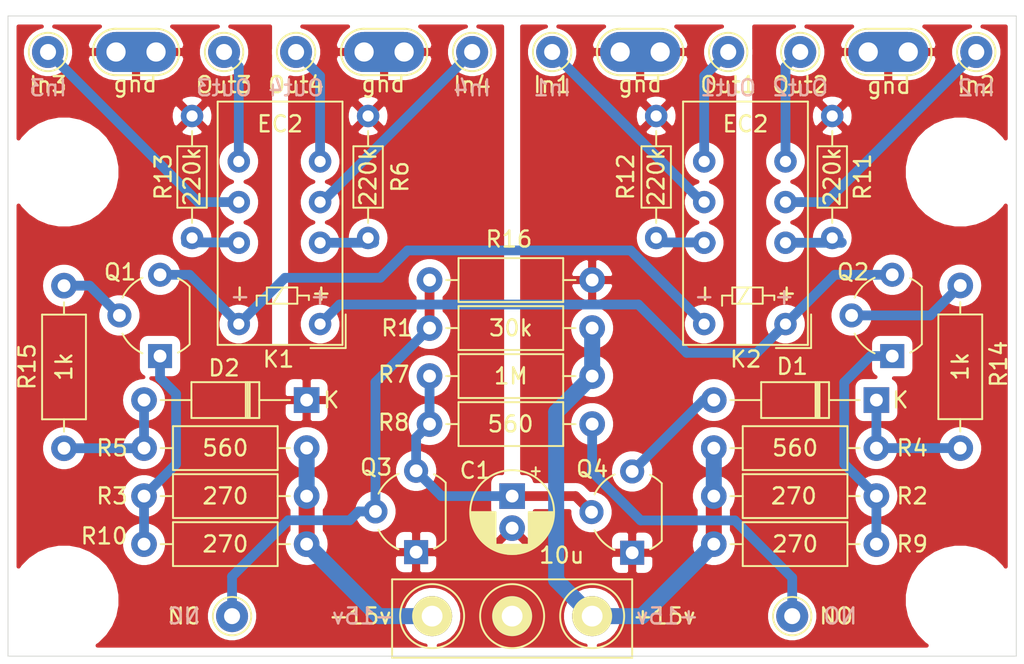
<source format=kicad_pcb>
(kicad_pcb (version 20171130) (host pcbnew "(5.1.2-1)-1")

  (general
    (thickness 1.6)
    (drawings 22)
    (tracks 95)
    (zones 0)
    (modules 44)
    (nets 28)
  )

  (page A4)
  (layers
    (0 F.Cu signal)
    (31 B.Cu signal)
    (32 B.Adhes user hide)
    (33 F.Adhes user hide)
    (34 B.Paste user hide)
    (35 F.Paste user hide)
    (36 B.SilkS user)
    (37 F.SilkS user)
    (38 B.Mask user hide)
    (39 F.Mask user hide)
    (40 Dwgs.User user)
    (41 Cmts.User user hide)
    (42 Eco1.User user hide)
    (43 Eco2.User user hide)
    (44 Edge.Cuts user)
    (45 Margin user hide)
    (46 B.CrtYd user)
    (47 F.CrtYd user)
    (48 B.Fab user hide)
    (49 F.Fab user hide)
  )

  (setup
    (last_trace_width 0.25)
    (user_trace_width 0.3)
    (user_trace_width 0.5)
    (user_trace_width 1)
    (trace_clearance 0.2)
    (zone_clearance 0.508)
    (zone_45_only no)
    (trace_min 0.2)
    (via_size 0.6)
    (via_drill 0.3)
    (via_min_size 0.4)
    (via_min_drill 0.3)
    (uvia_size 0.3)
    (uvia_drill 0.1)
    (uvias_allowed no)
    (uvia_min_size 0.2)
    (uvia_min_drill 0.1)
    (edge_width 0.05)
    (segment_width 0.2)
    (pcb_text_width 0.3)
    (pcb_text_size 1.5 1.5)
    (mod_edge_width 0.12)
    (mod_text_size 1 1)
    (mod_text_width 0.15)
    (pad_size 2.5 2.5)
    (pad_drill 1.3)
    (pad_to_mask_clearance 0.051)
    (solder_mask_min_width 0.25)
    (aux_axis_origin 0 0)
    (grid_origin 133 76.75)
    (visible_elements FFFFFF7F)
    (pcbplotparams
      (layerselection 0x010fc_ffffffff)
      (usegerberextensions false)
      (usegerberattributes false)
      (usegerberadvancedattributes false)
      (creategerberjobfile false)
      (excludeedgelayer true)
      (linewidth 0.100000)
      (plotframeref false)
      (viasonmask false)
      (mode 1)
      (useauxorigin false)
      (hpglpennumber 1)
      (hpglpenspeed 20)
      (hpglpendiameter 15.000000)
      (psnegative false)
      (psa4output false)
      (plotreference true)
      (plotvalue true)
      (plotinvisibletext false)
      (padsonsilk false)
      (subtractmaskfromsilk false)
      (outputformat 1)
      (mirror false)
      (drillshape 1)
      (scaleselection 1)
      (outputdirectory ""))
  )

  (net 0 "")
  (net 1 GND)
  (net 2 "Net-(C1-Pad1)")
  (net 3 "Net-(D1-Pad1)")
  (net 4 "Net-(D1-Pad2)")
  (net 5 "Net-(D2-Pad2)")
  (net 6 "Net-(J1-Pad1)")
  (net 7 "Net-(J2-Pad1)")
  (net 8 "Net-(J3-Pad1)")
  (net 9 "Net-(J4-Pad1)")
  (net 10 "Net-(J5-Pad1)")
  (net 11 "Net-(J6-Pad1)")
  (net 12 "Net-(J7-Pad1)")
  (net 13 "Net-(J7-Pad3)")
  (net 14 "Net-(K2-Pad3)")
  (net 15 "Net-(K2-Pad10)")
  (net 16 "Net-(Q1-Pad1)")
  (net 17 "Net-(Q2-Pad1)")
  (net 18 "Net-(J9-Pad1)")
  (net 19 "Net-(J10-Pad1)")
  (net 20 "Net-(J11-Pad1)")
  (net 21 "Net-(J12-Pad1)")
  (net 22 "Net-(K1-Pad12)")
  (net 23 "Net-(K1-Pad10)")
  (net 24 "Net-(K1-Pad1)")
  (net 25 "Net-(K1-Pad3)")
  (net 26 "Net-(Q1-Pad2)")
  (net 27 "Net-(Q2-Pad2)")

  (net_class Default "This is the default net class."
    (clearance 0.2)
    (trace_width 0.25)
    (via_dia 0.6)
    (via_drill 0.3)
    (uvia_dia 0.3)
    (uvia_drill 0.1)
  )

  (net_class K-coil ""
    (clearance 0.15)
    (trace_width 0.3)
    (via_dia 0.6)
    (via_drill 0.3)
    (uvia_dia 0.3)
    (uvia_drill 0.1)
  )

  (net_class signal ""
    (clearance 0.2)
    (trace_width 0.6091)
    (via_dia 0.8)
    (via_drill 0.4)
    (uvia_dia 0.3)
    (uvia_drill 0.1)
    (add_net GND)
    (add_net "Net-(C1-Pad1)")
    (add_net "Net-(D1-Pad1)")
    (add_net "Net-(D1-Pad2)")
    (add_net "Net-(D2-Pad2)")
    (add_net "Net-(J1-Pad1)")
    (add_net "Net-(J10-Pad1)")
    (add_net "Net-(J11-Pad1)")
    (add_net "Net-(J12-Pad1)")
    (add_net "Net-(J2-Pad1)")
    (add_net "Net-(J3-Pad1)")
    (add_net "Net-(J4-Pad1)")
    (add_net "Net-(J5-Pad1)")
    (add_net "Net-(J6-Pad1)")
    (add_net "Net-(J7-Pad1)")
    (add_net "Net-(J7-Pad3)")
    (add_net "Net-(J9-Pad1)")
    (add_net "Net-(K1-Pad1)")
    (add_net "Net-(K1-Pad10)")
    (add_net "Net-(K1-Pad12)")
    (add_net "Net-(K1-Pad3)")
    (add_net "Net-(K2-Pad10)")
    (add_net "Net-(K2-Pad3)")
    (add_net "Net-(Q1-Pad1)")
    (add_net "Net-(Q1-Pad2)")
    (add_net "Net-(Q2-Pad1)")
    (add_net "Net-(Q2-Pad2)")
  )

  (net_class signal-2 ""
    (clearance 0.15)
    (trace_width 0.5)
    (via_dia 0.8)
    (via_drill 0.4)
    (uvia_dia 0.3)
    (uvia_drill 0.1)
  )

  (module In-relay:mkds_1,5-3_PadsOnly (layer F.Cu) (tedit 6061092E) (tstamp 606159D0)
    (at 133 74.25)
    (descr "3-way 5mm pitch terminal block, Phoenix MKDS series")
    (path /6061B479)
    (fp_text reference J7 (at -0.3 -3.9) (layer F.Fab)
      (effects (font (size 1.2 1.2) (thickness 0.2)))
    )
    (fp_text value power (at 0 3.7) (layer F.Fab)
      (effects (font (size 1.2 1.2) (thickness 0.2)))
    )
    (fp_line (start -7.5 -2.3) (end -7.5 2.6) (layer F.SilkS) (width 0.12))
    (fp_line (start 7.5 2.6) (end 7.5 -2.3) (layer F.SilkS) (width 0.12))
    (fp_line (start -7.5 -2.3) (end 7.5 -2.3) (layer F.SilkS) (width 0.12))
    (fp_line (start -7.5 2.6) (end 7.5 2.6) (layer F.SilkS) (width 0.12))
    (fp_circle (center -5 0) (end -3 0) (layer F.SilkS) (width 0.12))
    (fp_circle (center 0 0) (end 2 0) (layer F.SilkS) (width 0.12))
    (fp_circle (center 5 0) (end 7 0) (layer F.SilkS) (width 0.12))
    (pad 2 thru_hole circle (at 0 0) (size 2.5 2.5) (drill 1.3) (layers *.Cu *.Mask F.SilkS)
      (net 1 GND) (zone_connect 2))
    (pad 1 thru_hole circle (at -5 0) (size 2.5 2.5) (drill 1.3) (layers *.Cu *.Mask F.SilkS)
      (net 12 "Net-(J7-Pad1)"))
    (pad 3 thru_hole circle (at 5 0) (size 2.5 2.5) (drill 1.3) (layers *.Cu *.Mask F.SilkS)
      (net 13 "Net-(J7-Pad3)"))
  )

  (module Resistor_THT:R_Axial_DIN0207_L6.3mm_D2.5mm_P10.16mm_Horizontal (layer F.Cu) (tedit 5AE5139B) (tstamp 605E0792)
    (at 138 59.25 180)
    (descr "Resistor, Axial_DIN0207 series, Axial, Horizontal, pin pitch=10.16mm, 0.25W = 1/4W, length*diameter=6.3*2.5mm^2, http://cdn-reichelt.de/documents/datenblatt/B400/1_4W%23YAG.pdf")
    (tags "Resistor Axial_DIN0207 series Axial Horizontal pin pitch 10.16mm 0.25W = 1/4W length 6.3mm diameter 2.5mm")
    (path /60613B37)
    (fp_text reference R7 (at 12.4 0.1) (layer F.SilkS)
      (effects (font (size 1 1) (thickness 0.15)))
    )
    (fp_text value 1M (at 5.08 0) (layer F.SilkS)
      (effects (font (size 1 1) (thickness 0.15)))
    )
    (fp_text user %R (at 5.08 0) (layer F.Fab)
      (effects (font (size 1 1) (thickness 0.15)))
    )
    (fp_line (start 11.21 -1.5) (end -1.05 -1.5) (layer F.CrtYd) (width 0.05))
    (fp_line (start 11.21 1.5) (end 11.21 -1.5) (layer F.CrtYd) (width 0.05))
    (fp_line (start -1.05 1.5) (end 11.21 1.5) (layer F.CrtYd) (width 0.05))
    (fp_line (start -1.05 -1.5) (end -1.05 1.5) (layer F.CrtYd) (width 0.05))
    (fp_line (start 9.12 0) (end 8.35 0) (layer F.SilkS) (width 0.12))
    (fp_line (start 1.04 0) (end 1.81 0) (layer F.SilkS) (width 0.12))
    (fp_line (start 8.35 -1.37) (end 1.81 -1.37) (layer F.SilkS) (width 0.12))
    (fp_line (start 8.35 1.37) (end 8.35 -1.37) (layer F.SilkS) (width 0.12))
    (fp_line (start 1.81 1.37) (end 8.35 1.37) (layer F.SilkS) (width 0.12))
    (fp_line (start 1.81 -1.37) (end 1.81 1.37) (layer F.SilkS) (width 0.12))
    (fp_line (start 10.16 0) (end 8.23 0) (layer F.Fab) (width 0.1))
    (fp_line (start 0 0) (end 1.93 0) (layer F.Fab) (width 0.1))
    (fp_line (start 8.23 -1.25) (end 1.93 -1.25) (layer F.Fab) (width 0.1))
    (fp_line (start 8.23 1.25) (end 8.23 -1.25) (layer F.Fab) (width 0.1))
    (fp_line (start 1.93 1.25) (end 8.23 1.25) (layer F.Fab) (width 0.1))
    (fp_line (start 1.93 -1.25) (end 1.93 1.25) (layer F.Fab) (width 0.1))
    (pad 2 thru_hole oval (at 10.16 0 180) (size 1.6 1.6) (drill 0.8) (layers *.Cu *.Mask)
      (net 2 "Net-(C1-Pad1)"))
    (pad 1 thru_hole circle (at 0 0 180) (size 1.6 1.6) (drill 0.8) (layers *.Cu *.Mask)
      (net 13 "Net-(J7-Pad3)"))
    (model ${KISYS3DMOD}/Resistor_THT.3dshapes/R_Axial_DIN0207_L6.3mm_D2.5mm_P10.16mm_Horizontal.wrl
      (at (xyz 0 0 0))
      (scale (xyz 1 1 1))
      (rotate (xyz 0 0 0))
    )
  )

  (module Capacitor_THT:CP_Radial_D5.0mm_P2.00mm (layer F.Cu) (tedit 5AE50EF0) (tstamp 605E0609)
    (at 133 66.75 270)
    (descr "CP, Radial series, Radial, pin pitch=2.00mm, , diameter=5mm, Electrolytic Capacitor")
    (tags "CP Radial series Radial pin pitch 2.00mm  diameter 5mm Electrolytic Capacitor")
    (path /6062B159)
    (fp_text reference C1 (at -1.6 2.3 180) (layer F.SilkS)
      (effects (font (size 1 1) (thickness 0.15)))
    )
    (fp_text value 10u (at 3.7 -3.1 180) (layer F.SilkS)
      (effects (font (size 1 1) (thickness 0.15)))
    )
    (fp_circle (center 1 0) (end 3.5 0) (layer F.Fab) (width 0.1))
    (fp_circle (center 1 0) (end 3.62 0) (layer F.SilkS) (width 0.12))
    (fp_circle (center 1 0) (end 3.75 0) (layer F.CrtYd) (width 0.05))
    (fp_line (start -1.133605 -1.0875) (end -0.633605 -1.0875) (layer F.Fab) (width 0.1))
    (fp_line (start -0.883605 -1.3375) (end -0.883605 -0.8375) (layer F.Fab) (width 0.1))
    (fp_line (start 1 1.04) (end 1 2.58) (layer F.SilkS) (width 0.12))
    (fp_line (start 1 -2.58) (end 1 -1.04) (layer F.SilkS) (width 0.12))
    (fp_line (start 1.04 1.04) (end 1.04 2.58) (layer F.SilkS) (width 0.12))
    (fp_line (start 1.04 -2.58) (end 1.04 -1.04) (layer F.SilkS) (width 0.12))
    (fp_line (start 1.08 -2.579) (end 1.08 -1.04) (layer F.SilkS) (width 0.12))
    (fp_line (start 1.08 1.04) (end 1.08 2.579) (layer F.SilkS) (width 0.12))
    (fp_line (start 1.12 -2.578) (end 1.12 -1.04) (layer F.SilkS) (width 0.12))
    (fp_line (start 1.12 1.04) (end 1.12 2.578) (layer F.SilkS) (width 0.12))
    (fp_line (start 1.16 -2.576) (end 1.16 -1.04) (layer F.SilkS) (width 0.12))
    (fp_line (start 1.16 1.04) (end 1.16 2.576) (layer F.SilkS) (width 0.12))
    (fp_line (start 1.2 -2.573) (end 1.2 -1.04) (layer F.SilkS) (width 0.12))
    (fp_line (start 1.2 1.04) (end 1.2 2.573) (layer F.SilkS) (width 0.12))
    (fp_line (start 1.24 -2.569) (end 1.24 -1.04) (layer F.SilkS) (width 0.12))
    (fp_line (start 1.24 1.04) (end 1.24 2.569) (layer F.SilkS) (width 0.12))
    (fp_line (start 1.28 -2.565) (end 1.28 -1.04) (layer F.SilkS) (width 0.12))
    (fp_line (start 1.28 1.04) (end 1.28 2.565) (layer F.SilkS) (width 0.12))
    (fp_line (start 1.32 -2.561) (end 1.32 -1.04) (layer F.SilkS) (width 0.12))
    (fp_line (start 1.32 1.04) (end 1.32 2.561) (layer F.SilkS) (width 0.12))
    (fp_line (start 1.36 -2.556) (end 1.36 -1.04) (layer F.SilkS) (width 0.12))
    (fp_line (start 1.36 1.04) (end 1.36 2.556) (layer F.SilkS) (width 0.12))
    (fp_line (start 1.4 -2.55) (end 1.4 -1.04) (layer F.SilkS) (width 0.12))
    (fp_line (start 1.4 1.04) (end 1.4 2.55) (layer F.SilkS) (width 0.12))
    (fp_line (start 1.44 -2.543) (end 1.44 -1.04) (layer F.SilkS) (width 0.12))
    (fp_line (start 1.44 1.04) (end 1.44 2.543) (layer F.SilkS) (width 0.12))
    (fp_line (start 1.48 -2.536) (end 1.48 -1.04) (layer F.SilkS) (width 0.12))
    (fp_line (start 1.48 1.04) (end 1.48 2.536) (layer F.SilkS) (width 0.12))
    (fp_line (start 1.52 -2.528) (end 1.52 -1.04) (layer F.SilkS) (width 0.12))
    (fp_line (start 1.52 1.04) (end 1.52 2.528) (layer F.SilkS) (width 0.12))
    (fp_line (start 1.56 -2.52) (end 1.56 -1.04) (layer F.SilkS) (width 0.12))
    (fp_line (start 1.56 1.04) (end 1.56 2.52) (layer F.SilkS) (width 0.12))
    (fp_line (start 1.6 -2.511) (end 1.6 -1.04) (layer F.SilkS) (width 0.12))
    (fp_line (start 1.6 1.04) (end 1.6 2.511) (layer F.SilkS) (width 0.12))
    (fp_line (start 1.64 -2.501) (end 1.64 -1.04) (layer F.SilkS) (width 0.12))
    (fp_line (start 1.64 1.04) (end 1.64 2.501) (layer F.SilkS) (width 0.12))
    (fp_line (start 1.68 -2.491) (end 1.68 -1.04) (layer F.SilkS) (width 0.12))
    (fp_line (start 1.68 1.04) (end 1.68 2.491) (layer F.SilkS) (width 0.12))
    (fp_line (start 1.721 -2.48) (end 1.721 -1.04) (layer F.SilkS) (width 0.12))
    (fp_line (start 1.721 1.04) (end 1.721 2.48) (layer F.SilkS) (width 0.12))
    (fp_line (start 1.761 -2.468) (end 1.761 -1.04) (layer F.SilkS) (width 0.12))
    (fp_line (start 1.761 1.04) (end 1.761 2.468) (layer F.SilkS) (width 0.12))
    (fp_line (start 1.801 -2.455) (end 1.801 -1.04) (layer F.SilkS) (width 0.12))
    (fp_line (start 1.801 1.04) (end 1.801 2.455) (layer F.SilkS) (width 0.12))
    (fp_line (start 1.841 -2.442) (end 1.841 -1.04) (layer F.SilkS) (width 0.12))
    (fp_line (start 1.841 1.04) (end 1.841 2.442) (layer F.SilkS) (width 0.12))
    (fp_line (start 1.881 -2.428) (end 1.881 -1.04) (layer F.SilkS) (width 0.12))
    (fp_line (start 1.881 1.04) (end 1.881 2.428) (layer F.SilkS) (width 0.12))
    (fp_line (start 1.921 -2.414) (end 1.921 -1.04) (layer F.SilkS) (width 0.12))
    (fp_line (start 1.921 1.04) (end 1.921 2.414) (layer F.SilkS) (width 0.12))
    (fp_line (start 1.961 -2.398) (end 1.961 -1.04) (layer F.SilkS) (width 0.12))
    (fp_line (start 1.961 1.04) (end 1.961 2.398) (layer F.SilkS) (width 0.12))
    (fp_line (start 2.001 -2.382) (end 2.001 -1.04) (layer F.SilkS) (width 0.12))
    (fp_line (start 2.001 1.04) (end 2.001 2.382) (layer F.SilkS) (width 0.12))
    (fp_line (start 2.041 -2.365) (end 2.041 -1.04) (layer F.SilkS) (width 0.12))
    (fp_line (start 2.041 1.04) (end 2.041 2.365) (layer F.SilkS) (width 0.12))
    (fp_line (start 2.081 -2.348) (end 2.081 -1.04) (layer F.SilkS) (width 0.12))
    (fp_line (start 2.081 1.04) (end 2.081 2.348) (layer F.SilkS) (width 0.12))
    (fp_line (start 2.121 -2.329) (end 2.121 -1.04) (layer F.SilkS) (width 0.12))
    (fp_line (start 2.121 1.04) (end 2.121 2.329) (layer F.SilkS) (width 0.12))
    (fp_line (start 2.161 -2.31) (end 2.161 -1.04) (layer F.SilkS) (width 0.12))
    (fp_line (start 2.161 1.04) (end 2.161 2.31) (layer F.SilkS) (width 0.12))
    (fp_line (start 2.201 -2.29) (end 2.201 -1.04) (layer F.SilkS) (width 0.12))
    (fp_line (start 2.201 1.04) (end 2.201 2.29) (layer F.SilkS) (width 0.12))
    (fp_line (start 2.241 -2.268) (end 2.241 -1.04) (layer F.SilkS) (width 0.12))
    (fp_line (start 2.241 1.04) (end 2.241 2.268) (layer F.SilkS) (width 0.12))
    (fp_line (start 2.281 -2.247) (end 2.281 -1.04) (layer F.SilkS) (width 0.12))
    (fp_line (start 2.281 1.04) (end 2.281 2.247) (layer F.SilkS) (width 0.12))
    (fp_line (start 2.321 -2.224) (end 2.321 -1.04) (layer F.SilkS) (width 0.12))
    (fp_line (start 2.321 1.04) (end 2.321 2.224) (layer F.SilkS) (width 0.12))
    (fp_line (start 2.361 -2.2) (end 2.361 -1.04) (layer F.SilkS) (width 0.12))
    (fp_line (start 2.361 1.04) (end 2.361 2.2) (layer F.SilkS) (width 0.12))
    (fp_line (start 2.401 -2.175) (end 2.401 -1.04) (layer F.SilkS) (width 0.12))
    (fp_line (start 2.401 1.04) (end 2.401 2.175) (layer F.SilkS) (width 0.12))
    (fp_line (start 2.441 -2.149) (end 2.441 -1.04) (layer F.SilkS) (width 0.12))
    (fp_line (start 2.441 1.04) (end 2.441 2.149) (layer F.SilkS) (width 0.12))
    (fp_line (start 2.481 -2.122) (end 2.481 -1.04) (layer F.SilkS) (width 0.12))
    (fp_line (start 2.481 1.04) (end 2.481 2.122) (layer F.SilkS) (width 0.12))
    (fp_line (start 2.521 -2.095) (end 2.521 -1.04) (layer F.SilkS) (width 0.12))
    (fp_line (start 2.521 1.04) (end 2.521 2.095) (layer F.SilkS) (width 0.12))
    (fp_line (start 2.561 -2.065) (end 2.561 -1.04) (layer F.SilkS) (width 0.12))
    (fp_line (start 2.561 1.04) (end 2.561 2.065) (layer F.SilkS) (width 0.12))
    (fp_line (start 2.601 -2.035) (end 2.601 -1.04) (layer F.SilkS) (width 0.12))
    (fp_line (start 2.601 1.04) (end 2.601 2.035) (layer F.SilkS) (width 0.12))
    (fp_line (start 2.641 -2.004) (end 2.641 -1.04) (layer F.SilkS) (width 0.12))
    (fp_line (start 2.641 1.04) (end 2.641 2.004) (layer F.SilkS) (width 0.12))
    (fp_line (start 2.681 -1.971) (end 2.681 -1.04) (layer F.SilkS) (width 0.12))
    (fp_line (start 2.681 1.04) (end 2.681 1.971) (layer F.SilkS) (width 0.12))
    (fp_line (start 2.721 -1.937) (end 2.721 -1.04) (layer F.SilkS) (width 0.12))
    (fp_line (start 2.721 1.04) (end 2.721 1.937) (layer F.SilkS) (width 0.12))
    (fp_line (start 2.761 -1.901) (end 2.761 -1.04) (layer F.SilkS) (width 0.12))
    (fp_line (start 2.761 1.04) (end 2.761 1.901) (layer F.SilkS) (width 0.12))
    (fp_line (start 2.801 -1.864) (end 2.801 -1.04) (layer F.SilkS) (width 0.12))
    (fp_line (start 2.801 1.04) (end 2.801 1.864) (layer F.SilkS) (width 0.12))
    (fp_line (start 2.841 -1.826) (end 2.841 -1.04) (layer F.SilkS) (width 0.12))
    (fp_line (start 2.841 1.04) (end 2.841 1.826) (layer F.SilkS) (width 0.12))
    (fp_line (start 2.881 -1.785) (end 2.881 -1.04) (layer F.SilkS) (width 0.12))
    (fp_line (start 2.881 1.04) (end 2.881 1.785) (layer F.SilkS) (width 0.12))
    (fp_line (start 2.921 -1.743) (end 2.921 -1.04) (layer F.SilkS) (width 0.12))
    (fp_line (start 2.921 1.04) (end 2.921 1.743) (layer F.SilkS) (width 0.12))
    (fp_line (start 2.961 -1.699) (end 2.961 -1.04) (layer F.SilkS) (width 0.12))
    (fp_line (start 2.961 1.04) (end 2.961 1.699) (layer F.SilkS) (width 0.12))
    (fp_line (start 3.001 -1.653) (end 3.001 -1.04) (layer F.SilkS) (width 0.12))
    (fp_line (start 3.001 1.04) (end 3.001 1.653) (layer F.SilkS) (width 0.12))
    (fp_line (start 3.041 -1.605) (end 3.041 1.605) (layer F.SilkS) (width 0.12))
    (fp_line (start 3.081 -1.554) (end 3.081 1.554) (layer F.SilkS) (width 0.12))
    (fp_line (start 3.121 -1.5) (end 3.121 1.5) (layer F.SilkS) (width 0.12))
    (fp_line (start 3.161 -1.443) (end 3.161 1.443) (layer F.SilkS) (width 0.12))
    (fp_line (start 3.201 -1.383) (end 3.201 1.383) (layer F.SilkS) (width 0.12))
    (fp_line (start 3.241 -1.319) (end 3.241 1.319) (layer F.SilkS) (width 0.12))
    (fp_line (start 3.281 -1.251) (end 3.281 1.251) (layer F.SilkS) (width 0.12))
    (fp_line (start 3.321 -1.178) (end 3.321 1.178) (layer F.SilkS) (width 0.12))
    (fp_line (start 3.361 -1.098) (end 3.361 1.098) (layer F.SilkS) (width 0.12))
    (fp_line (start 3.401 -1.011) (end 3.401 1.011) (layer F.SilkS) (width 0.12))
    (fp_line (start 3.441 -0.915) (end 3.441 0.915) (layer F.SilkS) (width 0.12))
    (fp_line (start 3.481 -0.805) (end 3.481 0.805) (layer F.SilkS) (width 0.12))
    (fp_line (start 3.521 -0.677) (end 3.521 0.677) (layer F.SilkS) (width 0.12))
    (fp_line (start 3.561 -0.518) (end 3.561 0.518) (layer F.SilkS) (width 0.12))
    (fp_line (start 3.601 -0.284) (end 3.601 0.284) (layer F.SilkS) (width 0.12))
    (fp_line (start -1.804775 -1.475) (end -1.304775 -1.475) (layer F.SilkS) (width 0.12))
    (fp_line (start -1.554775 -1.725) (end -1.554775 -1.225) (layer F.SilkS) (width 0.12))
    (fp_text user %R (at 1 0 90) (layer F.Fab)
      (effects (font (size 1 1) (thickness 0.15)))
    )
    (pad 1 thru_hole rect (at 0 0 270) (size 1.6 1.6) (drill 0.8) (layers *.Cu *.Mask)
      (net 2 "Net-(C1-Pad1)"))
    (pad 2 thru_hole circle (at 2 0 270) (size 1.6 1.6) (drill 0.8) (layers *.Cu *.Mask)
      (net 1 GND))
    (model ${KISYS3DMOD}/Capacitor_THT.3dshapes/CP_Radial_D5.0mm_P2.00mm.wrl
      (at (xyz 0 0 0))
      (scale (xyz 1 1 1))
      (rotate (xyz 0 0 0))
    )
  )

  (module Resistor_THT:R_Axial_DIN0207_L6.3mm_D2.5mm_P10.16mm_Horizontal (layer F.Cu) (tedit 5AE5139B) (tstamp 605E7934)
    (at 138 56.25 180)
    (descr "Resistor, Axial_DIN0207 series, Axial, Horizontal, pin pitch=10.16mm, 0.25W = 1/4W, length*diameter=6.3*2.5mm^2, http://cdn-reichelt.de/documents/datenblatt/B400/1_4W%23YAG.pdf")
    (tags "Resistor Axial_DIN0207 series Axial Horizontal pin pitch 10.16mm 0.25W = 1/4W length 6.3mm diameter 2.5mm")
    (path /601B9EE9)
    (fp_text reference R1 (at 12.2 0) (layer F.SilkS)
      (effects (font (size 1 1) (thickness 0.15)))
    )
    (fp_text value 30k (at 5.08 0) (layer F.SilkS)
      (effects (font (size 1 1) (thickness 0.15)))
    )
    (fp_line (start 1.93 -1.25) (end 1.93 1.25) (layer F.Fab) (width 0.1))
    (fp_line (start 1.93 1.25) (end 8.23 1.25) (layer F.Fab) (width 0.1))
    (fp_line (start 8.23 1.25) (end 8.23 -1.25) (layer F.Fab) (width 0.1))
    (fp_line (start 8.23 -1.25) (end 1.93 -1.25) (layer F.Fab) (width 0.1))
    (fp_line (start 0 0) (end 1.93 0) (layer F.Fab) (width 0.1))
    (fp_line (start 10.16 0) (end 8.23 0) (layer F.Fab) (width 0.1))
    (fp_line (start 1.81 -1.37) (end 1.81 1.37) (layer F.SilkS) (width 0.12))
    (fp_line (start 1.81 1.37) (end 8.35 1.37) (layer F.SilkS) (width 0.12))
    (fp_line (start 8.35 1.37) (end 8.35 -1.37) (layer F.SilkS) (width 0.12))
    (fp_line (start 8.35 -1.37) (end 1.81 -1.37) (layer F.SilkS) (width 0.12))
    (fp_line (start 1.04 0) (end 1.81 0) (layer F.SilkS) (width 0.12))
    (fp_line (start 9.12 0) (end 8.35 0) (layer F.SilkS) (width 0.12))
    (fp_line (start -1.05 -1.5) (end -1.05 1.5) (layer F.CrtYd) (width 0.05))
    (fp_line (start -1.05 1.5) (end 11.21 1.5) (layer F.CrtYd) (width 0.05))
    (fp_line (start 11.21 1.5) (end 11.21 -1.5) (layer F.CrtYd) (width 0.05))
    (fp_line (start 11.21 -1.5) (end -1.05 -1.5) (layer F.CrtYd) (width 0.05))
    (fp_text user %R (at 5.08 0) (layer F.Fab)
      (effects (font (size 1 1) (thickness 0.15)))
    )
    (pad 1 thru_hole circle (at 0 0 180) (size 1.6 1.6) (drill 0.8) (layers *.Cu *.Mask)
      (net 13 "Net-(J7-Pad3)"))
    (pad 2 thru_hole oval (at 10.16 0 180) (size 1.6 1.6) (drill 0.8) (layers *.Cu *.Mask)
      (net 7 "Net-(J2-Pad1)"))
    (model ${KISYS3DMOD}/Resistor_THT.3dshapes/R_Axial_DIN0207_L6.3mm_D2.5mm_P10.16mm_Horizontal.wrl
      (at (xyz 0 0 0))
      (scale (xyz 1 1 1))
      (rotate (xyz 0 0 0))
    )
  )

  (module Resistor_THT:R_Axial_DIN0207_L6.3mm_D2.5mm_P10.16mm_Horizontal (layer F.Cu) (tedit 5AE5139B) (tstamp 60620B87)
    (at 145.6 66.75)
    (descr "Resistor, Axial_DIN0207 series, Axial, Horizontal, pin pitch=10.16mm, 0.25W = 1/4W, length*diameter=6.3*2.5mm^2, http://cdn-reichelt.de/documents/datenblatt/B400/1_4W%23YAG.pdf")
    (tags "Resistor Axial_DIN0207 series Axial Horizontal pin pitch 10.16mm 0.25W = 1/4W length 6.3mm diameter 2.5mm")
    (path /60614387)
    (fp_text reference R2 (at 12.4 0) (layer F.SilkS)
      (effects (font (size 1 1) (thickness 0.15)))
    )
    (fp_text value 270 (at 5 0) (layer F.SilkS)
      (effects (font (size 1 1) (thickness 0.15)))
    )
    (fp_text user %R (at 5.08 0) (layer F.Fab)
      (effects (font (size 1 1) (thickness 0.15)))
    )
    (fp_line (start 11.21 -1.5) (end -1.05 -1.5) (layer F.CrtYd) (width 0.05))
    (fp_line (start 11.21 1.5) (end 11.21 -1.5) (layer F.CrtYd) (width 0.05))
    (fp_line (start -1.05 1.5) (end 11.21 1.5) (layer F.CrtYd) (width 0.05))
    (fp_line (start -1.05 -1.5) (end -1.05 1.5) (layer F.CrtYd) (width 0.05))
    (fp_line (start 9.12 0) (end 8.35 0) (layer F.SilkS) (width 0.12))
    (fp_line (start 1.04 0) (end 1.81 0) (layer F.SilkS) (width 0.12))
    (fp_line (start 8.35 -1.37) (end 1.81 -1.37) (layer F.SilkS) (width 0.12))
    (fp_line (start 8.35 1.37) (end 8.35 -1.37) (layer F.SilkS) (width 0.12))
    (fp_line (start 1.81 1.37) (end 8.35 1.37) (layer F.SilkS) (width 0.12))
    (fp_line (start 1.81 -1.37) (end 1.81 1.37) (layer F.SilkS) (width 0.12))
    (fp_line (start 10.16 0) (end 8.23 0) (layer F.Fab) (width 0.1))
    (fp_line (start 0 0) (end 1.93 0) (layer F.Fab) (width 0.1))
    (fp_line (start 8.23 -1.25) (end 1.93 -1.25) (layer F.Fab) (width 0.1))
    (fp_line (start 8.23 1.25) (end 8.23 -1.25) (layer F.Fab) (width 0.1))
    (fp_line (start 1.93 1.25) (end 8.23 1.25) (layer F.Fab) (width 0.1))
    (fp_line (start 1.93 -1.25) (end 1.93 1.25) (layer F.Fab) (width 0.1))
    (pad 2 thru_hole oval (at 10.16 0) (size 1.6 1.6) (drill 0.8) (layers *.Cu *.Mask)
      (net 17 "Net-(Q2-Pad1)"))
    (pad 1 thru_hole circle (at 0 0) (size 1.6 1.6) (drill 0.8) (layers *.Cu *.Mask)
      (net 13 "Net-(J7-Pad3)"))
    (model ${KISYS3DMOD}/Resistor_THT.3dshapes/R_Axial_DIN0207_L6.3mm_D2.5mm_P10.16mm_Horizontal.wrl
      (at (xyz 0 0 0))
      (scale (xyz 1 1 1))
      (rotate (xyz 0 0 0))
    )
  )

  (module Resistor_THT:R_Axial_DIN0207_L6.3mm_D2.5mm_P10.16mm_Horizontal (layer F.Cu) (tedit 5AE5139B) (tstamp 6060C36B)
    (at 110 66.75)
    (descr "Resistor, Axial_DIN0207 series, Axial, Horizontal, pin pitch=10.16mm, 0.25W = 1/4W, length*diameter=6.3*2.5mm^2, http://cdn-reichelt.de/documents/datenblatt/B400/1_4W%23YAG.pdf")
    (tags "Resistor Axial_DIN0207 series Axial Horizontal pin pitch 10.16mm 0.25W = 1/4W length 6.3mm diameter 2.5mm")
    (path /60615A6A)
    (fp_text reference R3 (at -2 0) (layer F.SilkS)
      (effects (font (size 1 1) (thickness 0.15)))
    )
    (fp_text value 270 (at 5.08 0) (layer F.SilkS)
      (effects (font (size 1 1) (thickness 0.15)))
    )
    (fp_line (start 1.93 -1.25) (end 1.93 1.25) (layer F.Fab) (width 0.1))
    (fp_line (start 1.93 1.25) (end 8.23 1.25) (layer F.Fab) (width 0.1))
    (fp_line (start 8.23 1.25) (end 8.23 -1.25) (layer F.Fab) (width 0.1))
    (fp_line (start 8.23 -1.25) (end 1.93 -1.25) (layer F.Fab) (width 0.1))
    (fp_line (start 0 0) (end 1.93 0) (layer F.Fab) (width 0.1))
    (fp_line (start 10.16 0) (end 8.23 0) (layer F.Fab) (width 0.1))
    (fp_line (start 1.81 -1.37) (end 1.81 1.37) (layer F.SilkS) (width 0.12))
    (fp_line (start 1.81 1.37) (end 8.35 1.37) (layer F.SilkS) (width 0.12))
    (fp_line (start 8.35 1.37) (end 8.35 -1.37) (layer F.SilkS) (width 0.12))
    (fp_line (start 8.35 -1.37) (end 1.81 -1.37) (layer F.SilkS) (width 0.12))
    (fp_line (start 1.04 0) (end 1.81 0) (layer F.SilkS) (width 0.12))
    (fp_line (start 9.12 0) (end 8.35 0) (layer F.SilkS) (width 0.12))
    (fp_line (start -1.05 -1.5) (end -1.05 1.5) (layer F.CrtYd) (width 0.05))
    (fp_line (start -1.05 1.5) (end 11.21 1.5) (layer F.CrtYd) (width 0.05))
    (fp_line (start 11.21 1.5) (end 11.21 -1.5) (layer F.CrtYd) (width 0.05))
    (fp_line (start 11.21 -1.5) (end -1.05 -1.5) (layer F.CrtYd) (width 0.05))
    (fp_text user %R (at 5.08 0) (layer F.Fab)
      (effects (font (size 1 1) (thickness 0.15)))
    )
    (pad 1 thru_hole circle (at 0 0) (size 1.6 1.6) (drill 0.8) (layers *.Cu *.Mask)
      (net 16 "Net-(Q1-Pad1)"))
    (pad 2 thru_hole oval (at 10.16 0) (size 1.6 1.6) (drill 0.8) (layers *.Cu *.Mask)
      (net 12 "Net-(J7-Pad1)"))
    (model ${KISYS3DMOD}/Resistor_THT.3dshapes/R_Axial_DIN0207_L6.3mm_D2.5mm_P10.16mm_Horizontal.wrl
      (at (xyz 0 0 0))
      (scale (xyz 1 1 1))
      (rotate (xyz 0 0 0))
    )
  )

  (module Resistor_THT:R_Axial_DIN0207_L6.3mm_D2.5mm_P10.16mm_Horizontal (layer F.Cu) (tedit 5AE5139B) (tstamp 605E7D02)
    (at 145.6 63.75)
    (descr "Resistor, Axial_DIN0207 series, Axial, Horizontal, pin pitch=10.16mm, 0.25W = 1/4W, length*diameter=6.3*2.5mm^2, http://cdn-reichelt.de/documents/datenblatt/B400/1_4W%23YAG.pdf")
    (tags "Resistor Axial_DIN0207 series Axial Horizontal pin pitch 10.16mm 0.25W = 1/4W length 6.3mm diameter 2.5mm")
    (path /60613F16)
    (fp_text reference R4 (at 12.4 0) (layer F.SilkS)
      (effects (font (size 1 1) (thickness 0.15)))
    )
    (fp_text value 560 (at 5.08 0) (layer F.SilkS)
      (effects (font (size 1 1) (thickness 0.15)))
    )
    (fp_line (start 1.93 -1.25) (end 1.93 1.25) (layer F.Fab) (width 0.1))
    (fp_line (start 1.93 1.25) (end 8.23 1.25) (layer F.Fab) (width 0.1))
    (fp_line (start 8.23 1.25) (end 8.23 -1.25) (layer F.Fab) (width 0.1))
    (fp_line (start 8.23 -1.25) (end 1.93 -1.25) (layer F.Fab) (width 0.1))
    (fp_line (start 0 0) (end 1.93 0) (layer F.Fab) (width 0.1))
    (fp_line (start 10.16 0) (end 8.23 0) (layer F.Fab) (width 0.1))
    (fp_line (start 1.81 -1.37) (end 1.81 1.37) (layer F.SilkS) (width 0.12))
    (fp_line (start 1.81 1.37) (end 8.35 1.37) (layer F.SilkS) (width 0.12))
    (fp_line (start 8.35 1.37) (end 8.35 -1.37) (layer F.SilkS) (width 0.12))
    (fp_line (start 8.35 -1.37) (end 1.81 -1.37) (layer F.SilkS) (width 0.12))
    (fp_line (start 1.04 0) (end 1.81 0) (layer F.SilkS) (width 0.12))
    (fp_line (start 9.12 0) (end 8.35 0) (layer F.SilkS) (width 0.12))
    (fp_line (start -1.05 -1.5) (end -1.05 1.5) (layer F.CrtYd) (width 0.05))
    (fp_line (start -1.05 1.5) (end 11.21 1.5) (layer F.CrtYd) (width 0.05))
    (fp_line (start 11.21 1.5) (end 11.21 -1.5) (layer F.CrtYd) (width 0.05))
    (fp_line (start 11.21 -1.5) (end -1.05 -1.5) (layer F.CrtYd) (width 0.05))
    (fp_text user %R (at 5.08 0) (layer F.Fab)
      (effects (font (size 1 1) (thickness 0.15)))
    )
    (pad 1 thru_hole circle (at 0 0) (size 1.6 1.6) (drill 0.8) (layers *.Cu *.Mask)
      (net 13 "Net-(J7-Pad3)"))
    (pad 2 thru_hole oval (at 10.16 0) (size 1.6 1.6) (drill 0.8) (layers *.Cu *.Mask)
      (net 3 "Net-(D1-Pad1)"))
    (model ${KISYS3DMOD}/Resistor_THT.3dshapes/R_Axial_DIN0207_L6.3mm_D2.5mm_P10.16mm_Horizontal.wrl
      (at (xyz 0 0 0))
      (scale (xyz 1 1 1))
      (rotate (xyz 0 0 0))
    )
  )

  (module Resistor_THT:R_Axial_DIN0207_L6.3mm_D2.5mm_P10.16mm_Horizontal (layer F.Cu) (tedit 5AE5139B) (tstamp 6060C42E)
    (at 110 63.75)
    (descr "Resistor, Axial_DIN0207 series, Axial, Horizontal, pin pitch=10.16mm, 0.25W = 1/4W, length*diameter=6.3*2.5mm^2, http://cdn-reichelt.de/documents/datenblatt/B400/1_4W%23YAG.pdf")
    (tags "Resistor Axial_DIN0207 series Axial Horizontal pin pitch 10.16mm 0.25W = 1/4W length 6.3mm diameter 2.5mm")
    (path /60616A9A)
    (fp_text reference R5 (at -2 0) (layer F.SilkS)
      (effects (font (size 1 1) (thickness 0.15)))
    )
    (fp_text value 560 (at 5.08 0) (layer F.SilkS)
      (effects (font (size 1 1) (thickness 0.15)))
    )
    (fp_line (start 1.93 -1.25) (end 1.93 1.25) (layer F.Fab) (width 0.1))
    (fp_line (start 1.93 1.25) (end 8.23 1.25) (layer F.Fab) (width 0.1))
    (fp_line (start 8.23 1.25) (end 8.23 -1.25) (layer F.Fab) (width 0.1))
    (fp_line (start 8.23 -1.25) (end 1.93 -1.25) (layer F.Fab) (width 0.1))
    (fp_line (start 0 0) (end 1.93 0) (layer F.Fab) (width 0.1))
    (fp_line (start 10.16 0) (end 8.23 0) (layer F.Fab) (width 0.1))
    (fp_line (start 1.81 -1.37) (end 1.81 1.37) (layer F.SilkS) (width 0.12))
    (fp_line (start 1.81 1.37) (end 8.35 1.37) (layer F.SilkS) (width 0.12))
    (fp_line (start 8.35 1.37) (end 8.35 -1.37) (layer F.SilkS) (width 0.12))
    (fp_line (start 8.35 -1.37) (end 1.81 -1.37) (layer F.SilkS) (width 0.12))
    (fp_line (start 1.04 0) (end 1.81 0) (layer F.SilkS) (width 0.12))
    (fp_line (start 9.12 0) (end 8.35 0) (layer F.SilkS) (width 0.12))
    (fp_line (start -1.05 -1.5) (end -1.05 1.5) (layer F.CrtYd) (width 0.05))
    (fp_line (start -1.05 1.5) (end 11.21 1.5) (layer F.CrtYd) (width 0.05))
    (fp_line (start 11.21 1.5) (end 11.21 -1.5) (layer F.CrtYd) (width 0.05))
    (fp_line (start 11.21 -1.5) (end -1.05 -1.5) (layer F.CrtYd) (width 0.05))
    (fp_text user %R (at 5.08 0) (layer F.Fab)
      (effects (font (size 1 1) (thickness 0.15)))
    )
    (pad 1 thru_hole circle (at 0 0) (size 1.6 1.6) (drill 0.8) (layers *.Cu *.Mask)
      (net 5 "Net-(D2-Pad2)"))
    (pad 2 thru_hole oval (at 10.16 0) (size 1.6 1.6) (drill 0.8) (layers *.Cu *.Mask)
      (net 12 "Net-(J7-Pad1)"))
    (model ${KISYS3DMOD}/Resistor_THT.3dshapes/R_Axial_DIN0207_L6.3mm_D2.5mm_P10.16mm_Horizontal.wrl
      (at (xyz 0 0 0))
      (scale (xyz 1 1 1))
      (rotate (xyz 0 0 0))
    )
  )

  (module Resistor_THT:R_Axial_DIN0207_L6.3mm_D2.5mm_P10.16mm_Horizontal (layer F.Cu) (tedit 5AE5139B) (tstamp 606165C4)
    (at 138 62.25 180)
    (descr "Resistor, Axial_DIN0207 series, Axial, Horizontal, pin pitch=10.16mm, 0.25W = 1/4W, length*diameter=6.3*2.5mm^2, http://cdn-reichelt.de/documents/datenblatt/B400/1_4W%23YAG.pdf")
    (tags "Resistor Axial_DIN0207 series Axial Horizontal pin pitch 10.16mm 0.25W = 1/4W length 6.3mm diameter 2.5mm")
    (path /606163E1)
    (fp_text reference R8 (at 12.4 0.1) (layer F.SilkS)
      (effects (font (size 1 1) (thickness 0.15)))
    )
    (fp_text value 560 (at 5.1 0) (layer F.SilkS)
      (effects (font (size 1 1) (thickness 0.15)))
    )
    (fp_text user %R (at 5.08 0) (layer F.Fab)
      (effects (font (size 1 1) (thickness 0.15)))
    )
    (fp_line (start 11.21 -1.5) (end -1.05 -1.5) (layer F.CrtYd) (width 0.05))
    (fp_line (start 11.21 1.5) (end 11.21 -1.5) (layer F.CrtYd) (width 0.05))
    (fp_line (start -1.05 1.5) (end 11.21 1.5) (layer F.CrtYd) (width 0.05))
    (fp_line (start -1.05 -1.5) (end -1.05 1.5) (layer F.CrtYd) (width 0.05))
    (fp_line (start 9.12 0) (end 8.35 0) (layer F.SilkS) (width 0.12))
    (fp_line (start 1.04 0) (end 1.81 0) (layer F.SilkS) (width 0.12))
    (fp_line (start 8.35 -1.37) (end 1.81 -1.37) (layer F.SilkS) (width 0.12))
    (fp_line (start 8.35 1.37) (end 8.35 -1.37) (layer F.SilkS) (width 0.12))
    (fp_line (start 1.81 1.37) (end 8.35 1.37) (layer F.SilkS) (width 0.12))
    (fp_line (start 1.81 -1.37) (end 1.81 1.37) (layer F.SilkS) (width 0.12))
    (fp_line (start 10.16 0) (end 8.23 0) (layer F.Fab) (width 0.1))
    (fp_line (start 0 0) (end 1.93 0) (layer F.Fab) (width 0.1))
    (fp_line (start 8.23 -1.25) (end 1.93 -1.25) (layer F.Fab) (width 0.1))
    (fp_line (start 8.23 1.25) (end 8.23 -1.25) (layer F.Fab) (width 0.1))
    (fp_line (start 1.93 1.25) (end 8.23 1.25) (layer F.Fab) (width 0.1))
    (fp_line (start 1.93 -1.25) (end 1.93 1.25) (layer F.Fab) (width 0.1))
    (pad 2 thru_hole oval (at 10.16 0 180) (size 1.6 1.6) (drill 0.8) (layers *.Cu *.Mask)
      (net 2 "Net-(C1-Pad1)"))
    (pad 1 thru_hole circle (at 0 0 180) (size 1.6 1.6) (drill 0.8) (layers *.Cu *.Mask)
      (net 6 "Net-(J1-Pad1)"))
    (model ${KISYS3DMOD}/Resistor_THT.3dshapes/R_Axial_DIN0207_L6.3mm_D2.5mm_P10.16mm_Horizontal.wrl
      (at (xyz 0 0 0))
      (scale (xyz 1 1 1))
      (rotate (xyz 0 0 0))
    )
  )

  (module In-relay:Relay_DPDT_Kemet_EC2-n (layer F.Cu) (tedit 605E0406) (tstamp 6060EA07)
    (at 150.08 56 180)
    (descr "Relay Omron G6S-2, see http://omronfs.omron.com/en_US/ecb/products/pdf/en-g6s.pdf")
    (tags "Relay Omron G6S-2")
    (path /600A4A76)
    (fp_text reference K2 (at 2.48 -2.2) (layer F.SilkS)
      (effects (font (size 1 1) (thickness 0.15)))
    )
    (fp_text value EC2 (at 2.5 12.5) (layer F.SilkS)
      (effects (font (size 1 1) (thickness 0.15)))
    )
    (fp_text user %R (at 2.54 6.35) (layer F.Fab)
      (effects (font (size 1 1) (thickness 0.15)))
    )
    (fp_line (start -1.6 -1.5) (end 0.6 -1.5) (layer F.SilkS) (width 0.12))
    (fp_line (start -1.6 0.6) (end -1.6 -1.5) (layer F.SilkS) (width 0.12))
    (fp_line (start -1.4 13.9) (end -1.4 -1.3) (layer F.SilkS) (width 0.12))
    (fp_line (start 6.4 13.9) (end -1.4 13.9) (layer F.SilkS) (width 0.12))
    (fp_line (start 6.4 -1.3) (end 6.4 13.9) (layer F.SilkS) (width 0.12))
    (fp_line (start -1.4 -1.3) (end 6.4 -1.3) (layer F.SilkS) (width 0.12))
    (fp_line (start -1.2 -0.1) (end -0.1 -1.1) (layer F.Fab) (width 0.12))
    (fp_line (start -1.2 13.7) (end -1.2 -0.1) (layer F.Fab) (width 0.12))
    (fp_line (start 6.2 13.7) (end -1.2 13.7) (layer F.Fab) (width 0.12))
    (fp_line (start 6.2 -1.1) (end 6.2 13.7) (layer F.Fab) (width 0.12))
    (fp_line (start -0.1 -1.1) (end 6.2 -1.1) (layer F.Fab) (width 0.12))
    (fp_line (start 2.946 1.27) (end 2.311 2.286) (layer F.SilkS) (width 0.12))
    (fp_line (start 0.7 1.5) (end 0.7 1.778) (layer F.SilkS) (width 0.12))
    (fp_line (start 0.7 1.778) (end 1.422 1.778) (layer F.SilkS) (width 0.12))
    (fp_line (start 3.962 1.143) (end 3.962 1.778) (layer F.SilkS) (width 0.12))
    (fp_line (start 3.962 1.778) (end 3.327 1.778) (layer F.SilkS) (width 0.12))
    (fp_line (start 3.327 1.27) (end 1.422 1.27) (layer F.SilkS) (width 0.12))
    (fp_line (start 1.422 1.27) (end 1.422 2.286) (layer F.SilkS) (width 0.12))
    (fp_line (start 1.422 2.286) (end 3.327 2.286) (layer F.SilkS) (width 0.12))
    (fp_line (start 3.327 1.27) (end 3.327 2.286) (layer F.SilkS) (width 0.12))
    (fp_line (start -1.45 -1.35) (end 6.45 -1.35) (layer F.CrtYd) (width 0.05))
    (fp_line (start -1.45 -1.35) (end -1.45 13.95) (layer F.CrtYd) (width 0.05))
    (fp_line (start 6.45 13.95) (end 6.45 -1.35) (layer F.CrtYd) (width 0.05))
    (fp_line (start 6.45 13.95) (end -1.45 13.95) (layer F.CrtYd) (width 0.05))
    (fp_text user + (at 0 1.9 90 unlocked) (layer F.SilkS)
      (effects (font (size 1 1) (thickness 0.15)))
    )
    (fp_text user - (at 5.1 1.9 90 unlocked) (layer F.SilkS)
      (effects (font (size 1 1) (thickness 0.15)))
    )
    (pad 9 thru_hole circle (at 5.08 7.62 90) (size 1.4 1.4) (drill 0.7) (layers *.Cu *.Mask)
      (net 10 "Net-(J5-Pad1)"))
    (pad 4 thru_hole circle (at 0 7.62 90) (size 1.4 1.4) (drill 0.7) (layers *.Cu *.Mask)
      (net 11 "Net-(J6-Pad1)"))
    (pad 12 thru_hole circle (at 5.08 0 180) (size 1.4 1.4) (drill 0.7) (layers *.Cu *.Mask)
      (net 22 "Net-(K1-Pad12)"))
    (pad 10 thru_hole circle (at 5.08 5.08 180) (size 1.4 1.4) (drill 0.7) (layers *.Cu *.Mask)
      (net 15 "Net-(K2-Pad10)"))
    (pad 1 thru_hole circle (at 0 0 180) (size 1.4 1.4) (drill 0.7) (layers *.Cu *.Mask)
      (net 24 "Net-(K1-Pad1)"))
    (pad 3 thru_hole circle (at 0 5.08 180) (size 1.4 1.4) (drill 0.7) (layers *.Cu *.Mask)
      (net 14 "Net-(K2-Pad3)"))
    (pad 8 thru_hole circle (at 5.08 10.16 180) (size 1.4 1.4) (drill 0.7) (layers *.Cu *.Mask)
      (net 9 "Net-(J4-Pad1)"))
    (pad 5 thru_hole circle (at 0 10.16 180) (size 1.4 1.4) (drill 0.7) (layers *.Cu *.Mask)
      (net 8 "Net-(J3-Pad1)"))
    (model ${KIPRJMOD}/lib/3D/EC2-5SNU.step
      (offset (xyz -1.2 1.05 0))
      (scale (xyz 1 1 1))
      (rotate (xyz -90 0 90))
    )
  )

  (module Package_TO_SOT_THT:TO-92_Wide (layer F.Cu) (tedit 5A2795B7) (tstamp 6060C3AA)
    (at 111 58 90)
    (descr "TO-92 leads molded, wide, drill 0.75mm (see NXP sot054_po.pdf)")
    (tags "to-92 sc-43 sc-43a sot54 PA33 transistor")
    (path /60620320)
    (fp_text reference Q1 (at 5.25 -2.5 180) (layer F.SilkS)
      (effects (font (size 1 1) (thickness 0.15)))
    )
    (fp_text value 2N5551 (at 2.54 2.79 90) (layer F.Fab)
      (effects (font (size 1 1) (thickness 0.15)))
    )
    (fp_arc (start 2.54 0) (end 4.34 1.85) (angle -20) (layer F.SilkS) (width 0.12))
    (fp_arc (start 2.54 0) (end 2.54 -2.48) (angle -135) (layer F.Fab) (width 0.1))
    (fp_arc (start 2.54 0) (end 2.54 -2.48) (angle 135) (layer F.Fab) (width 0.1))
    (fp_arc (start 2.54 0) (end 3.65 -2.35) (angle 39.71668247) (layer F.SilkS) (width 0.12))
    (fp_arc (start 2.54 0) (end 1.4 -2.35) (angle -39.12170074) (layer F.SilkS) (width 0.12))
    (fp_arc (start 2.54 0) (end 0.74 1.85) (angle 20) (layer F.SilkS) (width 0.12))
    (fp_line (start 6.09 2.01) (end -1.01 2.01) (layer F.CrtYd) (width 0.05))
    (fp_line (start 6.09 2.01) (end 6.09 -3.55) (layer F.CrtYd) (width 0.05))
    (fp_line (start -1.01 -3.55) (end -1.01 2.01) (layer F.CrtYd) (width 0.05))
    (fp_line (start -1.01 -3.55) (end 6.09 -3.55) (layer F.CrtYd) (width 0.05))
    (fp_line (start 0.8 1.75) (end 4.3 1.75) (layer F.Fab) (width 0.1))
    (fp_line (start 0.74 1.85) (end 4.34 1.85) (layer F.SilkS) (width 0.12))
    (fp_text user %R (at 2.54 0 90) (layer F.Fab)
      (effects (font (size 1 1) (thickness 0.15)))
    )
    (pad 1 thru_hole rect (at 0 0 180) (size 1.5 1.5) (drill 0.8) (layers *.Cu *.Mask)
      (net 16 "Net-(Q1-Pad1)"))
    (pad 3 thru_hole circle (at 5.08 0 180) (size 1.5 1.5) (drill 0.8) (layers *.Cu *.Mask)
      (net 22 "Net-(K1-Pad12)"))
    (pad 2 thru_hole circle (at 2.54 -2.54 180) (size 1.5 1.5) (drill 0.8) (layers *.Cu *.Mask)
      (net 26 "Net-(Q1-Pad2)"))
    (model ${KISYS3DMOD}/Package_TO_SOT_THT.3dshapes/TO-92_Wide.wrl
      (at (xyz 0 0 0))
      (scale (xyz 1 1 1))
      (rotate (xyz 0 0 0))
    )
  )

  (module Package_TO_SOT_THT:TO-92_Wide (layer F.Cu) (tedit 5A2795B7) (tstamp 605E6F70)
    (at 156.75 58 90)
    (descr "TO-92 leads molded, wide, drill 0.75mm (see NXP sot054_po.pdf)")
    (tags "to-92 sc-43 sc-43a sot54 PA33 transistor")
    (path /60617181)
    (fp_text reference Q2 (at 5.25 -2.45 180) (layer F.SilkS)
      (effects (font (size 1 1) (thickness 0.15)))
    )
    (fp_text value 2N4403 (at 2.54 2.79 90) (layer F.Fab)
      (effects (font (size 1 1) (thickness 0.15)))
    )
    (fp_text user %R (at 2.54 0 90) (layer F.Fab)
      (effects (font (size 1 1) (thickness 0.15)))
    )
    (fp_line (start 0.74 1.85) (end 4.34 1.85) (layer F.SilkS) (width 0.12))
    (fp_line (start 0.8 1.75) (end 4.3 1.75) (layer F.Fab) (width 0.1))
    (fp_line (start -1.01 -3.55) (end 6.09 -3.55) (layer F.CrtYd) (width 0.05))
    (fp_line (start -1.01 -3.55) (end -1.01 2.01) (layer F.CrtYd) (width 0.05))
    (fp_line (start 6.09 2.01) (end 6.09 -3.55) (layer F.CrtYd) (width 0.05))
    (fp_line (start 6.09 2.01) (end -1.01 2.01) (layer F.CrtYd) (width 0.05))
    (fp_arc (start 2.54 0) (end 0.74 1.85) (angle 20) (layer F.SilkS) (width 0.12))
    (fp_arc (start 2.54 0) (end 1.4 -2.35) (angle -39.12170074) (layer F.SilkS) (width 0.12))
    (fp_arc (start 2.54 0) (end 3.65 -2.35) (angle 39.71668247) (layer F.SilkS) (width 0.12))
    (fp_arc (start 2.54 0) (end 2.54 -2.48) (angle 135) (layer F.Fab) (width 0.1))
    (fp_arc (start 2.54 0) (end 2.54 -2.48) (angle -135) (layer F.Fab) (width 0.1))
    (fp_arc (start 2.54 0) (end 4.34 1.85) (angle -20) (layer F.SilkS) (width 0.12))
    (pad 2 thru_hole circle (at 2.54 -2.54 180) (size 1.5 1.5) (drill 0.8) (layers *.Cu *.Mask)
      (net 27 "Net-(Q2-Pad2)"))
    (pad 3 thru_hole circle (at 5.08 0 180) (size 1.5 1.5) (drill 0.8) (layers *.Cu *.Mask)
      (net 24 "Net-(K1-Pad1)"))
    (pad 1 thru_hole rect (at 0 0 180) (size 1.5 1.5) (drill 0.8) (layers *.Cu *.Mask)
      (net 17 "Net-(Q2-Pad1)"))
    (model ${KISYS3DMOD}/Package_TO_SOT_THT.3dshapes/TO-92_Wide.wrl
      (at (xyz 0 0 0))
      (scale (xyz 1 1 1))
      (rotate (xyz 0 0 0))
    )
  )

  (module Package_TO_SOT_THT:TO-92_Wide (layer F.Cu) (tedit 5A2795B7) (tstamp 605E8631)
    (at 127 70.25 90)
    (descr "TO-92 leads molded, wide, drill 0.75mm (see NXP sot054_po.pdf)")
    (tags "to-92 sc-43 sc-43a sot54 PA33 transistor")
    (path /60617B99)
    (fp_text reference Q3 (at 5.3 -2.5 180) (layer F.SilkS)
      (effects (font (size 1 1) (thickness 0.15)))
    )
    (fp_text value 2N5551 (at 2.54 2.79 90) (layer F.Fab)
      (effects (font (size 1 1) (thickness 0.15)))
    )
    (fp_arc (start 2.54 0) (end 4.34 1.85) (angle -20) (layer F.SilkS) (width 0.12))
    (fp_arc (start 2.54 0) (end 2.54 -2.48) (angle -135) (layer F.Fab) (width 0.1))
    (fp_arc (start 2.54 0) (end 2.54 -2.48) (angle 135) (layer F.Fab) (width 0.1))
    (fp_arc (start 2.54 0) (end 3.65 -2.35) (angle 39.71668247) (layer F.SilkS) (width 0.12))
    (fp_arc (start 2.54 0) (end 1.4 -2.35) (angle -39.12170074) (layer F.SilkS) (width 0.12))
    (fp_arc (start 2.54 0) (end 0.74 1.85) (angle 20) (layer F.SilkS) (width 0.12))
    (fp_line (start 6.09 2.01) (end -1.01 2.01) (layer F.CrtYd) (width 0.05))
    (fp_line (start 6.09 2.01) (end 6.09 -3.55) (layer F.CrtYd) (width 0.05))
    (fp_line (start -1.01 -3.55) (end -1.01 2.01) (layer F.CrtYd) (width 0.05))
    (fp_line (start -1.01 -3.55) (end 6.09 -3.55) (layer F.CrtYd) (width 0.05))
    (fp_line (start 0.8 1.75) (end 4.3 1.75) (layer F.Fab) (width 0.1))
    (fp_line (start 0.74 1.85) (end 4.34 1.85) (layer F.SilkS) (width 0.12))
    (fp_text user %R (at 2.54 0 90) (layer F.Fab)
      (effects (font (size 1 1) (thickness 0.15)))
    )
    (pad 1 thru_hole rect (at 0 0 180) (size 1.5 1.5) (drill 0.8) (layers *.Cu *.Mask)
      (net 1 GND))
    (pad 3 thru_hole circle (at 5.08 0 180) (size 1.5 1.5) (drill 0.8) (layers *.Cu *.Mask)
      (net 2 "Net-(C1-Pad1)"))
    (pad 2 thru_hole circle (at 2.54 -2.54 180) (size 1.5 1.5) (drill 0.8) (layers *.Cu *.Mask)
      (net 7 "Net-(J2-Pad1)"))
    (model ${KISYS3DMOD}/Package_TO_SOT_THT.3dshapes/TO-92_Wide.wrl
      (at (xyz 0 0 0))
      (scale (xyz 1 1 1))
      (rotate (xyz 0 0 0))
    )
  )

  (module Package_TO_SOT_THT:TO-92_Wide (layer F.Cu) (tedit 5A2795B7) (tstamp 605E739F)
    (at 140.5 70.29 90)
    (descr "TO-92 leads molded, wide, drill 0.75mm (see NXP sot054_po.pdf)")
    (tags "to-92 sc-43 sc-43a sot54 PA33 transistor")
    (path /60617EDE)
    (fp_text reference Q4 (at 5.24 -2.5 180) (layer F.SilkS)
      (effects (font (size 1 1) (thickness 0.15)))
    )
    (fp_text value 2N7000 (at 2.54 2.79 90) (layer F.Fab)
      (effects (font (size 1 1) (thickness 0.15)))
    )
    (fp_text user %R (at 2.54 0 90) (layer F.Fab)
      (effects (font (size 1 1) (thickness 0.15)))
    )
    (fp_line (start 0.74 1.85) (end 4.34 1.85) (layer F.SilkS) (width 0.12))
    (fp_line (start 0.8 1.75) (end 4.3 1.75) (layer F.Fab) (width 0.1))
    (fp_line (start -1.01 -3.55) (end 6.09 -3.55) (layer F.CrtYd) (width 0.05))
    (fp_line (start -1.01 -3.55) (end -1.01 2.01) (layer F.CrtYd) (width 0.05))
    (fp_line (start 6.09 2.01) (end 6.09 -3.55) (layer F.CrtYd) (width 0.05))
    (fp_line (start 6.09 2.01) (end -1.01 2.01) (layer F.CrtYd) (width 0.05))
    (fp_arc (start 2.54 0) (end 0.74 1.85) (angle 20) (layer F.SilkS) (width 0.12))
    (fp_arc (start 2.54 0) (end 1.4 -2.35) (angle -39.12170074) (layer F.SilkS) (width 0.12))
    (fp_arc (start 2.54 0) (end 3.65 -2.35) (angle 39.71668247) (layer F.SilkS) (width 0.12))
    (fp_arc (start 2.54 0) (end 2.54 -2.48) (angle 135) (layer F.Fab) (width 0.1))
    (fp_arc (start 2.54 0) (end 2.54 -2.48) (angle -135) (layer F.Fab) (width 0.1))
    (fp_arc (start 2.54 0) (end 4.34 1.85) (angle -20) (layer F.SilkS) (width 0.12))
    (pad 2 thru_hole circle (at 2.54 -2.54 180) (size 1.5 1.5) (drill 0.8) (layers *.Cu *.Mask)
      (net 2 "Net-(C1-Pad1)"))
    (pad 3 thru_hole circle (at 5.08 0 180) (size 1.5 1.5) (drill 0.8) (layers *.Cu *.Mask)
      (net 4 "Net-(D1-Pad2)"))
    (pad 1 thru_hole rect (at 0 0 180) (size 1.5 1.5) (drill 0.8) (layers *.Cu *.Mask)
      (net 1 GND))
    (model ${KISYS3DMOD}/Package_TO_SOT_THT.3dshapes/TO-92_Wide.wrl
      (at (xyz 0 0 0))
      (scale (xyz 1 1 1))
      (rotate (xyz 0 0 0))
    )
  )

  (module TestPoint:TestPoint_THTPad_D2.0mm_Drill1.0mm (layer F.Cu) (tedit 5A0F774F) (tstamp 605E87E9)
    (at 150.5 74.25 180)
    (descr "THT pad as test Point, diameter 2.0mm, hole diameter 1.0mm")
    (tags "test point THT pad")
    (path /60618D49)
    (attr virtual)
    (fp_text reference J1 (at 0 -1.998) (layer F.SilkS) hide
      (effects (font (size 1 1) (thickness 0.15)))
    )
    (fp_text value NO (at -2.75 0) (layer F.SilkS)
      (effects (font (size 1 1) (thickness 0.15)))
    )
    (fp_text user %R (at 0 -2) (layer F.Fab)
      (effects (font (size 1 1) (thickness 0.15)))
    )
    (fp_circle (center 0 0) (end 1.5 0) (layer F.CrtYd) (width 0.05))
    (fp_circle (center 0 0) (end 0 1.2) (layer F.SilkS) (width 0.12))
    (pad 1 thru_hole circle (at 0 0 180) (size 2 2) (drill 1) (layers *.Cu *.Mask)
      (net 6 "Net-(J1-Pad1)"))
  )

  (module TestPoint:TestPoint_THTPad_D2.0mm_Drill1.0mm (layer F.Cu) (tedit 5A0F774F) (tstamp 606210D0)
    (at 115.5 74.25 180)
    (descr "THT pad as test Point, diameter 2.0mm, hole diameter 1.0mm")
    (tags "test point THT pad")
    (path /6061D25A)
    (attr virtual)
    (fp_text reference J2 (at 0 -1.998) (layer F.SilkS) hide
      (effects (font (size 1 1) (thickness 0.15)))
    )
    (fp_text value NC (at 3 0) (layer F.SilkS)
      (effects (font (size 1 1) (thickness 0.15)))
    )
    (fp_circle (center 0 0) (end 0 1.2) (layer F.SilkS) (width 0.12))
    (fp_circle (center 0 0) (end 1.5 0) (layer F.CrtYd) (width 0.05))
    (fp_text user %R (at 0 -2) (layer F.Fab)
      (effects (font (size 1 1) (thickness 0.15)))
    )
    (pad 1 thru_hole circle (at 0 0 180) (size 2 2) (drill 1) (layers *.Cu *.Mask)
      (net 7 "Net-(J2-Pad1)"))
  )

  (module TestPoint:TestPoint_THTPad_D2.0mm_Drill1.0mm (layer F.Cu) (tedit 5A0F774F) (tstamp 605E6F4F)
    (at 151 39)
    (descr "THT pad as test Point, diameter 2.0mm, hole diameter 1.0mm")
    (tags "test point THT pad")
    (path /6061D7E7)
    (attr virtual)
    (fp_text reference J3 (at 0 -1.998) (layer F.SilkS) hide
      (effects (font (size 1 1) (thickness 0.15)))
    )
    (fp_text value Out2 (at 0 2.05) (layer F.SilkS)
      (effects (font (size 1 1) (thickness 0.15)))
    )
    (fp_text user %R (at 0 -2) (layer F.Fab)
      (effects (font (size 1 1) (thickness 0.15)))
    )
    (fp_circle (center 0 0) (end 1.5 0) (layer F.CrtYd) (width 0.05))
    (fp_circle (center 0 0) (end 0 1.2) (layer F.SilkS) (width 0.12))
    (pad 1 thru_hole circle (at 0 0) (size 2 2) (drill 1) (layers *.Cu *.Mask)
      (net 8 "Net-(J3-Pad1)"))
  )

  (module TestPoint:TestPoint_THTPad_D2.0mm_Drill1.0mm (layer F.Cu) (tedit 5A0F774F) (tstamp 605E6F3A)
    (at 146.5 39)
    (descr "THT pad as test Point, diameter 2.0mm, hole diameter 1.0mm")
    (tags "test point THT pad")
    (path /6061E08E)
    (attr virtual)
    (fp_text reference J4 (at 0 -1.998) (layer F.SilkS) hide
      (effects (font (size 1 1) (thickness 0.15)))
    )
    (fp_text value Out1 (at 0 2.05) (layer F.SilkS)
      (effects (font (size 1 1) (thickness 0.15)))
    )
    (fp_circle (center 0 0) (end 0 1.2) (layer F.SilkS) (width 0.12))
    (fp_circle (center 0 0) (end 1.5 0) (layer F.CrtYd) (width 0.05))
    (fp_text user %R (at 0 -2) (layer F.Fab)
      (effects (font (size 1 1) (thickness 0.15)))
    )
    (pad 1 thru_hole circle (at 0 0) (size 2 2) (drill 1) (layers *.Cu *.Mask)
      (net 9 "Net-(J4-Pad1)"))
  )

  (module TestPoint:TestPoint_THTPad_D2.0mm_Drill1.0mm (layer F.Cu) (tedit 5A0F774F) (tstamp 605E6F25)
    (at 135.5 39)
    (descr "THT pad as test Point, diameter 2.0mm, hole diameter 1.0mm")
    (tags "test point THT pad")
    (path /6061E6A6)
    (attr virtual)
    (fp_text reference J5 (at 0 -1.998) (layer F.SilkS) hide
      (effects (font (size 1 1) (thickness 0.15)))
    )
    (fp_text value In1 (at 0 2.05) (layer F.SilkS)
      (effects (font (size 1 1) (thickness 0.15)))
    )
    (fp_text user %R (at 0 -2) (layer F.Fab)
      (effects (font (size 1 1) (thickness 0.15)))
    )
    (fp_circle (center 0 0) (end 1.5 0) (layer F.CrtYd) (width 0.05))
    (fp_circle (center 0 0) (end 0 1.2) (layer F.SilkS) (width 0.12))
    (pad 1 thru_hole circle (at 0 0) (size 2 2) (drill 1) (layers *.Cu *.Mask)
      (net 10 "Net-(J5-Pad1)"))
  )

  (module TestPoint:TestPoint_THTPad_D2.0mm_Drill1.0mm (layer F.Cu) (tedit 5A0F774F) (tstamp 605E6F10)
    (at 162 39)
    (descr "THT pad as test Point, diameter 2.0mm, hole diameter 1.0mm")
    (tags "test point THT pad")
    (path /6061EE49)
    (attr virtual)
    (fp_text reference J6 (at 0 -1.998) (layer F.SilkS) hide
      (effects (font (size 1 1) (thickness 0.15)))
    )
    (fp_text value In2 (at 0 2.05) (layer F.SilkS)
      (effects (font (size 1 1) (thickness 0.15)))
    )
    (fp_circle (center 0 0) (end 0 1.2) (layer F.SilkS) (width 0.12))
    (fp_circle (center 0 0) (end 1.5 0) (layer F.CrtYd) (width 0.05))
    (fp_text user %R (at 0 -2) (layer F.Fab)
      (effects (font (size 1 1) (thickness 0.15)))
    )
    (pad 1 thru_hole circle (at 0 0) (size 2 2) (drill 1) (layers *.Cu *.Mask)
      (net 11 "Net-(J6-Pad1)"))
  )

  (module Resistor_THT:R_Axial_DIN0207_L6.3mm_D2.5mm_P10.16mm_Horizontal (layer F.Cu) (tedit 5AE5139B) (tstamp 60620C23)
    (at 145.6 69.75)
    (descr "Resistor, Axial_DIN0207 series, Axial, Horizontal, pin pitch=10.16mm, 0.25W = 1/4W, length*diameter=6.3*2.5mm^2, http://cdn-reichelt.de/documents/datenblatt/B400/1_4W%23YAG.pdf")
    (tags "Resistor Axial_DIN0207 series Axial Horizontal pin pitch 10.16mm 0.25W = 1/4W length 6.3mm diameter 2.5mm")
    (path /605E820D)
    (fp_text reference R9 (at 12.4 0) (layer F.SilkS)
      (effects (font (size 1 1) (thickness 0.15)))
    )
    (fp_text value 270 (at 5.08 0) (layer F.SilkS)
      (effects (font (size 1 1) (thickness 0.15)))
    )
    (fp_line (start 1.93 -1.25) (end 1.93 1.25) (layer F.Fab) (width 0.1))
    (fp_line (start 1.93 1.25) (end 8.23 1.25) (layer F.Fab) (width 0.1))
    (fp_line (start 8.23 1.25) (end 8.23 -1.25) (layer F.Fab) (width 0.1))
    (fp_line (start 8.23 -1.25) (end 1.93 -1.25) (layer F.Fab) (width 0.1))
    (fp_line (start 0 0) (end 1.93 0) (layer F.Fab) (width 0.1))
    (fp_line (start 10.16 0) (end 8.23 0) (layer F.Fab) (width 0.1))
    (fp_line (start 1.81 -1.37) (end 1.81 1.37) (layer F.SilkS) (width 0.12))
    (fp_line (start 1.81 1.37) (end 8.35 1.37) (layer F.SilkS) (width 0.12))
    (fp_line (start 8.35 1.37) (end 8.35 -1.37) (layer F.SilkS) (width 0.12))
    (fp_line (start 8.35 -1.37) (end 1.81 -1.37) (layer F.SilkS) (width 0.12))
    (fp_line (start 1.04 0) (end 1.81 0) (layer F.SilkS) (width 0.12))
    (fp_line (start 9.12 0) (end 8.35 0) (layer F.SilkS) (width 0.12))
    (fp_line (start -1.05 -1.5) (end -1.05 1.5) (layer F.CrtYd) (width 0.05))
    (fp_line (start -1.05 1.5) (end 11.21 1.5) (layer F.CrtYd) (width 0.05))
    (fp_line (start 11.21 1.5) (end 11.21 -1.5) (layer F.CrtYd) (width 0.05))
    (fp_line (start 11.21 -1.5) (end -1.05 -1.5) (layer F.CrtYd) (width 0.05))
    (fp_text user %R (at 5.08 0) (layer F.Fab)
      (effects (font (size 1 1) (thickness 0.15)))
    )
    (pad 1 thru_hole circle (at 0 0) (size 1.6 1.6) (drill 0.8) (layers *.Cu *.Mask)
      (net 13 "Net-(J7-Pad3)"))
    (pad 2 thru_hole oval (at 10.16 0) (size 1.6 1.6) (drill 0.8) (layers *.Cu *.Mask)
      (net 17 "Net-(Q2-Pad1)"))
    (model ${KISYS3DMOD}/Resistor_THT.3dshapes/R_Axial_DIN0207_L6.3mm_D2.5mm_P10.16mm_Horizontal.wrl
      (at (xyz 0 0 0))
      (scale (xyz 1 1 1))
      (rotate (xyz 0 0 0))
    )
  )

  (module Resistor_THT:R_Axial_DIN0207_L6.3mm_D2.5mm_P10.16mm_Horizontal (layer F.Cu) (tedit 5AE5139B) (tstamp 6060C3EC)
    (at 110 69.75)
    (descr "Resistor, Axial_DIN0207 series, Axial, Horizontal, pin pitch=10.16mm, 0.25W = 1/4W, length*diameter=6.3*2.5mm^2, http://cdn-reichelt.de/documents/datenblatt/B400/1_4W%23YAG.pdf")
    (tags "Resistor Axial_DIN0207 series Axial Horizontal pin pitch 10.16mm 0.25W = 1/4W length 6.3mm diameter 2.5mm")
    (path /605E890A)
    (fp_text reference R10 (at -2.5 -0.5) (layer F.SilkS)
      (effects (font (size 1 1) (thickness 0.15)))
    )
    (fp_text value 270 (at 5.08 0) (layer F.SilkS)
      (effects (font (size 1 1) (thickness 0.15)))
    )
    (fp_text user %R (at 5.08 0) (layer F.Fab)
      (effects (font (size 1 1) (thickness 0.15)))
    )
    (fp_line (start 11.21 -1.5) (end -1.05 -1.5) (layer F.CrtYd) (width 0.05))
    (fp_line (start 11.21 1.5) (end 11.21 -1.5) (layer F.CrtYd) (width 0.05))
    (fp_line (start -1.05 1.5) (end 11.21 1.5) (layer F.CrtYd) (width 0.05))
    (fp_line (start -1.05 -1.5) (end -1.05 1.5) (layer F.CrtYd) (width 0.05))
    (fp_line (start 9.12 0) (end 8.35 0) (layer F.SilkS) (width 0.12))
    (fp_line (start 1.04 0) (end 1.81 0) (layer F.SilkS) (width 0.12))
    (fp_line (start 8.35 -1.37) (end 1.81 -1.37) (layer F.SilkS) (width 0.12))
    (fp_line (start 8.35 1.37) (end 8.35 -1.37) (layer F.SilkS) (width 0.12))
    (fp_line (start 1.81 1.37) (end 8.35 1.37) (layer F.SilkS) (width 0.12))
    (fp_line (start 1.81 -1.37) (end 1.81 1.37) (layer F.SilkS) (width 0.12))
    (fp_line (start 10.16 0) (end 8.23 0) (layer F.Fab) (width 0.1))
    (fp_line (start 0 0) (end 1.93 0) (layer F.Fab) (width 0.1))
    (fp_line (start 8.23 -1.25) (end 1.93 -1.25) (layer F.Fab) (width 0.1))
    (fp_line (start 8.23 1.25) (end 8.23 -1.25) (layer F.Fab) (width 0.1))
    (fp_line (start 1.93 1.25) (end 8.23 1.25) (layer F.Fab) (width 0.1))
    (fp_line (start 1.93 -1.25) (end 1.93 1.25) (layer F.Fab) (width 0.1))
    (pad 2 thru_hole oval (at 10.16 0) (size 1.6 1.6) (drill 0.8) (layers *.Cu *.Mask)
      (net 12 "Net-(J7-Pad1)"))
    (pad 1 thru_hole circle (at 0 0) (size 1.6 1.6) (drill 0.8) (layers *.Cu *.Mask)
      (net 16 "Net-(Q1-Pad1)"))
    (model ${KISYS3DMOD}/Resistor_THT.3dshapes/R_Axial_DIN0207_L6.3mm_D2.5mm_P10.16mm_Horizontal.wrl
      (at (xyz 0 0 0))
      (scale (xyz 1 1 1))
      (rotate (xyz 0 0 0))
    )
  )

  (module TestPoint:TestPoint_THTPad_D2.0mm_Drill1.0mm (layer F.Cu) (tedit 5A0F774F) (tstamp 605E6C31)
    (at 119.5 39)
    (descr "THT pad as test Point, diameter 2.0mm, hole diameter 1.0mm")
    (tags "test point THT pad")
    (path /60614B25)
    (attr virtual)
    (fp_text reference J9 (at 0 -1.998) (layer F.SilkS) hide
      (effects (font (size 1 1) (thickness 0.15)))
    )
    (fp_text value Out4 (at 0 2.05) (layer F.SilkS)
      (effects (font (size 1 1) (thickness 0.15)))
    )
    (fp_circle (center 0 0) (end 0 1.2) (layer F.SilkS) (width 0.12))
    (fp_circle (center 0 0) (end 1.5 0) (layer F.CrtYd) (width 0.05))
    (fp_text user %R (at 0 -2) (layer F.Fab)
      (effects (font (size 1 1) (thickness 0.15)))
    )
    (pad 1 thru_hole circle (at 0 0) (size 2 2) (drill 1) (layers *.Cu *.Mask)
      (net 18 "Net-(J9-Pad1)"))
  )

  (module TestPoint:TestPoint_THTPad_D2.0mm_Drill1.0mm (layer F.Cu) (tedit 5A0F774F) (tstamp 605E6C39)
    (at 115 39)
    (descr "THT pad as test Point, diameter 2.0mm, hole diameter 1.0mm")
    (tags "test point THT pad")
    (path /60614B2F)
    (attr virtual)
    (fp_text reference J10 (at 0 -1.998) (layer F.SilkS) hide
      (effects (font (size 1 1) (thickness 0.15)))
    )
    (fp_text value Out3 (at 0 2.05) (layer F.SilkS)
      (effects (font (size 1 1) (thickness 0.15)))
    )
    (fp_text user %R (at 0 -2) (layer F.Fab)
      (effects (font (size 1 1) (thickness 0.15)))
    )
    (fp_circle (center 0 0) (end 1.5 0) (layer F.CrtYd) (width 0.05))
    (fp_circle (center 0 0) (end 0 1.2) (layer F.SilkS) (width 0.12))
    (pad 1 thru_hole circle (at 0 0) (size 2 2) (drill 1) (layers *.Cu *.Mask)
      (net 19 "Net-(J10-Pad1)"))
  )

  (module TestPoint:TestPoint_THTPad_D2.0mm_Drill1.0mm (layer F.Cu) (tedit 5A0F774F) (tstamp 6063942F)
    (at 104 39)
    (descr "THT pad as test Point, diameter 2.0mm, hole diameter 1.0mm")
    (tags "test point THT pad")
    (path /60614B39)
    (attr virtual)
    (fp_text reference J11 (at 0 -1.998) (layer F.SilkS) hide
      (effects (font (size 1 1) (thickness 0.15)))
    )
    (fp_text value In3 (at 0 2.05) (layer F.SilkS)
      (effects (font (size 1 1) (thickness 0.15)))
    )
    (fp_circle (center 0 0) (end 0 1.2) (layer F.SilkS) (width 0.12))
    (fp_circle (center 0 0) (end 1.5 0) (layer F.CrtYd) (width 0.05))
    (fp_text user %R (at 0 -2) (layer F.Fab)
      (effects (font (size 1 1) (thickness 0.15)))
    )
    (pad 1 thru_hole circle (at 0 0) (size 2 2) (drill 1) (layers *.Cu *.Mask)
      (net 20 "Net-(J11-Pad1)"))
  )

  (module TestPoint:TestPoint_THTPad_D2.0mm_Drill1.0mm (layer F.Cu) (tedit 5A0F774F) (tstamp 605E6C49)
    (at 130.5 39)
    (descr "THT pad as test Point, diameter 2.0mm, hole diameter 1.0mm")
    (tags "test point THT pad")
    (path /60614B43)
    (attr virtual)
    (fp_text reference J12 (at 0 -1.998) (layer F.SilkS) hide
      (effects (font (size 1 1) (thickness 0.15)))
    )
    (fp_text value In4 (at 0 2.05) (layer F.SilkS)
      (effects (font (size 1 1) (thickness 0.15)))
    )
    (fp_text user %R (at 0 -2) (layer F.Fab)
      (effects (font (size 1 1) (thickness 0.15)))
    )
    (fp_circle (center 0 0) (end 1.5 0) (layer F.CrtYd) (width 0.05))
    (fp_circle (center 0 0) (end 0 1.2) (layer F.SilkS) (width 0.12))
    (pad 1 thru_hole circle (at 0 0) (size 2 2) (drill 1) (layers *.Cu *.Mask)
      (net 21 "Net-(J12-Pad1)"))
  )

  (module In-relay:Relay_DPDT_Kemet_EC2-n (layer F.Cu) (tedit 605E0406) (tstamp 605E6C70)
    (at 121 56 180)
    (descr "Relay Omron G6S-2, see http://omronfs.omron.com/en_US/ecb/products/pdf/en-g6s.pdf")
    (tags "Relay Omron G6S-2")
    (path /60614B55)
    (fp_text reference K1 (at 2.6 -2.2) (layer F.SilkS)
      (effects (font (size 1 1) (thickness 0.15)))
    )
    (fp_text value EC2 (at 2.5 12.5) (layer F.SilkS)
      (effects (font (size 1 1) (thickness 0.15)))
    )
    (fp_text user %R (at 2.54 6.35) (layer F.Fab)
      (effects (font (size 1 1) (thickness 0.15)))
    )
    (fp_line (start -1.6 -1.5) (end 0.6 -1.5) (layer F.SilkS) (width 0.12))
    (fp_line (start -1.6 0.6) (end -1.6 -1.5) (layer F.SilkS) (width 0.12))
    (fp_line (start -1.4 13.9) (end -1.4 -1.3) (layer F.SilkS) (width 0.12))
    (fp_line (start 6.4 13.9) (end -1.4 13.9) (layer F.SilkS) (width 0.12))
    (fp_line (start 6.4 -1.3) (end 6.4 13.9) (layer F.SilkS) (width 0.12))
    (fp_line (start -1.4 -1.3) (end 6.4 -1.3) (layer F.SilkS) (width 0.12))
    (fp_line (start -1.2 -0.1) (end -0.1 -1.1) (layer F.Fab) (width 0.12))
    (fp_line (start -1.2 13.7) (end -1.2 -0.1) (layer F.Fab) (width 0.12))
    (fp_line (start 6.2 13.7) (end -1.2 13.7) (layer F.Fab) (width 0.12))
    (fp_line (start 6.2 -1.1) (end 6.2 13.7) (layer F.Fab) (width 0.12))
    (fp_line (start -0.1 -1.1) (end 6.2 -1.1) (layer F.Fab) (width 0.12))
    (fp_line (start 2.946 1.27) (end 2.311 2.286) (layer F.SilkS) (width 0.12))
    (fp_line (start 0.7 1.5) (end 0.7 1.778) (layer F.SilkS) (width 0.12))
    (fp_line (start 0.7 1.778) (end 1.422 1.778) (layer F.SilkS) (width 0.12))
    (fp_line (start 3.962 1.143) (end 3.962 1.778) (layer F.SilkS) (width 0.12))
    (fp_line (start 3.962 1.778) (end 3.327 1.778) (layer F.SilkS) (width 0.12))
    (fp_line (start 3.327 1.27) (end 1.422 1.27) (layer F.SilkS) (width 0.12))
    (fp_line (start 1.422 1.27) (end 1.422 2.286) (layer F.SilkS) (width 0.12))
    (fp_line (start 1.422 2.286) (end 3.327 2.286) (layer F.SilkS) (width 0.12))
    (fp_line (start 3.327 1.27) (end 3.327 2.286) (layer F.SilkS) (width 0.12))
    (fp_line (start -1.45 -1.35) (end 6.45 -1.35) (layer F.CrtYd) (width 0.05))
    (fp_line (start -1.45 -1.35) (end -1.45 13.95) (layer F.CrtYd) (width 0.05))
    (fp_line (start 6.45 13.95) (end 6.45 -1.35) (layer F.CrtYd) (width 0.05))
    (fp_line (start 6.45 13.95) (end -1.45 13.95) (layer F.CrtYd) (width 0.05))
    (fp_text user + (at 0 1.9 90 unlocked) (layer F.SilkS)
      (effects (font (size 1 1) (thickness 0.15)))
    )
    (fp_text user - (at 5.1 1.9 90 unlocked) (layer F.SilkS)
      (effects (font (size 1 1) (thickness 0.15)))
    )
    (pad 9 thru_hole circle (at 5.08 7.62 90) (size 1.4 1.4) (drill 0.7) (layers *.Cu *.Mask)
      (net 20 "Net-(J11-Pad1)"))
    (pad 4 thru_hole circle (at 0 7.62 90) (size 1.4 1.4) (drill 0.7) (layers *.Cu *.Mask)
      (net 21 "Net-(J12-Pad1)"))
    (pad 12 thru_hole circle (at 5.08 0 180) (size 1.4 1.4) (drill 0.7) (layers *.Cu *.Mask)
      (net 22 "Net-(K1-Pad12)"))
    (pad 10 thru_hole circle (at 5.08 5.08 180) (size 1.4 1.4) (drill 0.7) (layers *.Cu *.Mask)
      (net 23 "Net-(K1-Pad10)"))
    (pad 1 thru_hole circle (at 0 0 180) (size 1.4 1.4) (drill 0.7) (layers *.Cu *.Mask)
      (net 24 "Net-(K1-Pad1)"))
    (pad 3 thru_hole circle (at 0 5.08 180) (size 1.4 1.4) (drill 0.7) (layers *.Cu *.Mask)
      (net 25 "Net-(K1-Pad3)"))
    (pad 8 thru_hole circle (at 5.08 10.16 180) (size 1.4 1.4) (drill 0.7) (layers *.Cu *.Mask)
      (net 19 "Net-(J10-Pad1)"))
    (pad 5 thru_hole circle (at 0 10.16 180) (size 1.4 1.4) (drill 0.7) (layers *.Cu *.Mask)
      (net 18 "Net-(J9-Pad1)"))
    (model ${KIPRJMOD}/lib/3D/EC2-5SNU.step
      (offset (xyz -1.2 1.05 0))
      (scale (xyz 1 1 1))
      (rotate (xyz -90 0 90))
    )
  )

  (module Resistor_THT:R_Axial_DIN0204_L3.6mm_D1.6mm_P7.62mm_Horizontal (layer F.Cu) (tedit 5AE5139B) (tstamp 605E6C87)
    (at 124 43 270)
    (descr "Resistor, Axial_DIN0204 series, Axial, Horizontal, pin pitch=7.62mm, 0.167W, length*diameter=3.6*1.6mm^2, http://cdn-reichelt.de/documents/datenblatt/B400/1_4W%23YAG.pdf")
    (tags "Resistor Axial_DIN0204 series Axial Horizontal pin pitch 7.62mm 0.167W length 3.6mm diameter 1.6mm")
    (path /60614B69)
    (fp_text reference R6 (at 3.8 -2 90) (layer F.SilkS)
      (effects (font (size 1 1) (thickness 0.15)))
    )
    (fp_text value 220k (at 3.8 0 90) (layer F.SilkS)
      (effects (font (size 1 1) (thickness 0.15)))
    )
    (fp_text user %R (at 3.81 0 90) (layer F.Fab)
      (effects (font (size 0.72 0.72) (thickness 0.108)))
    )
    (fp_line (start 8.57 -1.05) (end -0.95 -1.05) (layer F.CrtYd) (width 0.05))
    (fp_line (start 8.57 1.05) (end 8.57 -1.05) (layer F.CrtYd) (width 0.05))
    (fp_line (start -0.95 1.05) (end 8.57 1.05) (layer F.CrtYd) (width 0.05))
    (fp_line (start -0.95 -1.05) (end -0.95 1.05) (layer F.CrtYd) (width 0.05))
    (fp_line (start 6.68 0) (end 5.73 0) (layer F.SilkS) (width 0.12))
    (fp_line (start 0.94 0) (end 1.89 0) (layer F.SilkS) (width 0.12))
    (fp_line (start 5.73 -0.92) (end 1.89 -0.92) (layer F.SilkS) (width 0.12))
    (fp_line (start 5.73 0.92) (end 5.73 -0.92) (layer F.SilkS) (width 0.12))
    (fp_line (start 1.89 0.92) (end 5.73 0.92) (layer F.SilkS) (width 0.12))
    (fp_line (start 1.89 -0.92) (end 1.89 0.92) (layer F.SilkS) (width 0.12))
    (fp_line (start 7.62 0) (end 5.61 0) (layer F.Fab) (width 0.1))
    (fp_line (start 0 0) (end 2.01 0) (layer F.Fab) (width 0.1))
    (fp_line (start 5.61 -0.8) (end 2.01 -0.8) (layer F.Fab) (width 0.1))
    (fp_line (start 5.61 0.8) (end 5.61 -0.8) (layer F.Fab) (width 0.1))
    (fp_line (start 2.01 0.8) (end 5.61 0.8) (layer F.Fab) (width 0.1))
    (fp_line (start 2.01 -0.8) (end 2.01 0.8) (layer F.Fab) (width 0.1))
    (pad 2 thru_hole oval (at 7.62 0 270) (size 1.4 1.4) (drill 0.7) (layers *.Cu *.Mask)
      (net 25 "Net-(K1-Pad3)"))
    (pad 1 thru_hole circle (at 0 0 270) (size 1.4 1.4) (drill 0.7) (layers *.Cu *.Mask)
      (net 1 GND))
    (model ${KISYS3DMOD}/Resistor_THT.3dshapes/R_Axial_DIN0204_L3.6mm_D1.6mm_P7.62mm_Horizontal.wrl
      (at (xyz 0 0 0))
      (scale (xyz 1 1 1))
      (rotate (xyz 0 0 0))
    )
  )

  (module Resistor_THT:R_Axial_DIN0204_L3.6mm_D1.6mm_P7.62mm_Horizontal (layer F.Cu) (tedit 5AE5139B) (tstamp 605E7063)
    (at 153 43 270)
    (descr "Resistor, Axial_DIN0204 series, Axial, Horizontal, pin pitch=7.62mm, 0.167W, length*diameter=3.6*1.6mm^2, http://cdn-reichelt.de/documents/datenblatt/B400/1_4W%23YAG.pdf")
    (tags "Resistor Axial_DIN0204 series Axial Horizontal pin pitch 7.62mm 0.167W length 3.6mm diameter 1.6mm")
    (path /605EAF84)
    (fp_text reference R11 (at 3.8 -1.9 90) (layer F.SilkS)
      (effects (font (size 1 1) (thickness 0.15)))
    )
    (fp_text value 220k (at 3.81 0 90) (layer F.SilkS)
      (effects (font (size 1 1) (thickness 0.15)))
    )
    (fp_text user %R (at 3.81 0 90) (layer F.Fab)
      (effects (font (size 0.72 0.72) (thickness 0.108)))
    )
    (fp_line (start 8.57 -1.05) (end -0.95 -1.05) (layer F.CrtYd) (width 0.05))
    (fp_line (start 8.57 1.05) (end 8.57 -1.05) (layer F.CrtYd) (width 0.05))
    (fp_line (start -0.95 1.05) (end 8.57 1.05) (layer F.CrtYd) (width 0.05))
    (fp_line (start -0.95 -1.05) (end -0.95 1.05) (layer F.CrtYd) (width 0.05))
    (fp_line (start 6.68 0) (end 5.73 0) (layer F.SilkS) (width 0.12))
    (fp_line (start 0.94 0) (end 1.89 0) (layer F.SilkS) (width 0.12))
    (fp_line (start 5.73 -0.92) (end 1.89 -0.92) (layer F.SilkS) (width 0.12))
    (fp_line (start 5.73 0.92) (end 5.73 -0.92) (layer F.SilkS) (width 0.12))
    (fp_line (start 1.89 0.92) (end 5.73 0.92) (layer F.SilkS) (width 0.12))
    (fp_line (start 1.89 -0.92) (end 1.89 0.92) (layer F.SilkS) (width 0.12))
    (fp_line (start 7.62 0) (end 5.61 0) (layer F.Fab) (width 0.1))
    (fp_line (start 0 0) (end 2.01 0) (layer F.Fab) (width 0.1))
    (fp_line (start 5.61 -0.8) (end 2.01 -0.8) (layer F.Fab) (width 0.1))
    (fp_line (start 5.61 0.8) (end 5.61 -0.8) (layer F.Fab) (width 0.1))
    (fp_line (start 2.01 0.8) (end 5.61 0.8) (layer F.Fab) (width 0.1))
    (fp_line (start 2.01 -0.8) (end 2.01 0.8) (layer F.Fab) (width 0.1))
    (pad 2 thru_hole oval (at 7.62 0 270) (size 1.4 1.4) (drill 0.7) (layers *.Cu *.Mask)
      (net 14 "Net-(K2-Pad3)"))
    (pad 1 thru_hole circle (at 0 0 270) (size 1.4 1.4) (drill 0.7) (layers *.Cu *.Mask)
      (net 1 GND))
    (model ${KISYS3DMOD}/Resistor_THT.3dshapes/R_Axial_DIN0204_L3.6mm_D1.6mm_P7.62mm_Horizontal.wrl
      (at (xyz 0 0 0))
      (scale (xyz 1 1 1))
      (rotate (xyz 0 0 0))
    )
  )

  (module Resistor_THT:R_Axial_DIN0204_L3.6mm_D1.6mm_P7.62mm_Horizontal (layer F.Cu) (tedit 5AE5139B) (tstamp 605E7021)
    (at 142 43 270)
    (descr "Resistor, Axial_DIN0204 series, Axial, Horizontal, pin pitch=7.62mm, 0.167W, length*diameter=3.6*1.6mm^2, http://cdn-reichelt.de/documents/datenblatt/B400/1_4W%23YAG.pdf")
    (tags "Resistor Axial_DIN0204 series Axial Horizontal pin pitch 7.62mm 0.167W length 3.6mm diameter 1.6mm")
    (path /605EA2AB)
    (fp_text reference R12 (at 3.8 1.9 90) (layer F.SilkS)
      (effects (font (size 1 1) (thickness 0.15)))
    )
    (fp_text value 220k (at 3.8 0 90) (layer F.SilkS)
      (effects (font (size 1 1) (thickness 0.15)))
    )
    (fp_line (start 2.01 -0.8) (end 2.01 0.8) (layer F.Fab) (width 0.1))
    (fp_line (start 2.01 0.8) (end 5.61 0.8) (layer F.Fab) (width 0.1))
    (fp_line (start 5.61 0.8) (end 5.61 -0.8) (layer F.Fab) (width 0.1))
    (fp_line (start 5.61 -0.8) (end 2.01 -0.8) (layer F.Fab) (width 0.1))
    (fp_line (start 0 0) (end 2.01 0) (layer F.Fab) (width 0.1))
    (fp_line (start 7.62 0) (end 5.61 0) (layer F.Fab) (width 0.1))
    (fp_line (start 1.89 -0.92) (end 1.89 0.92) (layer F.SilkS) (width 0.12))
    (fp_line (start 1.89 0.92) (end 5.73 0.92) (layer F.SilkS) (width 0.12))
    (fp_line (start 5.73 0.92) (end 5.73 -0.92) (layer F.SilkS) (width 0.12))
    (fp_line (start 5.73 -0.92) (end 1.89 -0.92) (layer F.SilkS) (width 0.12))
    (fp_line (start 0.94 0) (end 1.89 0) (layer F.SilkS) (width 0.12))
    (fp_line (start 6.68 0) (end 5.73 0) (layer F.SilkS) (width 0.12))
    (fp_line (start -0.95 -1.05) (end -0.95 1.05) (layer F.CrtYd) (width 0.05))
    (fp_line (start -0.95 1.05) (end 8.57 1.05) (layer F.CrtYd) (width 0.05))
    (fp_line (start 8.57 1.05) (end 8.57 -1.05) (layer F.CrtYd) (width 0.05))
    (fp_line (start 8.57 -1.05) (end -0.95 -1.05) (layer F.CrtYd) (width 0.05))
    (fp_text user %R (at 3.81 0 90) (layer F.Fab)
      (effects (font (size 0.72 0.72) (thickness 0.108)))
    )
    (pad 1 thru_hole circle (at 0 0 270) (size 1.4 1.4) (drill 0.7) (layers *.Cu *.Mask)
      (net 1 GND))
    (pad 2 thru_hole oval (at 7.62 0 270) (size 1.4 1.4) (drill 0.7) (layers *.Cu *.Mask)
      (net 15 "Net-(K2-Pad10)"))
    (model ${KISYS3DMOD}/Resistor_THT.3dshapes/R_Axial_DIN0204_L3.6mm_D1.6mm_P7.62mm_Horizontal.wrl
      (at (xyz 0 0 0))
      (scale (xyz 1 1 1))
      (rotate (xyz 0 0 0))
    )
  )

  (module Resistor_THT:R_Axial_DIN0204_L3.6mm_D1.6mm_P7.62mm_Horizontal (layer F.Cu) (tedit 5AE5139B) (tstamp 606171B8)
    (at 113 43 270)
    (descr "Resistor, Axial_DIN0204 series, Axial, Horizontal, pin pitch=7.62mm, 0.167W, length*diameter=3.6*1.6mm^2, http://cdn-reichelt.de/documents/datenblatt/B400/1_4W%23YAG.pdf")
    (tags "Resistor Axial_DIN0204 series Axial Horizontal pin pitch 7.62mm 0.167W length 3.6mm diameter 1.6mm")
    (path /60614B5F)
    (fp_text reference R13 (at 3.8 1.8 90) (layer F.SilkS)
      (effects (font (size 1 1) (thickness 0.15)))
    )
    (fp_text value 220k (at 3.8 0 90) (layer F.SilkS)
      (effects (font (size 1 1) (thickness 0.15)))
    )
    (fp_line (start 2.01 -0.8) (end 2.01 0.8) (layer F.Fab) (width 0.1))
    (fp_line (start 2.01 0.8) (end 5.61 0.8) (layer F.Fab) (width 0.1))
    (fp_line (start 5.61 0.8) (end 5.61 -0.8) (layer F.Fab) (width 0.1))
    (fp_line (start 5.61 -0.8) (end 2.01 -0.8) (layer F.Fab) (width 0.1))
    (fp_line (start 0 0) (end 2.01 0) (layer F.Fab) (width 0.1))
    (fp_line (start 7.62 0) (end 5.61 0) (layer F.Fab) (width 0.1))
    (fp_line (start 1.89 -0.92) (end 1.89 0.92) (layer F.SilkS) (width 0.12))
    (fp_line (start 1.89 0.92) (end 5.73 0.92) (layer F.SilkS) (width 0.12))
    (fp_line (start 5.73 0.92) (end 5.73 -0.92) (layer F.SilkS) (width 0.12))
    (fp_line (start 5.73 -0.92) (end 1.89 -0.92) (layer F.SilkS) (width 0.12))
    (fp_line (start 0.94 0) (end 1.89 0) (layer F.SilkS) (width 0.12))
    (fp_line (start 6.68 0) (end 5.73 0) (layer F.SilkS) (width 0.12))
    (fp_line (start -0.95 -1.05) (end -0.95 1.05) (layer F.CrtYd) (width 0.05))
    (fp_line (start -0.95 1.05) (end 8.57 1.05) (layer F.CrtYd) (width 0.05))
    (fp_line (start 8.57 1.05) (end 8.57 -1.05) (layer F.CrtYd) (width 0.05))
    (fp_line (start 8.57 -1.05) (end -0.95 -1.05) (layer F.CrtYd) (width 0.05))
    (fp_text user %R (at 3.81 0 90) (layer F.Fab)
      (effects (font (size 0.72 0.72) (thickness 0.108)))
    )
    (pad 1 thru_hole circle (at 0 0 270) (size 1.4 1.4) (drill 0.7) (layers *.Cu *.Mask)
      (net 1 GND))
    (pad 2 thru_hole oval (at 7.62 0 270) (size 1.4 1.4) (drill 0.7) (layers *.Cu *.Mask)
      (net 23 "Net-(K1-Pad10)"))
    (model ${KISYS3DMOD}/Resistor_THT.3dshapes/R_Axial_DIN0204_L3.6mm_D1.6mm_P7.62mm_Horizontal.wrl
      (at (xyz 0 0 0))
      (scale (xyz 1 1 1))
      (rotate (xyz 0 0 0))
    )
  )

  (module MountingHole:MountingHole_3.2mm_M3 (layer F.Cu) (tedit 56D1B4CB) (tstamp 6061EA9C)
    (at 105 46.5)
    (descr "Mounting Hole 3.2mm, no annular, M3")
    (tags "mounting hole 3.2mm no annular m3")
    (path /6063C13C)
    (solder_mask_margin 1.5)
    (clearance 1.8)
    (attr virtual)
    (fp_text reference H1 (at 0 -4.2) (layer F.SilkS) hide
      (effects (font (size 1 1) (thickness 0.15)))
    )
    (fp_text value MountingHole (at 0 4.2) (layer F.Fab)
      (effects (font (size 1 1) (thickness 0.15)))
    )
    (fp_circle (center 0 0) (end 3.45 0) (layer F.CrtYd) (width 0.05))
    (fp_circle (center 0 0) (end 3.2 0) (layer Cmts.User) (width 0.15))
    (fp_text user %R (at 0.3 0) (layer F.Fab)
      (effects (font (size 1 1) (thickness 0.15)))
    )
    (pad 1 np_thru_hole circle (at 0 0) (size 3.2 3.2) (drill 3.2) (layers *.Cu *.Mask))
  )

  (module MountingHole:MountingHole_3.2mm_M3 (layer F.Cu) (tedit 56D1B4CB) (tstamp 6060E733)
    (at 105 73.25)
    (descr "Mounting Hole 3.2mm, no annular, M3")
    (tags "mounting hole 3.2mm no annular m3")
    (path /6063D3C8)
    (solder_mask_margin 1.5)
    (clearance 1.8)
    (attr virtual)
    (fp_text reference H2 (at 0 -4.2) (layer F.SilkS) hide
      (effects (font (size 1 1) (thickness 0.15)))
    )
    (fp_text value MountingHole (at 0 4.2) (layer F.Fab)
      (effects (font (size 1 1) (thickness 0.15)))
    )
    (fp_circle (center 0 0) (end 3.45 0) (layer F.CrtYd) (width 0.05))
    (fp_circle (center 0 0) (end 3.2 0) (layer Cmts.User) (width 0.15))
    (fp_text user %R (at 0.3 0) (layer F.Fab)
      (effects (font (size 1 1) (thickness 0.15)))
    )
    (pad 1 np_thru_hole circle (at 0 0) (size 3.2 3.2) (drill 3.2) (layers *.Cu *.Mask))
  )

  (module MountingHole:MountingHole_3.2mm_M3 (layer F.Cu) (tedit 56D1B4CB) (tstamp 6060E73B)
    (at 161 46.5)
    (descr "Mounting Hole 3.2mm, no annular, M3")
    (tags "mounting hole 3.2mm no annular m3")
    (path /6063DE8E)
    (solder_mask_margin 1.5)
    (clearance 1.8)
    (attr virtual)
    (fp_text reference H3 (at 0 -4.2) (layer F.SilkS) hide
      (effects (font (size 1 1) (thickness 0.15)))
    )
    (fp_text value MountingHole (at 0 4.2) (layer F.Fab)
      (effects (font (size 1 1) (thickness 0.15)))
    )
    (fp_text user %R (at 0.3 0) (layer F.Fab)
      (effects (font (size 1 1) (thickness 0.15)))
    )
    (fp_circle (center 0 0) (end 3.2 0) (layer Cmts.User) (width 0.15))
    (fp_circle (center 0 0) (end 3.45 0) (layer F.CrtYd) (width 0.05))
    (pad 1 np_thru_hole circle (at 0 0) (size 3.2 3.2) (drill 3.2) (layers *.Cu *.Mask))
  )

  (module MountingHole:MountingHole_3.2mm_M3 (layer F.Cu) (tedit 56D1B4CB) (tstamp 6060E743)
    (at 161 73.25)
    (descr "Mounting Hole 3.2mm, no annular, M3")
    (tags "mounting hole 3.2mm no annular m3")
    (path /6063C920)
    (solder_mask_margin 1.5)
    (clearance 1.8)
    (attr virtual)
    (fp_text reference H4 (at 0 -4.2) (layer F.SilkS) hide
      (effects (font (size 1 1) (thickness 0.15)))
    )
    (fp_text value MountingHole (at 0 4.2) (layer F.Fab)
      (effects (font (size 1 1) (thickness 0.15)))
    )
    (fp_text user %R (at 0.3 0) (layer F.Fab)
      (effects (font (size 1 1) (thickness 0.15)))
    )
    (fp_circle (center 0 0) (end 3.2 0) (layer Cmts.User) (width 0.15))
    (fp_circle (center 0 0) (end 3.45 0) (layer F.CrtYd) (width 0.05))
    (pad 1 np_thru_hole circle (at 0 0) (size 3.2 3.2) (drill 3.2) (layers *.Cu *.Mask))
  )

  (module Resistor_THT:R_Axial_DIN0207_L6.3mm_D2.5mm_P10.16mm_Horizontal (layer F.Cu) (tedit 5AE5139B) (tstamp 6060FF2A)
    (at 161 63.75 90)
    (descr "Resistor, Axial_DIN0207 series, Axial, Horizontal, pin pitch=10.16mm, 0.25W = 1/4W, length*diameter=6.3*2.5mm^2, http://cdn-reichelt.de/documents/datenblatt/B400/1_4W%23YAG.pdf")
    (tags "Resistor Axial_DIN0207 series Axial Horizontal pin pitch 10.16mm 0.25W = 1/4W length 6.3mm diameter 2.5mm")
    (path /60630CE2)
    (fp_text reference R14 (at 5.25 2.4 90) (layer F.SilkS)
      (effects (font (size 1 1) (thickness 0.15)))
    )
    (fp_text value 1k (at 5.1 0 90) (layer F.SilkS)
      (effects (font (size 1 1) (thickness 0.15)))
    )
    (fp_line (start 1.93 -1.25) (end 1.93 1.25) (layer F.Fab) (width 0.1))
    (fp_line (start 1.93 1.25) (end 8.23 1.25) (layer F.Fab) (width 0.1))
    (fp_line (start 8.23 1.25) (end 8.23 -1.25) (layer F.Fab) (width 0.1))
    (fp_line (start 8.23 -1.25) (end 1.93 -1.25) (layer F.Fab) (width 0.1))
    (fp_line (start 0 0) (end 1.93 0) (layer F.Fab) (width 0.1))
    (fp_line (start 10.16 0) (end 8.23 0) (layer F.Fab) (width 0.1))
    (fp_line (start 1.81 -1.37) (end 1.81 1.37) (layer F.SilkS) (width 0.12))
    (fp_line (start 1.81 1.37) (end 8.35 1.37) (layer F.SilkS) (width 0.12))
    (fp_line (start 8.35 1.37) (end 8.35 -1.37) (layer F.SilkS) (width 0.12))
    (fp_line (start 8.35 -1.37) (end 1.81 -1.37) (layer F.SilkS) (width 0.12))
    (fp_line (start 1.04 0) (end 1.81 0) (layer F.SilkS) (width 0.12))
    (fp_line (start 9.12 0) (end 8.35 0) (layer F.SilkS) (width 0.12))
    (fp_line (start -1.05 -1.5) (end -1.05 1.5) (layer F.CrtYd) (width 0.05))
    (fp_line (start -1.05 1.5) (end 11.21 1.5) (layer F.CrtYd) (width 0.05))
    (fp_line (start 11.21 1.5) (end 11.21 -1.5) (layer F.CrtYd) (width 0.05))
    (fp_line (start 11.21 -1.5) (end -1.05 -1.5) (layer F.CrtYd) (width 0.05))
    (fp_text user %R (at 5.08 0 90) (layer F.Fab)
      (effects (font (size 1 1) (thickness 0.15)))
    )
    (pad 1 thru_hole circle (at 0 0 90) (size 1.6 1.6) (drill 0.8) (layers *.Cu *.Mask)
      (net 3 "Net-(D1-Pad1)"))
    (pad 2 thru_hole oval (at 10.16 0 90) (size 1.6 1.6) (drill 0.8) (layers *.Cu *.Mask)
      (net 27 "Net-(Q2-Pad2)"))
    (model ${KISYS3DMOD}/Resistor_THT.3dshapes/R_Axial_DIN0207_L6.3mm_D2.5mm_P10.16mm_Horizontal.wrl
      (at (xyz 0 0 0))
      (scale (xyz 1 1 1))
      (rotate (xyz 0 0 0))
    )
  )

  (module Resistor_THT:R_Axial_DIN0207_L6.3mm_D2.5mm_P10.16mm_Horizontal (layer F.Cu) (tedit 5AE5139B) (tstamp 6060C4CA)
    (at 105 63.76 90)
    (descr "Resistor, Axial_DIN0207 series, Axial, Horizontal, pin pitch=10.16mm, 0.25W = 1/4W, length*diameter=6.3*2.5mm^2, http://cdn-reichelt.de/documents/datenblatt/B400/1_4W%23YAG.pdf")
    (tags "Resistor Axial_DIN0207 series Axial Horizontal pin pitch 10.16mm 0.25W = 1/4W length 6.3mm diameter 2.5mm")
    (path /60631E52)
    (fp_text reference R15 (at 5.1 -2.3 90) (layer F.SilkS)
      (effects (font (size 1 1) (thickness 0.15)))
    )
    (fp_text value 1k (at 5.1 0 90) (layer F.SilkS)
      (effects (font (size 1 1) (thickness 0.15)))
    )
    (fp_text user %R (at 5.08 0 90) (layer F.Fab)
      (effects (font (size 1 1) (thickness 0.15)))
    )
    (fp_line (start 11.21 -1.5) (end -1.05 -1.5) (layer F.CrtYd) (width 0.05))
    (fp_line (start 11.21 1.5) (end 11.21 -1.5) (layer F.CrtYd) (width 0.05))
    (fp_line (start -1.05 1.5) (end 11.21 1.5) (layer F.CrtYd) (width 0.05))
    (fp_line (start -1.05 -1.5) (end -1.05 1.5) (layer F.CrtYd) (width 0.05))
    (fp_line (start 9.12 0) (end 8.35 0) (layer F.SilkS) (width 0.12))
    (fp_line (start 1.04 0) (end 1.81 0) (layer F.SilkS) (width 0.12))
    (fp_line (start 8.35 -1.37) (end 1.81 -1.37) (layer F.SilkS) (width 0.12))
    (fp_line (start 8.35 1.37) (end 8.35 -1.37) (layer F.SilkS) (width 0.12))
    (fp_line (start 1.81 1.37) (end 8.35 1.37) (layer F.SilkS) (width 0.12))
    (fp_line (start 1.81 -1.37) (end 1.81 1.37) (layer F.SilkS) (width 0.12))
    (fp_line (start 10.16 0) (end 8.23 0) (layer F.Fab) (width 0.1))
    (fp_line (start 0 0) (end 1.93 0) (layer F.Fab) (width 0.1))
    (fp_line (start 8.23 -1.25) (end 1.93 -1.25) (layer F.Fab) (width 0.1))
    (fp_line (start 8.23 1.25) (end 8.23 -1.25) (layer F.Fab) (width 0.1))
    (fp_line (start 1.93 1.25) (end 8.23 1.25) (layer F.Fab) (width 0.1))
    (fp_line (start 1.93 -1.25) (end 1.93 1.25) (layer F.Fab) (width 0.1))
    (pad 2 thru_hole oval (at 10.16 0 90) (size 1.6 1.6) (drill 0.8) (layers *.Cu *.Mask)
      (net 26 "Net-(Q1-Pad2)"))
    (pad 1 thru_hole circle (at 0 0 90) (size 1.6 1.6) (drill 0.8) (layers *.Cu *.Mask)
      (net 5 "Net-(D2-Pad2)"))
    (model ${KISYS3DMOD}/Resistor_THT.3dshapes/R_Axial_DIN0207_L6.3mm_D2.5mm_P10.16mm_Horizontal.wrl
      (at (xyz 0 0 0))
      (scale (xyz 1 1 1))
      (rotate (xyz 0 0 0))
    )
  )

  (module Resistor_THT:R_Axial_DIN0207_L6.3mm_D2.5mm_P10.16mm_Horizontal (layer F.Cu) (tedit 5AE5139B) (tstamp 6060FD7D)
    (at 127.84 53.25)
    (descr "Resistor, Axial_DIN0207 series, Axial, Horizontal, pin pitch=10.16mm, 0.25W = 1/4W, length*diameter=6.3*2.5mm^2, http://cdn-reichelt.de/documents/datenblatt/B400/1_4W%23YAG.pdf")
    (tags "Resistor Axial_DIN0207 series Axial Horizontal pin pitch 10.16mm 0.25W = 1/4W length 6.3mm diameter 2.5mm")
    (path /606330BD)
    (fp_text reference R16 (at 4.96 -2.55) (layer F.SilkS)
      (effects (font (size 1 1) (thickness 0.15)))
    )
    (fp_text value R (at 5.08 2.37) (layer F.Fab)
      (effects (font (size 1 1) (thickness 0.15)))
    )
    (fp_line (start 1.93 -1.25) (end 1.93 1.25) (layer F.Fab) (width 0.1))
    (fp_line (start 1.93 1.25) (end 8.23 1.25) (layer F.Fab) (width 0.1))
    (fp_line (start 8.23 1.25) (end 8.23 -1.25) (layer F.Fab) (width 0.1))
    (fp_line (start 8.23 -1.25) (end 1.93 -1.25) (layer F.Fab) (width 0.1))
    (fp_line (start 0 0) (end 1.93 0) (layer F.Fab) (width 0.1))
    (fp_line (start 10.16 0) (end 8.23 0) (layer F.Fab) (width 0.1))
    (fp_line (start 1.81 -1.37) (end 1.81 1.37) (layer F.SilkS) (width 0.12))
    (fp_line (start 1.81 1.37) (end 8.35 1.37) (layer F.SilkS) (width 0.12))
    (fp_line (start 8.35 1.37) (end 8.35 -1.37) (layer F.SilkS) (width 0.12))
    (fp_line (start 8.35 -1.37) (end 1.81 -1.37) (layer F.SilkS) (width 0.12))
    (fp_line (start 1.04 0) (end 1.81 0) (layer F.SilkS) (width 0.12))
    (fp_line (start 9.12 0) (end 8.35 0) (layer F.SilkS) (width 0.12))
    (fp_line (start -1.05 -1.5) (end -1.05 1.5) (layer F.CrtYd) (width 0.05))
    (fp_line (start -1.05 1.5) (end 11.21 1.5) (layer F.CrtYd) (width 0.05))
    (fp_line (start 11.21 1.5) (end 11.21 -1.5) (layer F.CrtYd) (width 0.05))
    (fp_line (start 11.21 -1.5) (end -1.05 -1.5) (layer F.CrtYd) (width 0.05))
    (fp_text user %R (at 5.08 0) (layer F.Fab)
      (effects (font (size 1 1) (thickness 0.15)))
    )
    (pad 1 thru_hole circle (at 0 0) (size 1.6 1.6) (drill 0.8) (layers *.Cu *.Mask)
      (net 7 "Net-(J2-Pad1)"))
    (pad 2 thru_hole oval (at 10.16 0) (size 1.6 1.6) (drill 0.8) (layers *.Cu *.Mask)
      (net 1 GND))
    (model ${KISYS3DMOD}/Resistor_THT.3dshapes/R_Axial_DIN0207_L6.3mm_D2.5mm_P10.16mm_Horizontal.wrl
      (at (xyz 0 0 0))
      (scale (xyz 1 1 1))
      (rotate (xyz 0 0 0))
    )
  )

  (module Diode_THT:D_DO-35_SOD27_P10.16mm_Horizontal (layer F.Cu) (tedit 5AE50CD5) (tstamp 6060CAC5)
    (at 155.76 60.75 180)
    (descr "Diode, DO-35_SOD27 series, Axial, Horizontal, pin pitch=10.16mm, , length*diameter=4*2mm^2, , http://www.diodes.com/_files/packages/DO-35.pdf")
    (tags "Diode DO-35_SOD27 series Axial Horizontal pin pitch 10.16mm  length 4mm diameter 2mm")
    (path /6061BEE2)
    (fp_text reference D1 (at 5.26 2.1) (layer F.SilkS)
      (effects (font (size 1 1) (thickness 0.15)))
    )
    (fp_text value BZX79C10 (at 5.08 2.12) (layer F.Fab)
      (effects (font (size 1 1) (thickness 0.15)))
    )
    (fp_text user K (at -1.5 0) (layer F.SilkS)
      (effects (font (size 1 1) (thickness 0.15)))
    )
    (fp_text user K (at 0 -1.8) (layer F.Fab)
      (effects (font (size 1 1) (thickness 0.15)))
    )
    (fp_text user %R (at 5.38 0) (layer F.Fab)
      (effects (font (size 0.8 0.8) (thickness 0.12)))
    )
    (fp_line (start 11.21 -1.25) (end -1.05 -1.25) (layer F.CrtYd) (width 0.05))
    (fp_line (start 11.21 1.25) (end 11.21 -1.25) (layer F.CrtYd) (width 0.05))
    (fp_line (start -1.05 1.25) (end 11.21 1.25) (layer F.CrtYd) (width 0.05))
    (fp_line (start -1.05 -1.25) (end -1.05 1.25) (layer F.CrtYd) (width 0.05))
    (fp_line (start 3.56 -1.12) (end 3.56 1.12) (layer F.SilkS) (width 0.12))
    (fp_line (start 3.8 -1.12) (end 3.8 1.12) (layer F.SilkS) (width 0.12))
    (fp_line (start 3.68 -1.12) (end 3.68 1.12) (layer F.SilkS) (width 0.12))
    (fp_line (start 9.12 0) (end 7.2 0) (layer F.SilkS) (width 0.12))
    (fp_line (start 1.04 0) (end 2.96 0) (layer F.SilkS) (width 0.12))
    (fp_line (start 7.2 -1.12) (end 2.96 -1.12) (layer F.SilkS) (width 0.12))
    (fp_line (start 7.2 1.12) (end 7.2 -1.12) (layer F.SilkS) (width 0.12))
    (fp_line (start 2.96 1.12) (end 7.2 1.12) (layer F.SilkS) (width 0.12))
    (fp_line (start 2.96 -1.12) (end 2.96 1.12) (layer F.SilkS) (width 0.12))
    (fp_line (start 3.58 -1) (end 3.58 1) (layer F.Fab) (width 0.1))
    (fp_line (start 3.78 -1) (end 3.78 1) (layer F.Fab) (width 0.1))
    (fp_line (start 3.68 -1) (end 3.68 1) (layer F.Fab) (width 0.1))
    (fp_line (start 10.16 0) (end 7.08 0) (layer F.Fab) (width 0.1))
    (fp_line (start 0 0) (end 3.08 0) (layer F.Fab) (width 0.1))
    (fp_line (start 7.08 -1) (end 3.08 -1) (layer F.Fab) (width 0.1))
    (fp_line (start 7.08 1) (end 7.08 -1) (layer F.Fab) (width 0.1))
    (fp_line (start 3.08 1) (end 7.08 1) (layer F.Fab) (width 0.1))
    (fp_line (start 3.08 -1) (end 3.08 1) (layer F.Fab) (width 0.1))
    (pad 2 thru_hole oval (at 10.16 0 180) (size 1.6 1.6) (drill 0.8) (layers *.Cu *.Mask)
      (net 4 "Net-(D1-Pad2)"))
    (pad 1 thru_hole rect (at 0 0 180) (size 1.6 1.6) (drill 0.8) (layers *.Cu *.Mask)
      (net 3 "Net-(D1-Pad1)"))
    (model ${KISYS3DMOD}/Diode_THT.3dshapes/D_DO-35_SOD27_P10.16mm_Horizontal.wrl
      (at (xyz 0 0 0))
      (scale (xyz 1 1 1))
      (rotate (xyz 0 0 0))
    )
  )

  (module Diode_THT:D_DO-35_SOD27_P10.16mm_Horizontal (layer F.Cu) (tedit 5AE50CD5) (tstamp 6060CAE3)
    (at 120.16 60.75 180)
    (descr "Diode, DO-35_SOD27 series, Axial, Horizontal, pin pitch=10.16mm, , length*diameter=4*2mm^2, , http://www.diodes.com/_files/packages/DO-35.pdf")
    (tags "Diode DO-35_SOD27 series Axial Horizontal pin pitch 10.16mm  length 4mm diameter 2mm")
    (path /6061C3A4)
    (fp_text reference D2 (at 5.16 2) (layer F.SilkS)
      (effects (font (size 1 1) (thickness 0.15)))
    )
    (fp_text value BZX79C10 (at 5.08 2.12) (layer F.Fab)
      (effects (font (size 1 1) (thickness 0.15)))
    )
    (fp_line (start 3.08 -1) (end 3.08 1) (layer F.Fab) (width 0.1))
    (fp_line (start 3.08 1) (end 7.08 1) (layer F.Fab) (width 0.1))
    (fp_line (start 7.08 1) (end 7.08 -1) (layer F.Fab) (width 0.1))
    (fp_line (start 7.08 -1) (end 3.08 -1) (layer F.Fab) (width 0.1))
    (fp_line (start 0 0) (end 3.08 0) (layer F.Fab) (width 0.1))
    (fp_line (start 10.16 0) (end 7.08 0) (layer F.Fab) (width 0.1))
    (fp_line (start 3.68 -1) (end 3.68 1) (layer F.Fab) (width 0.1))
    (fp_line (start 3.78 -1) (end 3.78 1) (layer F.Fab) (width 0.1))
    (fp_line (start 3.58 -1) (end 3.58 1) (layer F.Fab) (width 0.1))
    (fp_line (start 2.96 -1.12) (end 2.96 1.12) (layer F.SilkS) (width 0.12))
    (fp_line (start 2.96 1.12) (end 7.2 1.12) (layer F.SilkS) (width 0.12))
    (fp_line (start 7.2 1.12) (end 7.2 -1.12) (layer F.SilkS) (width 0.12))
    (fp_line (start 7.2 -1.12) (end 2.96 -1.12) (layer F.SilkS) (width 0.12))
    (fp_line (start 1.04 0) (end 2.96 0) (layer F.SilkS) (width 0.12))
    (fp_line (start 9.12 0) (end 7.2 0) (layer F.SilkS) (width 0.12))
    (fp_line (start 3.68 -1.12) (end 3.68 1.12) (layer F.SilkS) (width 0.12))
    (fp_line (start 3.8 -1.12) (end 3.8 1.12) (layer F.SilkS) (width 0.12))
    (fp_line (start 3.56 -1.12) (end 3.56 1.12) (layer F.SilkS) (width 0.12))
    (fp_line (start -1.05 -1.25) (end -1.05 1.25) (layer F.CrtYd) (width 0.05))
    (fp_line (start -1.05 1.25) (end 11.21 1.25) (layer F.CrtYd) (width 0.05))
    (fp_line (start 11.21 1.25) (end 11.21 -1.25) (layer F.CrtYd) (width 0.05))
    (fp_line (start 11.21 -1.25) (end -1.05 -1.25) (layer F.CrtYd) (width 0.05))
    (fp_text user %R (at 5.38 0) (layer F.Fab)
      (effects (font (size 0.8 0.8) (thickness 0.12)))
    )
    (fp_text user K (at 0 -1.8) (layer F.Fab)
      (effects (font (size 1 1) (thickness 0.15)))
    )
    (fp_text user K (at -1.54 0) (layer F.SilkS)
      (effects (font (size 1 1) (thickness 0.15)))
    )
    (pad 1 thru_hole rect (at 0 0 180) (size 1.6 1.6) (drill 0.8) (layers *.Cu *.Mask)
      (net 1 GND))
    (pad 2 thru_hole oval (at 10.16 0 180) (size 1.6 1.6) (drill 0.8) (layers *.Cu *.Mask)
      (net 5 "Net-(D2-Pad2)"))
    (model ${KISYS3DMOD}/Diode_THT.3dshapes/D_DO-35_SOD27_P10.16mm_Horizontal.wrl
      (at (xyz 0 0 0))
      (scale (xyz 1 1 1))
      (rotate (xyz 0 0 0))
    )
  )

  (module In-relay:Oval_Pad_D2.5mm_Drill1.2mm (layer F.Cu) (tedit 5D56DE29) (tstamp 6060FC2D)
    (at 126.25 39 180)
    (descr "THT pad as test Point, diameter 2.5mm, hole diameter 1.2mm ")
    (tags "test point THT pad")
    (path /60615F97)
    (attr virtual)
    (fp_text reference J8 (at -0.7 -2.3) (layer F.Fab)
      (effects (font (size 1 1) (thickness 0.15)))
    )
    (fp_text value gnd (at 1.3 -2) (layer F.SilkS)
      (effects (font (size 1 1) (thickness 0.15)))
    )
    (fp_text user %R (at 3.65 -2.4) (layer F.Fab)
      (effects (font (size 1 1) (thickness 0.15)))
    )
    (fp_arc (start 0 0) (end 0 -1.45) (angle -180) (layer F.SilkS) (width 0.12))
    (fp_line (start 0 1.45) (end 2.5 1.45) (layer F.SilkS) (width 0.12))
    (fp_arc (start 2.5 0) (end 2.5 1.45) (angle -180) (layer F.SilkS) (width 0.13))
    (fp_line (start 0 -1.45) (end 2.5 -1.45) (layer F.SilkS) (width 0.12))
    (pad 1 thru_hole oval (at 0 0 180) (size 5 2.5) (drill 1.2 (offset 1.25 0)) (layers *.Cu *.Mask)
      (net 1 GND))
    (pad 1 thru_hole oval (at 2.5 0 180) (size 5 2.5) (drill 1.2 (offset -1.25 0)) (layers *.Cu *.Mask)
      (net 1 GND))
  )

  (module In-relay:Oval_Pad_D2.5mm_Drill1.2mm (layer F.Cu) (tedit 5D56DE29) (tstamp 6060FC38)
    (at 110.75 39 180)
    (descr "THT pad as test Point, diameter 2.5mm, hole diameter 1.2mm ")
    (tags "test point THT pad")
    (path /60619DB8)
    (attr virtual)
    (fp_text reference J13 (at -0.7 -2.3) (layer F.Fab)
      (effects (font (size 1 1) (thickness 0.15)))
    )
    (fp_text value gnd (at 1.3 -2) (layer F.SilkS)
      (effects (font (size 1 1) (thickness 0.15)))
    )
    (fp_line (start 0 -1.45) (end 2.5 -1.45) (layer F.SilkS) (width 0.12))
    (fp_arc (start 2.5 0) (end 2.5 1.45) (angle -180) (layer F.SilkS) (width 0.13))
    (fp_line (start 0 1.45) (end 2.5 1.45) (layer F.SilkS) (width 0.12))
    (fp_arc (start 0 0) (end 0 -1.45) (angle -180) (layer F.SilkS) (width 0.12))
    (fp_text user %R (at 3.65 -2.4) (layer F.Fab)
      (effects (font (size 1 1) (thickness 0.15)))
    )
    (pad 1 thru_hole oval (at 2.5 0 180) (size 5 2.5) (drill 1.2 (offset -1.25 0)) (layers *.Cu *.Mask)
      (net 1 GND))
    (pad 1 thru_hole oval (at 0 0 180) (size 5 2.5) (drill 1.2 (offset 1.25 0)) (layers *.Cu *.Mask)
      (net 1 GND))
  )

  (module In-relay:Oval_Pad_D2.5mm_Drill1.2mm (layer F.Cu) (tedit 5D56DE29) (tstamp 6060FC43)
    (at 142.25 39 180)
    (descr "THT pad as test Point, diameter 2.5mm, hole diameter 1.2mm ")
    (tags "test point THT pad")
    (path /6061D653)
    (attr virtual)
    (fp_text reference J14 (at -0.7 -2.3) (layer F.Fab)
      (effects (font (size 1 1) (thickness 0.15)))
    )
    (fp_text value gnd (at 1.25 -2) (layer F.SilkS)
      (effects (font (size 1 1) (thickness 0.15)))
    )
    (fp_text user %R (at 3.65 -2.4) (layer F.Fab)
      (effects (font (size 1 1) (thickness 0.15)))
    )
    (fp_arc (start 0 0) (end 0 -1.45) (angle -180) (layer F.SilkS) (width 0.12))
    (fp_line (start 0 1.45) (end 2.5 1.45) (layer F.SilkS) (width 0.12))
    (fp_arc (start 2.5 0) (end 2.5 1.45) (angle -180) (layer F.SilkS) (width 0.13))
    (fp_line (start 0 -1.45) (end 2.5 -1.45) (layer F.SilkS) (width 0.12))
    (pad 1 thru_hole oval (at 0 0 180) (size 5 2.5) (drill 1.2 (offset 1.25 0)) (layers *.Cu *.Mask)
      (net 1 GND))
    (pad 1 thru_hole oval (at 2.5 0 180) (size 5 2.5) (drill 1.2 (offset -1.25 0)) (layers *.Cu *.Mask)
      (net 1 GND))
  )

  (module In-relay:Oval_Pad_D2.5mm_Drill1.2mm (layer F.Cu) (tedit 5D56DE29) (tstamp 6060FC4E)
    (at 155.25 39)
    (descr "THT pad as test Point, diameter 2.5mm, hole diameter 1.2mm ")
    (tags "test point THT pad")
    (path /60621926)
    (attr virtual)
    (fp_text reference J15 (at -0.7 -2.3) (layer F.Fab)
      (effects (font (size 1 1) (thickness 0.15)))
    )
    (fp_text value gnd (at 1.3 2.1) (layer F.SilkS)
      (effects (font (size 1 1) (thickness 0.15)))
    )
    (fp_line (start 0 -1.45) (end 2.5 -1.45) (layer F.SilkS) (width 0.12))
    (fp_arc (start 2.5 0) (end 2.5 1.45) (angle -180) (layer F.SilkS) (width 0.13))
    (fp_line (start 0 1.45) (end 2.5 1.45) (layer F.SilkS) (width 0.12))
    (fp_arc (start 0 0) (end 0 -1.45) (angle -180) (layer F.SilkS) (width 0.12))
    (fp_text user %R (at 3.65 -2.4) (layer F.Fab)
      (effects (font (size 1 1) (thickness 0.15)))
    )
    (pad 1 thru_hole oval (at 2.5 0) (size 5 2.5) (drill 1.2 (offset -1.25 0)) (layers *.Cu *.Mask)
      (net 1 GND))
    (pad 1 thru_hole oval (at 0 0) (size 5 2.5) (drill 1.2 (offset 1.25 0)) (layers *.Cu *.Mask)
      (net 1 GND))
  )

  (gr_text NO (at 153.5 74.25) (layer B.SilkS)
    (effects (font (size 1 1) (thickness 0.15)) (justify mirror))
  )
  (gr_text NC (at 112.5 74.25) (layer B.SilkS)
    (effects (font (size 1 1) (thickness 0.15)) (justify mirror))
  )
  (gr_text + (at 150 54.25) (layer B.SilkS)
    (effects (font (size 1 1) (thickness 0.15)) (justify mirror))
  )
  (gr_text - (at 145 54.25) (layer B.SilkS)
    (effects (font (size 1 1) (thickness 0.15)) (justify mirror))
  )
  (gr_text - (at 116 54.25) (layer B.SilkS)
    (effects (font (size 1 1) (thickness 0.15)) (justify mirror))
  )
  (gr_text + (at 121 54.25) (layer B.SilkS)
    (effects (font (size 1 1) (thickness 0.15)) (justify mirror))
  )
  (gr_text In2 (at 162 41.25) (layer B.SilkS)
    (effects (font (size 1 1) (thickness 0.15)) (justify mirror))
  )
  (gr_text Out2 (at 151 41.25) (layer B.SilkS)
    (effects (font (size 1 1) (thickness 0.15)) (justify mirror))
  )
  (gr_text Out1 (at 146.5 41.25) (layer B.SilkS) (tstamp 6063944E)
    (effects (font (size 1 1) (thickness 0.15)) (justify mirror))
  )
  (gr_text In1 (at 135.5 41.25) (layer B.SilkS)
    (effects (font (size 1 1) (thickness 0.15)) (justify mirror))
  )
  (gr_text In4 (at 130.5 41.25) (layer B.SilkS)
    (effects (font (size 1 1) (thickness 0.15)) (justify mirror))
  )
  (gr_text Out4 (at 119.5 41.25) (layer B.SilkS)
    (effects (font (size 1 1) (thickness 0.15)) (justify mirror))
  )
  (gr_text Out3 (at 115 41.25) (layer B.SilkS)
    (effects (font (size 1 1) (thickness 0.15)) (justify mirror))
  )
  (gr_text In3 (at 104 41.25) (layer B.SilkS)
    (effects (font (size 1 1) (thickness 0.15)) (justify mirror))
  )
  (gr_text +15v (at 142.7 74.25) (layer B.SilkS) (tstamp 6063941C)
    (effects (font (size 1 1) (thickness 0.15)) (justify mirror))
  )
  (gr_text -15v (at 123.7 74.25) (layer B.SilkS) (tstamp 60639418)
    (effects (font (size 1 1) (thickness 0.15)) (justify mirror))
  )
  (gr_text -15v (at 123.5 74.25) (layer F.SilkS)
    (effects (font (size 1 1) (thickness 0.15)))
  )
  (gr_text +15v (at 142.5 74.25) (layer F.SilkS)
    (effects (font (size 1 1) (thickness 0.15)))
  )
  (gr_line (start 101.5 76.75) (end 101.5 36.75) (layer Edge.Cuts) (width 0.05) (tstamp 600A262F))
  (gr_line (start 164.5 76.75) (end 101.5 76.75) (layer Edge.Cuts) (width 0.05))
  (gr_line (start 164.5 36.75) (end 164.5 76.75) (layer Edge.Cuts) (width 0.05))
  (gr_line (start 101.5 36.75) (end 164.5 36.75) (layer Edge.Cuts) (width 0.05) (tstamp 605E6F07))

  (segment (start 128.58 66.75) (end 131.5909 66.75) (width 0.6091) (layer B.Cu) (net 2))
  (segment (start 131.5909 66.75) (end 133 66.75) (width 0.6091) (layer B.Cu) (net 2))
  (segment (start 127 65.17) (end 128.58 66.75) (width 0.6091) (layer B.Cu) (net 2))
  (segment (start 136.96 66.75) (end 137.96 67.75) (width 0.6091) (layer F.Cu) (net 2))
  (segment (start 133 66.75) (end 136.96 66.75) (width 0.6091) (layer F.Cu) (net 2))
  (segment (start 127 65.17) (end 127 63.09) (width 0.6091) (layer B.Cu) (net 2))
  (segment (start 127.84 59.25) (end 127.84 62.25) (width 0.6091) (layer B.Cu) (net 2))
  (segment (start 127 63.09) (end 127.84 62.25) (width 0.6091) (layer B.Cu) (net 2))
  (segment (start 155.76 63.75) (end 161 63.75) (width 0.6091) (layer B.Cu) (net 3))
  (segment (start 155.76 60.75) (end 155.76 63.75) (width 0.6091) (layer B.Cu) (net 3))
  (segment (start 144.96 60.75) (end 145.6 60.75) (width 0.6091) (layer B.Cu) (net 4))
  (segment (start 140.5 65.21) (end 144.96 60.75) (width 0.6091) (layer B.Cu) (net 4))
  (segment (start 110 60.75) (end 110 63.75) (width 0.6091) (layer B.Cu) (net 5))
  (segment (start 109.99 63.76) (end 110 63.75) (width 0.6091) (layer B.Cu) (net 5))
  (segment (start 105 63.76) (end 109.99 63.76) (width 0.6091) (layer B.Cu) (net 5))
  (segment (start 138 62.25) (end 138 65.24) (width 0.6091) (layer B.Cu) (net 6))
  (segment (start 138 65.24) (end 141.03 68.27) (width 0.6091) (layer B.Cu) (net 6))
  (segment (start 141.03 68.27) (end 146.92 68.27) (width 0.6091) (layer B.Cu) (net 6))
  (segment (start 150.5 71.85) (end 150.5 74.25) (width 0.6091) (layer B.Cu) (net 6))
  (segment (start 146.92 68.27) (end 150.5 71.85) (width 0.6091) (layer B.Cu) (net 6))
  (segment (start 124.42 67.75) (end 124.46 67.71) (width 0.6091) (layer B.Cu) (net 7))
  (segment (start 127.84 56.25) (end 127.84 53.25) (width 0.6091) (layer F.Cu) (net 7))
  (segment (start 124.46 59.63) (end 127.84 56.25) (width 0.6091) (layer B.Cu) (net 7))
  (segment (start 124.46 67.71) (end 124.46 59.63) (width 0.6091) (layer B.Cu) (net 7))
  (segment (start 115.5 74.25) (end 115.5 71.77) (width 0.6091) (layer B.Cu) (net 7))
  (segment (start 115.5 71.77) (end 119.01 68.26) (width 0.6091) (layer B.Cu) (net 7))
  (segment (start 123.39934 67.71) (end 124.46 67.71) (width 0.6091) (layer B.Cu) (net 7))
  (segment (start 122.84934 68.26) (end 123.39934 67.71) (width 0.6091) (layer B.Cu) (net 7))
  (segment (start 119.01 68.26) (end 122.84934 68.26) (width 0.6091) (layer B.Cu) (net 7))
  (segment (start 150.08 39.92) (end 151 39) (width 0.6091) (layer B.Cu) (net 8))
  (segment (start 150.08 45.84) (end 150.08 39.92) (width 0.6091) (layer B.Cu) (net 8))
  (segment (start 145 40.5) (end 146.5 39) (width 0.6091) (layer B.Cu) (net 9))
  (segment (start 145 45.84) (end 145 40.5) (width 0.6091) (layer B.Cu) (net 9))
  (segment (start 144.88 48.38) (end 145 48.38) (width 0.6091) (layer B.Cu) (net 10))
  (segment (start 135.5 39) (end 144.88 48.38) (width 0.6091) (layer B.Cu) (net 10))
  (segment (start 151.069949 48.38) (end 150.08 48.38) (width 0.6091) (layer B.Cu) (net 11))
  (segment (start 152.62 48.38) (end 151.069949 48.38) (width 0.6091) (layer B.Cu) (net 11))
  (segment (start 162 39) (end 152.62 48.38) (width 0.6091) (layer B.Cu) (net 11))
  (segment (start 120.16 63.75) (end 120.16 66.75) (width 1) (layer B.Cu) (net 12))
  (segment (start 120.16 66.75) (end 120.16 69.75) (width 1) (layer F.Cu) (net 12))
  (segment (start 124.66 74.25) (end 120.16 69.75) (width 1) (layer B.Cu) (net 12))
  (segment (start 128 74.25) (end 124.66 74.25) (width 1) (layer B.Cu) (net 12))
  (segment (start 138 56.25) (end 138 59.25) (width 1) (layer B.Cu) (net 13))
  (segment (start 141.1 74.25) (end 145.6 69.75) (width 1) (layer B.Cu) (net 13))
  (segment (start 138 74.25) (end 141.1 74.25) (width 1) (layer B.Cu) (net 13))
  (segment (start 145.6 63.75) (end 145.6 66.75) (width 1) (layer B.Cu) (net 13))
  (segment (start 145.6 66.75) (end 145.6 69.75) (width 1) (layer F.Cu) (net 13))
  (segment (start 138 59.25) (end 135.75 61.5) (width 1) (layer B.Cu) (net 13))
  (segment (start 135.75 72) (end 138 74.25) (width 1) (layer B.Cu) (net 13))
  (segment (start 135.75 61.5) (end 135.75 72) (width 1) (layer B.Cu) (net 13))
  (segment (start 153.58 50.92) (end 153.6 50.9) (width 0.6091) (layer B.Cu) (net 14) (tstamp 605E7093))
  (segment (start 150.5 50.92) (end 153.58 50.92) (width 0.6091) (layer B.Cu) (net 14) (tstamp 605E7090))
  (segment (start 145.4 50.9) (end 145.42 50.92) (width 0.6091) (layer B.Cu) (net 15) (tstamp 605E7009))
  (segment (start 142.5 50.9) (end 145.4 50.9) (width 0.6091) (layer B.Cu) (net 15) (tstamp 605E6EE0))
  (segment (start 110 69.75) (end 110 66.75) (width 0.6091) (layer B.Cu) (net 16))
  (segment (start 110 66.75) (end 112 64.75) (width 0.6091) (layer B.Cu) (net 16))
  (segment (start 111 59.3591) (end 111 58) (width 0.6091) (layer B.Cu) (net 16))
  (segment (start 112 60.3591) (end 111 59.3591) (width 0.6091) (layer B.Cu) (net 16))
  (segment (start 112 64.75) (end 112 60.3591) (width 0.6091) (layer B.Cu) (net 16))
  (segment (start 155.76 69.75) (end 155.76 66.75) (width 0.6091) (layer B.Cu) (net 17))
  (segment (start 155.76 66.75) (end 153.75 64.74) (width 0.6091) (layer B.Cu) (net 17))
  (segment (start 155.3909 58) (end 156.75 58) (width 0.6091) (layer B.Cu) (net 17))
  (segment (start 153.75 59.6409) (end 155.3909 58) (width 0.6091) (layer B.Cu) (net 17))
  (segment (start 153.75 64.74) (end 153.75 59.6409) (width 0.6091) (layer B.Cu) (net 17))
  (segment (start 121 40.5) (end 119.5 39) (width 0.6091) (layer B.Cu) (net 18))
  (segment (start 121 45.84) (end 121 40.5) (width 0.6091) (layer B.Cu) (net 18))
  (segment (start 115.92 39.92) (end 115 39) (width 0.6091) (layer B.Cu) (net 19))
  (segment (start 115.92 45.84) (end 115.92 39.92) (width 0.6091) (layer B.Cu) (net 19))
  (segment (start 115.38 48.38) (end 115.92 48.38) (width 0.6091) (layer B.Cu) (net 20))
  (segment (start 113.38 48.38) (end 115.92 48.38) (width 0.6091) (layer B.Cu) (net 20))
  (segment (start 104 39) (end 113.38 48.38) (width 0.6091) (layer B.Cu) (net 20))
  (segment (start 121.12 48.38) (end 121 48.38) (width 0.6091) (layer B.Cu) (net 21))
  (segment (start 130.5 39) (end 121.12 48.38) (width 0.6091) (layer B.Cu) (net 21))
  (segment (start 112.84 52.92) (end 115.92 56) (width 0.6091) (layer B.Cu) (net 22))
  (segment (start 111 52.92) (end 112.84 52.92) (width 0.6091) (layer B.Cu) (net 22))
  (segment (start 115.92 56) (end 118.81 53.11) (width 0.6091) (layer B.Cu) (net 22))
  (segment (start 118.81 53.11) (end 124.76 53.11) (width 0.6091) (layer B.Cu) (net 22))
  (segment (start 124.76 53.11) (end 126.47 51.4) (width 0.6091) (layer B.Cu) (net 22))
  (segment (start 140.4 51.4) (end 145 56) (width 0.6091) (layer B.Cu) (net 22))
  (segment (start 126.47 51.4) (end 140.4 51.4) (width 0.6091) (layer B.Cu) (net 22))
  (segment (start 115.9 50.9) (end 115.92 50.92) (width 0.6091) (layer B.Cu) (net 23))
  (segment (start 112.62 50.9) (end 115.9 50.9) (width 0.6091) (layer B.Cu) (net 23))
  (segment (start 153.16 52.92) (end 150.08 56) (width 0.6091) (layer B.Cu) (net 24))
  (segment (start 156.75 52.92) (end 153.16 52.92) (width 0.6091) (layer B.Cu) (net 24))
  (segment (start 121 56) (end 122.22 54.78) (width 0.6091) (layer B.Cu) (net 24))
  (segment (start 122.22 54.78) (end 140.89 54.78) (width 0.6091) (layer B.Cu) (net 24))
  (segment (start 140.89 54.78) (end 143.91 57.8) (width 0.6091) (layer B.Cu) (net 24))
  (segment (start 148.28 57.8) (end 150.08 56) (width 0.6091) (layer B.Cu) (net 24))
  (segment (start 143.91 57.8) (end 148.28 57.8) (width 0.6091) (layer B.Cu) (net 24))
  (segment (start 124.36 50.92) (end 124.38 50.9) (width 0.6091) (layer B.Cu) (net 25))
  (segment (start 121 50.92) (end 124.36 50.92) (width 0.6091) (layer B.Cu) (net 25))
  (segment (start 106.6 53.6) (end 108.46 55.46) (width 0.6091) (layer B.Cu) (net 26))
  (segment (start 105 53.6) (end 106.6 53.6) (width 0.6091) (layer B.Cu) (net 26))
  (segment (start 159.13 55.46) (end 161 53.59) (width 0.6091) (layer B.Cu) (net 27))
  (segment (start 154.21 55.46) (end 159.13 55.46) (width 0.6091) (layer B.Cu) (net 27))

  (zone (net 1) (net_name GND) (layer F.Cu) (tstamp 605E6EE3) (hatch edge 0.508)
    (connect_pads (clearance 0.508))
    (min_thickness 0.254)
    (fill yes (arc_segments 32) (thermal_gap 0.508) (thermal_bridge_width 0.508))
    (polygon
      (pts
        (xy 148 36.25) (xy 148 57.25) (xy 147 57.25) (xy 147 36.25) (xy 133.5 36.25)
        (xy 133.5 66) (xy 132.5 66) (xy 132.5 36.25) (xy 119 36.25) (xy 119 57.25)
        (xy 118 57.25) (xy 118 36.25) (xy 101 36.25) (xy 101 77.25) (xy 165 77.25)
        (xy 165 36.25)
      )
    )
    (filled_polygon
      (pts
        (xy 103.523088 37.427832) (xy 103.225537 37.551082) (xy 102.957748 37.730013) (xy 102.730013 37.957748) (xy 102.551082 38.225537)
        (xy 102.427832 38.523088) (xy 102.365 38.838967) (xy 102.365 39.161033) (xy 102.427832 39.476912) (xy 102.551082 39.774463)
        (xy 102.730013 40.042252) (xy 102.957748 40.269987) (xy 103.225537 40.448918) (xy 103.523088 40.572168) (xy 103.838967 40.635)
        (xy 104.161033 40.635) (xy 104.476912 40.572168) (xy 104.774463 40.448918) (xy 105.042252 40.269987) (xy 105.269987 40.042252)
        (xy 105.448918 39.774463) (xy 105.572168 39.476912) (xy 105.583559 39.419645) (xy 106.412305 39.419645) (xy 106.459886 39.604025)
        (xy 106.612122 39.941653) (xy 106.827301 40.243094) (xy 107.097153 40.496763) (xy 107.411309 40.692912) (xy 107.757695 40.824004)
        (xy 108.123 40.885) (xy 109.373 40.885) (xy 109.373 39.127) (xy 109.627 39.127) (xy 109.627 40.885)
        (xy 110.877 40.885) (xy 111.242305 40.824004) (xy 111.588691 40.692912) (xy 111.902847 40.496763) (xy 112.172699 40.243094)
        (xy 112.387878 39.941653) (xy 112.540114 39.604025) (xy 112.587695 39.419645) (xy 112.471572 39.127) (xy 109.627 39.127)
        (xy 109.373 39.127) (xy 106.528428 39.127) (xy 106.412305 39.419645) (xy 105.583559 39.419645) (xy 105.635 39.161033)
        (xy 105.635 38.838967) (xy 105.572168 38.523088) (xy 105.448918 38.225537) (xy 105.269987 37.957748) (xy 105.042252 37.730013)
        (xy 104.774463 37.551082) (xy 104.476912 37.427832) (xy 104.387264 37.41) (xy 107.246483 37.41) (xy 107.097153 37.503237)
        (xy 106.827301 37.756906) (xy 106.612122 38.058347) (xy 106.459886 38.395975) (xy 106.412305 38.580355) (xy 106.528428 38.873)
        (xy 109.373 38.873) (xy 109.373 38.853) (xy 109.627 38.853) (xy 109.627 38.873) (xy 112.471572 38.873)
        (xy 112.587695 38.580355) (xy 112.540114 38.395975) (xy 112.387878 38.058347) (xy 112.172699 37.756906) (xy 111.902847 37.503237)
        (xy 111.753517 37.41) (xy 114.612736 37.41) (xy 114.523088 37.427832) (xy 114.225537 37.551082) (xy 113.957748 37.730013)
        (xy 113.730013 37.957748) (xy 113.551082 38.225537) (xy 113.427832 38.523088) (xy 113.365 38.838967) (xy 113.365 39.161033)
        (xy 113.427832 39.476912) (xy 113.551082 39.774463) (xy 113.730013 40.042252) (xy 113.957748 40.269987) (xy 114.225537 40.448918)
        (xy 114.523088 40.572168) (xy 114.838967 40.635) (xy 115.161033 40.635) (xy 115.476912 40.572168) (xy 115.774463 40.448918)
        (xy 116.042252 40.269987) (xy 116.269987 40.042252) (xy 116.448918 39.774463) (xy 116.572168 39.476912) (xy 116.635 39.161033)
        (xy 116.635 38.838967) (xy 116.572168 38.523088) (xy 116.448918 38.225537) (xy 116.269987 37.957748) (xy 116.042252 37.730013)
        (xy 115.774463 37.551082) (xy 115.476912 37.427832) (xy 115.387264 37.41) (xy 117.873 37.41) (xy 117.873 38.798748)
        (xy 117.865 38.838967) (xy 117.865 39.161033) (xy 117.873 39.201252) (xy 117.873 57.25) (xy 117.87544 57.274776)
        (xy 117.882667 57.298601) (xy 117.894403 57.320557) (xy 117.910197 57.339803) (xy 117.929443 57.355597) (xy 117.951399 57.367333)
        (xy 117.975224 57.37456) (xy 118 57.377) (xy 119 57.377) (xy 119.024776 57.37456) (xy 119.048601 57.367333)
        (xy 119.070557 57.355597) (xy 119.089803 57.339803) (xy 119.105597 57.320557) (xy 119.117333 57.298601) (xy 119.12456 57.274776)
        (xy 119.127 57.25) (xy 119.127 55.868514) (xy 119.665 55.868514) (xy 119.665 56.131486) (xy 119.716304 56.389405)
        (xy 119.816939 56.632359) (xy 119.963038 56.851013) (xy 120.148987 57.036962) (xy 120.367641 57.183061) (xy 120.610595 57.283696)
        (xy 120.868514 57.335) (xy 121.131486 57.335) (xy 121.389405 57.283696) (xy 121.632359 57.183061) (xy 121.851013 57.036962)
        (xy 122.036962 56.851013) (xy 122.183061 56.632359) (xy 122.283696 56.389405) (xy 122.311425 56.25) (xy 126.398057 56.25)
        (xy 126.425764 56.531309) (xy 126.507818 56.801808) (xy 126.641068 57.051101) (xy 126.820392 57.269608) (xy 127.038899 57.448932)
        (xy 127.288192 57.582182) (xy 127.558691 57.664236) (xy 127.769508 57.685) (xy 127.910492 57.685) (xy 128.121309 57.664236)
        (xy 128.391808 57.582182) (xy 128.641101 57.448932) (xy 128.859608 57.269608) (xy 129.038932 57.051101) (xy 129.172182 56.801808)
        (xy 129.254236 56.531309) (xy 129.281943 56.25) (xy 129.254236 55.968691) (xy 129.172182 55.698192) (xy 129.038932 55.448899)
        (xy 128.859608 55.230392) (xy 128.77955 55.16469) (xy 128.77955 54.339846) (xy 128.954637 54.164759) (xy 129.11168 53.929727)
        (xy 129.219853 53.668574) (xy 129.275 53.391335) (xy 129.275 53.108665) (xy 129.219853 52.831426) (xy 129.11168 52.570273)
        (xy 128.954637 52.335241) (xy 128.754759 52.135363) (xy 128.519727 51.97832) (xy 128.258574 51.870147) (xy 127.981335 51.815)
        (xy 127.698665 51.815) (xy 127.421426 51.870147) (xy 127.160273 51.97832) (xy 126.925241 52.135363) (xy 126.725363 52.335241)
        (xy 126.56832 52.570273) (xy 126.460147 52.831426) (xy 126.405 53.108665) (xy 126.405 53.391335) (xy 126.460147 53.668574)
        (xy 126.56832 53.929727) (xy 126.725363 54.164759) (xy 126.900451 54.339847) (xy 126.90045 55.16469) (xy 126.820392 55.230392)
        (xy 126.641068 55.448899) (xy 126.507818 55.698192) (xy 126.425764 55.968691) (xy 126.398057 56.25) (xy 122.311425 56.25)
        (xy 122.335 56.131486) (xy 122.335 55.868514) (xy 122.283696 55.610595) (xy 122.183061 55.367641) (xy 122.036962 55.148987)
        (xy 121.851013 54.963038) (xy 121.632359 54.816939) (xy 121.389405 54.716304) (xy 121.131486 54.665) (xy 120.868514 54.665)
        (xy 120.610595 54.716304) (xy 120.367641 54.816939) (xy 120.148987 54.963038) (xy 119.963038 55.148987) (xy 119.816939 55.367641)
        (xy 119.716304 55.610595) (xy 119.665 55.868514) (xy 119.127 55.868514) (xy 119.127 45.708514) (xy 119.665 45.708514)
        (xy 119.665 45.971486) (xy 119.716304 46.229405) (xy 119.816939 46.472359) (xy 119.963038 46.691013) (xy 120.148987 46.876962)
        (xy 120.367641 47.023061) (xy 120.57753 47.11) (xy 120.367641 47.196939) (xy 120.148987 47.343038) (xy 119.963038 47.528987)
        (xy 119.816939 47.747641) (xy 119.716304 47.990595) (xy 119.665 48.248514) (xy 119.665 48.511486) (xy 119.716304 48.769405)
        (xy 119.816939 49.012359) (xy 119.963038 49.231013) (xy 120.148987 49.416962) (xy 120.367641 49.563061) (xy 120.57753 49.65)
        (xy 120.367641 49.736939) (xy 120.148987 49.883038) (xy 119.963038 50.068987) (xy 119.816939 50.287641) (xy 119.716304 50.530595)
        (xy 119.665 50.788514) (xy 119.665 51.051486) (xy 119.716304 51.309405) (xy 119.816939 51.552359) (xy 119.963038 51.771013)
        (xy 120.148987 51.956962) (xy 120.367641 52.103061) (xy 120.610595 52.203696) (xy 120.868514 52.255) (xy 121.131486 52.255)
        (xy 121.389405 52.203696) (xy 121.632359 52.103061) (xy 121.851013 51.956962) (xy 122.036962 51.771013) (xy 122.183061 51.552359)
        (xy 122.283696 51.309405) (xy 122.335 51.051486) (xy 122.335 50.788514) (xy 122.301481 50.62) (xy 122.658541 50.62)
        (xy 122.684317 50.881706) (xy 122.760653 51.133354) (xy 122.884618 51.365275) (xy 123.051445 51.568555) (xy 123.254725 51.735382)
        (xy 123.486646 51.859347) (xy 123.738294 51.935683) (xy 123.934421 51.955) (xy 124.065579 51.955) (xy 124.261706 51.935683)
        (xy 124.513354 51.859347) (xy 124.745275 51.735382) (xy 124.948555 51.568555) (xy 125.115382 51.365275) (xy 125.239347 51.133354)
        (xy 125.315683 50.881706) (xy 125.341459 50.62) (xy 125.315683 50.358294) (xy 125.239347 50.106646) (xy 125.115382 49.874725)
        (xy 124.948555 49.671445) (xy 124.745275 49.504618) (xy 124.513354 49.380653) (xy 124.261706 49.304317) (xy 124.065579 49.285)
        (xy 123.934421 49.285) (xy 123.738294 49.304317) (xy 123.486646 49.380653) (xy 123.254725 49.504618) (xy 123.051445 49.671445)
        (xy 122.884618 49.874725) (xy 122.760653 50.106646) (xy 122.684317 50.358294) (xy 122.658541 50.62) (xy 122.301481 50.62)
        (xy 122.283696 50.530595) (xy 122.183061 50.287641) (xy 122.036962 50.068987) (xy 121.851013 49.883038) (xy 121.632359 49.736939)
        (xy 121.42247 49.65) (xy 121.632359 49.563061) (xy 121.851013 49.416962) (xy 122.036962 49.231013) (xy 122.183061 49.012359)
        (xy 122.283696 48.769405) (xy 122.335 48.511486) (xy 122.335 48.248514) (xy 122.283696 47.990595) (xy 122.183061 47.747641)
        (xy 122.036962 47.528987) (xy 121.851013 47.343038) (xy 121.632359 47.196939) (xy 121.42247 47.11) (xy 121.632359 47.023061)
        (xy 121.851013 46.876962) (xy 122.036962 46.691013) (xy 122.183061 46.472359) (xy 122.283696 46.229405) (xy 122.335 45.971486)
        (xy 122.335 45.708514) (xy 122.283696 45.450595) (xy 122.183061 45.207641) (xy 122.036962 44.988987) (xy 121.851013 44.803038)
        (xy 121.632359 44.656939) (xy 121.389405 44.556304) (xy 121.131486 44.505) (xy 120.868514 44.505) (xy 120.610595 44.556304)
        (xy 120.367641 44.656939) (xy 120.148987 44.803038) (xy 119.963038 44.988987) (xy 119.816939 45.207641) (xy 119.716304 45.450595)
        (xy 119.665 45.708514) (xy 119.127 45.708514) (xy 119.127 43.921269) (xy 123.258336 43.921269) (xy 123.317797 44.155037)
        (xy 123.556242 44.265934) (xy 123.81174 44.328183) (xy 124.074473 44.33939) (xy 124.334344 44.299125) (xy 124.581366 44.208935)
        (xy 124.682203 44.155037) (xy 124.741664 43.921269) (xy 124 43.179605) (xy 123.258336 43.921269) (xy 119.127 43.921269)
        (xy 119.127 43.074473) (xy 122.66061 43.074473) (xy 122.700875 43.334344) (xy 122.791065 43.581366) (xy 122.844963 43.682203)
        (xy 123.078731 43.741664) (xy 123.820395 43) (xy 124.179605 43) (xy 124.921269 43.741664) (xy 125.155037 43.682203)
        (xy 125.265934 43.443758) (xy 125.328183 43.18826) (xy 125.33939 42.925527) (xy 125.299125 42.665656) (xy 125.208935 42.418634)
        (xy 125.155037 42.317797) (xy 124.921269 42.258336) (xy 124.179605 43) (xy 123.820395 43) (xy 123.078731 42.258336)
        (xy 122.844963 42.317797) (xy 122.734066 42.556242) (xy 122.671817 42.81174) (xy 122.66061 43.074473) (xy 119.127 43.074473)
        (xy 119.127 42.078731) (xy 123.258336 42.078731) (xy 124 42.820395) (xy 124.741664 42.078731) (xy 124.682203 41.844963)
        (xy 124.443758 41.734066) (xy 124.18826 41.671817) (xy 123.925527 41.66061) (xy 123.665656 41.700875) (xy 123.418634 41.791065)
        (xy 123.317797 41.844963) (xy 123.258336 42.078731) (xy 119.127 42.078731) (xy 119.127 40.592837) (xy 119.338967 40.635)
        (xy 119.661033 40.635) (xy 119.976912 40.572168) (xy 120.274463 40.448918) (xy 120.542252 40.269987) (xy 120.769987 40.042252)
        (xy 120.948918 39.774463) (xy 121.072168 39.476912) (xy 121.083559 39.419645) (xy 121.912305 39.419645) (xy 121.959886 39.604025)
        (xy 122.112122 39.941653) (xy 122.327301 40.243094) (xy 122.597153 40.496763) (xy 122.911309 40.692912) (xy 123.257695 40.824004)
        (xy 123.623 40.885) (xy 124.873 40.885) (xy 124.873 39.127) (xy 125.127 39.127) (xy 125.127 40.885)
        (xy 126.377 40.885) (xy 126.742305 40.824004) (xy 127.088691 40.692912) (xy 127.402847 40.496763) (xy 127.672699 40.243094)
        (xy 127.887878 39.941653) (xy 128.040114 39.604025) (xy 128.087695 39.419645) (xy 127.971572 39.127) (xy 125.127 39.127)
        (xy 124.873 39.127) (xy 122.028428 39.127) (xy 121.912305 39.419645) (xy 121.083559 39.419645) (xy 121.135 39.161033)
        (xy 121.135 38.838967) (xy 121.072168 38.523088) (xy 120.948918 38.225537) (xy 120.769987 37.957748) (xy 120.542252 37.730013)
        (xy 120.274463 37.551082) (xy 119.976912 37.427832) (xy 119.887264 37.41) (xy 122.746483 37.41) (xy 122.597153 37.503237)
        (xy 122.327301 37.756906) (xy 122.112122 38.058347) (xy 121.959886 38.395975) (xy 121.912305 38.580355) (xy 122.028428 38.873)
        (xy 124.873 38.873) (xy 124.873 38.853) (xy 125.127 38.853) (xy 125.127 38.873) (xy 127.971572 38.873)
        (xy 128.087695 38.580355) (xy 128.040114 38.395975) (xy 127.887878 38.058347) (xy 127.672699 37.756906) (xy 127.402847 37.503237)
        (xy 127.253517 37.41) (xy 130.112736 37.41) (xy 130.023088 37.427832) (xy 129.725537 37.551082) (xy 129.457748 37.730013)
        (xy 129.230013 37.957748) (xy 129.051082 38.225537) (xy 128.927832 38.523088) (xy 128.865 38.838967) (xy 128.865 39.161033)
        (xy 128.927832 39.476912) (xy 129.051082 39.774463) (xy 129.230013 40.042252) (xy 129.457748 40.269987) (xy 129.725537 40.448918)
        (xy 130.023088 40.572168) (xy 130.338967 40.635) (xy 130.661033 40.635) (xy 130.976912 40.572168) (xy 131.274463 40.448918)
        (xy 131.542252 40.269987) (xy 131.769987 40.042252) (xy 131.948918 39.774463) (xy 132.072168 39.476912) (xy 132.135 39.161033)
        (xy 132.135 38.838967) (xy 132.072168 38.523088) (xy 131.948918 38.225537) (xy 131.769987 37.957748) (xy 131.542252 37.730013)
        (xy 131.274463 37.551082) (xy 130.976912 37.427832) (xy 130.887264 37.41) (xy 132.373 37.41) (xy 132.373 65.311928)
        (xy 132.2 65.311928) (xy 132.075518 65.324188) (xy 131.95582 65.360498) (xy 131.845506 65.419463) (xy 131.748815 65.498815)
        (xy 131.669463 65.595506) (xy 131.610498 65.70582) (xy 131.574188 65.825518) (xy 131.561928 65.95) (xy 131.561928 67.55)
        (xy 131.574188 67.674482) (xy 131.610498 67.79418) (xy 131.669463 67.904494) (xy 131.748815 68.001185) (xy 131.761758 68.011807)
        (xy 131.642429 68.263996) (xy 131.5737 68.538184) (xy 131.559783 68.820512) (xy 131.601213 69.10013) (xy 131.696397 69.366292)
        (xy 131.763329 69.491514) (xy 132.007298 69.563097) (xy 132.820395 68.75) (xy 132.806253 68.735858) (xy 132.985858 68.556253)
        (xy 133 68.570395) (xy 133.014143 68.556253) (xy 133.193748 68.735858) (xy 133.179605 68.75) (xy 133.992702 69.563097)
        (xy 134.071421 69.54) (xy 139.111928 69.54) (xy 139.115 70.00425) (xy 139.27375 70.163) (xy 140.373 70.163)
        (xy 140.373 69.06375) (xy 140.627 69.06375) (xy 140.627 70.163) (xy 141.72625 70.163) (xy 141.885 70.00425)
        (xy 141.888072 69.54) (xy 141.875812 69.415518) (xy 141.839502 69.29582) (xy 141.780537 69.185506) (xy 141.701185 69.088815)
        (xy 141.604494 69.009463) (xy 141.49418 68.950498) (xy 141.374482 68.914188) (xy 141.25 68.901928) (xy 140.78575 68.905)
        (xy 140.627 69.06375) (xy 140.373 69.06375) (xy 140.21425 68.905) (xy 139.75 68.901928) (xy 139.625518 68.914188)
        (xy 139.50582 68.950498) (xy 139.395506 69.009463) (xy 139.298815 69.088815) (xy 139.219463 69.185506) (xy 139.160498 69.29582)
        (xy 139.124188 69.415518) (xy 139.111928 69.54) (xy 134.071421 69.54) (xy 134.236671 69.491514) (xy 134.357571 69.236004)
        (xy 134.4263 68.961816) (xy 134.440217 68.679488) (xy 134.398787 68.39987) (xy 134.303603 68.133708) (xy 134.238384 68.011691)
        (xy 134.251185 68.001185) (xy 134.330537 67.904494) (xy 134.389502 67.79418) (xy 134.421241 67.68955) (xy 136.570827 67.68955)
        (xy 136.575 67.693723) (xy 136.575 67.886411) (xy 136.628225 68.153989) (xy 136.732629 68.406043) (xy 136.884201 68.632886)
        (xy 137.077114 68.825799) (xy 137.303957 68.977371) (xy 137.556011 69.081775) (xy 137.823589 69.135) (xy 138.096411 69.135)
        (xy 138.363989 69.081775) (xy 138.616043 68.977371) (xy 138.842886 68.825799) (xy 139.035799 68.632886) (xy 139.187371 68.406043)
        (xy 139.291775 68.153989) (xy 139.345 67.886411) (xy 139.345 67.613589) (xy 139.291775 67.346011) (xy 139.187371 67.093957)
        (xy 139.035799 66.867114) (xy 138.842886 66.674201) (xy 138.744805 66.608665) (xy 144.165 66.608665) (xy 144.165 66.891335)
        (xy 144.220147 67.168574) (xy 144.32832 67.429727) (xy 144.465 67.634284) (xy 144.465001 68.865715) (xy 144.32832 69.070273)
        (xy 144.220147 69.331426) (xy 144.165 69.608665) (xy 144.165 69.891335) (xy 144.220147 70.168574) (xy 144.32832 70.429727)
        (xy 144.485363 70.664759) (xy 144.685241 70.864637) (xy 144.920273 71.02168) (xy 145.181426 71.129853) (xy 145.458665 71.185)
        (xy 145.741335 71.185) (xy 146.018574 71.129853) (xy 146.279727 71.02168) (xy 146.514759 70.864637) (xy 146.714637 70.664759)
        (xy 146.87168 70.429727) (xy 146.979853 70.168574) (xy 147.035 69.891335) (xy 147.035 69.75) (xy 154.318057 69.75)
        (xy 154.345764 70.031309) (xy 154.427818 70.301808) (xy 154.561068 70.551101) (xy 154.740392 70.769608) (xy 154.958899 70.948932)
        (xy 155.208192 71.082182) (xy 155.478691 71.164236) (xy 155.689508 71.185) (xy 155.830492 71.185) (xy 156.041309 71.164236)
        (xy 156.311808 71.082182) (xy 156.561101 70.948932) (xy 156.779608 70.769608) (xy 156.958932 70.551101) (xy 157.092182 70.301808)
        (xy 157.174236 70.031309) (xy 157.201943 69.75) (xy 157.174236 69.468691) (xy 157.092182 69.198192) (xy 156.958932 68.948899)
        (xy 156.779608 68.730392) (xy 156.561101 68.551068) (xy 156.311808 68.417818) (xy 156.041309 68.335764) (xy 155.830492 68.315)
        (xy 155.689508 68.315) (xy 155.478691 68.335764) (xy 155.208192 68.417818) (xy 154.958899 68.551068) (xy 154.740392 68.730392)
        (xy 154.561068 68.948899) (xy 154.427818 69.198192) (xy 154.345764 69.468691) (xy 154.318057 69.75) (xy 147.035 69.75)
        (xy 147.035 69.608665) (xy 146.979853 69.331426) (xy 146.87168 69.070273) (xy 146.735 68.865716) (xy 146.735 67.634284)
        (xy 146.87168 67.429727) (xy 146.979853 67.168574) (xy 147.035 66.891335) (xy 147.035 66.75) (xy 154.318057 66.75)
        (xy 154.345764 67.031309) (xy 154.427818 67.301808) (xy 154.561068 67.551101) (xy 154.740392 67.769608) (xy 154.958899 67.948932)
        (xy 155.208192 68.082182) (xy 155.478691 68.164236) (xy 155.689508 68.185) (xy 155.830492 68.185) (xy 156.041309 68.164236)
        (xy 156.311808 68.082182) (xy 156.561101 67.948932) (xy 156.779608 67.769608) (xy 156.958932 67.551101) (xy 157.092182 67.301808)
        (xy 157.174236 67.031309) (xy 157.201943 66.75) (xy 157.174236 66.468691) (xy 157.092182 66.198192) (xy 156.958932 65.948899)
        (xy 156.779608 65.730392) (xy 156.561101 65.551068) (xy 156.311808 65.417818) (xy 156.041309 65.335764) (xy 155.830492 65.315)
        (xy 155.689508 65.315) (xy 155.478691 65.335764) (xy 155.208192 65.417818) (xy 154.958899 65.551068) (xy 154.740392 65.730392)
        (xy 154.561068 65.948899) (xy 154.427818 66.198192) (xy 154.345764 66.468691) (xy 154.318057 66.75) (xy 147.035 66.75)
        (xy 147.035 66.608665) (xy 146.979853 66.331426) (xy 146.87168 66.070273) (xy 146.714637 65.835241) (xy 146.514759 65.635363)
        (xy 146.279727 65.47832) (xy 146.018574 65.370147) (xy 145.741335 65.315) (xy 145.458665 65.315) (xy 145.181426 65.370147)
        (xy 144.920273 65.47832) (xy 144.685241 65.635363) (xy 144.485363 65.835241) (xy 144.32832 66.070273) (xy 144.220147 66.331426)
        (xy 144.165 66.608665) (xy 138.744805 66.608665) (xy 138.616043 66.522629) (xy 138.363989 66.418225) (xy 138.096411 66.365)
        (xy 137.903723 66.365) (xy 137.657008 66.118285) (xy 137.627577 66.082423) (xy 137.484512 65.965013) (xy 137.32129 65.877769)
        (xy 137.144184 65.824045) (xy 137.006155 65.81045) (xy 136.96 65.805904) (xy 136.913845 65.81045) (xy 134.421241 65.81045)
        (xy 134.389502 65.70582) (xy 134.330537 65.595506) (xy 134.251185 65.498815) (xy 134.154494 65.419463) (xy 134.04418 65.360498)
        (xy 133.924482 65.324188) (xy 133.8 65.311928) (xy 133.627 65.311928) (xy 133.627 65.073589) (xy 139.115 65.073589)
        (xy 139.115 65.346411) (xy 139.168225 65.613989) (xy 139.272629 65.866043) (xy 139.424201 66.092886) (xy 139.617114 66.285799)
        (xy 139.843957 66.437371) (xy 140.096011 66.541775) (xy 140.363589 66.595) (xy 140.636411 66.595) (xy 140.903989 66.541775)
        (xy 141.156043 66.437371) (xy 141.382886 66.285799) (xy 141.575799 66.092886) (xy 141.727371 65.866043) (xy 141.831775 65.613989)
        (xy 141.885 65.346411) (xy 141.885 65.073589) (xy 141.831775 64.806011) (xy 141.727371 64.553957) (xy 141.575799 64.327114)
        (xy 141.382886 64.134201) (xy 141.156043 63.982629) (xy 140.903989 63.878225) (xy 140.636411 63.825) (xy 140.363589 63.825)
        (xy 140.096011 63.878225) (xy 139.843957 63.982629) (xy 139.617114 64.134201) (xy 139.424201 64.327114) (xy 139.272629 64.553957)
        (xy 139.168225 64.806011) (xy 139.115 65.073589) (xy 133.627 65.073589) (xy 133.627 62.108665) (xy 136.565 62.108665)
        (xy 136.565 62.391335) (xy 136.620147 62.668574) (xy 136.72832 62.929727) (xy 136.885363 63.164759) (xy 137.085241 63.364637)
        (xy 137.320273 63.52168) (xy 137.581426 63.629853) (xy 137.858665 63.685) (xy 138.141335 63.685) (xy 138.418574 63.629853)
        (xy 138.469726 63.608665) (xy 144.165 63.608665) (xy 144.165 63.891335) (xy 144.220147 64.168574) (xy 144.32832 64.429727)
        (xy 144.485363 64.664759) (xy 144.685241 64.864637) (xy 144.920273 65.02168) (xy 145.181426 65.129853) (xy 145.458665 65.185)
        (xy 145.741335 65.185) (xy 146.018574 65.129853) (xy 146.279727 65.02168) (xy 146.514759 64.864637) (xy 146.714637 64.664759)
        (xy 146.87168 64.429727) (xy 146.979853 64.168574) (xy 147.035 63.891335) (xy 147.035 63.75) (xy 154.318057 63.75)
        (xy 154.345764 64.031309) (xy 154.427818 64.301808) (xy 154.561068 64.551101) (xy 154.740392 64.769608) (xy 154.958899 64.948932)
        (xy 155.208192 65.082182) (xy 155.478691 65.164236) (xy 155.689508 65.185) (xy 155.830492 65.185) (xy 156.041309 65.164236)
        (xy 156.311808 65.082182) (xy 156.561101 64.948932) (xy 156.779608 64.769608) (xy 156.958932 64.551101) (xy 157.092182 64.301808)
        (xy 157.174236 64.031309) (xy 157.201943 63.75) (xy 157.188023 63.608665) (xy 159.565 63.608665) (xy 159.565 63.891335)
        (xy 159.620147 64.168574) (xy 159.72832 64.429727) (xy 159.885363 64.664759) (xy 160.085241 64.864637) (xy 160.320273 65.02168)
        (xy 160.581426 65.129853) (xy 160.858665 65.185) (xy 161.141335 65.185) (xy 161.418574 65.129853) (xy 161.679727 65.02168)
        (xy 161.914759 64.864637) (xy 162.114637 64.664759) (xy 162.27168 64.429727) (xy 162.379853 64.168574) (xy 162.435 63.891335)
        (xy 162.435 63.608665) (xy 162.379853 63.331426) (xy 162.27168 63.070273) (xy 162.114637 62.835241) (xy 161.914759 62.635363)
        (xy 161.679727 62.47832) (xy 161.418574 62.370147) (xy 161.141335 62.315) (xy 160.858665 62.315) (xy 160.581426 62.370147)
        (xy 160.320273 62.47832) (xy 160.085241 62.635363) (xy 159.885363 62.835241) (xy 159.72832 63.070273) (xy 159.620147 63.331426)
        (xy 159.565 63.608665) (xy 157.188023 63.608665) (xy 157.174236 63.468691) (xy 157.092182 63.198192) (xy 156.958932 62.948899)
        (xy 156.779608 62.730392) (xy 156.561101 62.551068) (xy 156.311808 62.417818) (xy 156.041309 62.335764) (xy 155.830492 62.315)
        (xy 155.689508 62.315) (xy 155.478691 62.335764) (xy 155.208192 62.417818) (xy 154.958899 62.551068) (xy 154.740392 62.730392)
        (xy 154.561068 62.948899) (xy 154.427818 63.198192) (xy 154.345764 63.468691) (xy 154.318057 63.75) (xy 147.035 63.75)
        (xy 147.035 63.608665) (xy 146.979853 63.331426) (xy 146.87168 63.070273) (xy 146.714637 62.835241) (xy 146.514759 62.635363)
        (xy 146.279727 62.47832) (xy 146.018574 62.370147) (xy 145.741335 62.315) (xy 145.458665 62.315) (xy 145.181426 62.370147)
        (xy 144.920273 62.47832) (xy 144.685241 62.635363) (xy 144.485363 62.835241) (xy 144.32832 63.070273) (xy 144.220147 63.331426)
        (xy 144.165 63.608665) (xy 138.469726 63.608665) (xy 138.679727 63.52168) (xy 138.914759 63.364637) (xy 139.114637 63.164759)
        (xy 139.27168 62.929727) (xy 139.379853 62.668574) (xy 139.435 62.391335) (xy 139.435 62.108665) (xy 139.379853 61.831426)
        (xy 139.27168 61.570273) (xy 139.114637 61.335241) (xy 138.914759 61.135363) (xy 138.679727 60.97832) (xy 138.418574 60.870147)
        (xy 138.141335 60.815) (xy 137.858665 60.815) (xy 137.581426 60.870147) (xy 137.320273 60.97832) (xy 137.085241 61.135363)
        (xy 136.885363 61.335241) (xy 136.72832 61.570273) (xy 136.620147 61.831426) (xy 136.565 62.108665) (xy 133.627 62.108665)
        (xy 133.627 60.75) (xy 144.158057 60.75) (xy 144.185764 61.031309) (xy 144.267818 61.301808) (xy 144.401068 61.551101)
        (xy 144.580392 61.769608) (xy 144.798899 61.948932) (xy 145.048192 62.082182) (xy 145.318691 62.164236) (xy 145.529508 62.185)
        (xy 145.670492 62.185) (xy 145.881309 62.164236) (xy 146.151808 62.082182) (xy 146.401101 61.948932) (xy 146.619608 61.769608)
        (xy 146.798932 61.551101) (xy 146.932182 61.301808) (xy 147.014236 61.031309) (xy 147.041943 60.75) (xy 147.014236 60.468691)
        (xy 146.932182 60.198192) (xy 146.799521 59.95) (xy 154.321928 59.95) (xy 154.321928 61.55) (xy 154.334188 61.674482)
        (xy 154.370498 61.79418) (xy 154.429463 61.904494) (xy 154.508815 62.001185) (xy 154.605506 62.080537) (xy 154.71582 62.139502)
        (xy 154.835518 62.175812) (xy 154.96 62.188072) (xy 156.56 62.188072) (xy 156.684482 62.175812) (xy 156.80418 62.139502)
        (xy 156.914494 62.080537) (xy 157.011185 62.001185) (xy 157.090537 61.904494) (xy 157.149502 61.79418) (xy 157.185812 61.674482)
        (xy 157.198072 61.55) (xy 157.198072 59.95) (xy 157.185812 59.825518) (xy 157.149502 59.70582) (xy 157.090537 59.595506)
        (xy 157.011185 59.498815) (xy 156.914494 59.419463) (xy 156.855767 59.388072) (xy 157.5 59.388072) (xy 157.624482 59.375812)
        (xy 157.74418 59.339502) (xy 157.854494 59.280537) (xy 157.951185 59.201185) (xy 158.030537 59.104494) (xy 158.089502 58.99418)
        (xy 158.125812 58.874482) (xy 158.138072 58.75) (xy 158.138072 57.25) (xy 158.125812 57.125518) (xy 158.089502 57.00582)
        (xy 158.030537 56.895506) (xy 157.951185 56.798815) (xy 157.854494 56.719463) (xy 157.74418 56.660498) (xy 157.624482 56.624188)
        (xy 157.5 56.611928) (xy 156 56.611928) (xy 155.875518 56.624188) (xy 155.75582 56.660498) (xy 155.645506 56.719463)
        (xy 155.548815 56.798815) (xy 155.469463 56.895506) (xy 155.410498 57.00582) (xy 155.374188 57.125518) (xy 155.361928 57.25)
        (xy 155.361928 58.75) (xy 155.374188 58.874482) (xy 155.410498 58.99418) (xy 155.469463 59.104494) (xy 155.548815 59.201185)
        (xy 155.645506 59.280537) (xy 155.704233 59.311928) (xy 154.96 59.311928) (xy 154.835518 59.324188) (xy 154.71582 59.360498)
        (xy 154.605506 59.419463) (xy 154.508815 59.498815) (xy 154.429463 59.595506) (xy 154.370498 59.70582) (xy 154.334188 59.825518)
        (xy 154.321928 59.95) (xy 146.799521 59.95) (xy 146.798932 59.948899) (xy 146.619608 59.730392) (xy 146.401101 59.551068)
        (xy 146.151808 59.417818) (xy 145.881309 59.335764) (xy 145.670492 59.315) (xy 145.529508 59.315) (xy 145.318691 59.335764)
        (xy 145.048192 59.417818) (xy 144.798899 59.551068) (xy 144.580392 59.730392) (xy 144.401068 59.948899) (xy 144.267818 60.198192)
        (xy 144.185764 60.468691) (xy 144.158057 60.75) (xy 133.627 60.75) (xy 133.627 59.108665) (xy 136.565 59.108665)
        (xy 136.565 59.391335) (xy 136.620147 59.668574) (xy 136.72832 59.929727) (xy 136.885363 60.164759) (xy 137.085241 60.364637)
        (xy 137.320273 60.52168) (xy 137.581426 60.629853) (xy 137.858665 60.685) (xy 138.141335 60.685) (xy 138.418574 60.629853)
        (xy 138.679727 60.52168) (xy 138.914759 60.364637) (xy 139.114637 60.164759) (xy 139.27168 59.929727) (xy 139.379853 59.668574)
        (xy 139.435 59.391335) (xy 139.435 59.108665) (xy 139.379853 58.831426) (xy 139.27168 58.570273) (xy 139.114637 58.335241)
        (xy 138.914759 58.135363) (xy 138.679727 57.97832) (xy 138.418574 57.870147) (xy 138.141335 57.815) (xy 137.858665 57.815)
        (xy 137.581426 57.870147) (xy 137.320273 57.97832) (xy 137.085241 58.135363) (xy 136.885363 58.335241) (xy 136.72832 58.570273)
        (xy 136.620147 58.831426) (xy 136.565 59.108665) (xy 133.627 59.108665) (xy 133.627 56.108665) (xy 136.565 56.108665)
        (xy 136.565 56.391335) (xy 136.620147 56.668574) (xy 136.72832 56.929727) (xy 136.885363 57.164759) (xy 137.085241 57.364637)
        (xy 137.320273 57.52168) (xy 137.581426 57.629853) (xy 137.858665 57.685) (xy 138.141335 57.685) (xy 138.418574 57.629853)
        (xy 138.679727 57.52168) (xy 138.914759 57.364637) (xy 139.114637 57.164759) (xy 139.27168 56.929727) (xy 139.379853 56.668574)
        (xy 139.435 56.391335) (xy 139.435 56.108665) (xy 139.387231 55.868514) (xy 143.665 55.868514) (xy 143.665 56.131486)
        (xy 143.716304 56.389405) (xy 143.816939 56.632359) (xy 143.963038 56.851013) (xy 144.148987 57.036962) (xy 144.367641 57.183061)
        (xy 144.610595 57.283696) (xy 144.868514 57.335) (xy 145.131486 57.335) (xy 145.389405 57.283696) (xy 145.632359 57.183061)
        (xy 145.851013 57.036962) (xy 146.036962 56.851013) (xy 146.183061 56.632359) (xy 146.283696 56.389405) (xy 146.335 56.131486)
        (xy 146.335 55.868514) (xy 146.283696 55.610595) (xy 146.183061 55.367641) (xy 146.036962 55.148987) (xy 145.851013 54.963038)
        (xy 145.632359 54.816939) (xy 145.389405 54.716304) (xy 145.131486 54.665) (xy 144.868514 54.665) (xy 144.610595 54.716304)
        (xy 144.367641 54.816939) (xy 144.148987 54.963038) (xy 143.963038 55.148987) (xy 143.816939 55.367641) (xy 143.716304 55.610595)
        (xy 143.665 55.868514) (xy 139.387231 55.868514) (xy 139.379853 55.831426) (xy 139.27168 55.570273) (xy 139.114637 55.335241)
        (xy 138.914759 55.135363) (xy 138.679727 54.97832) (xy 138.418574 54.870147) (xy 138.141335 54.815) (xy 137.858665 54.815)
        (xy 137.581426 54.870147) (xy 137.320273 54.97832) (xy 137.085241 55.135363) (xy 136.885363 55.335241) (xy 136.72832 55.570273)
        (xy 136.620147 55.831426) (xy 136.565 56.108665) (xy 133.627 56.108665) (xy 133.627 53.599039) (xy 136.608096 53.599039)
        (xy 136.648754 53.733087) (xy 136.768963 53.98742) (xy 136.936481 54.213414) (xy 137.144869 54.402385) (xy 137.386119 54.54707)
        (xy 137.65096 54.641909) (xy 137.873 54.520624) (xy 137.873 53.377) (xy 138.127 53.377) (xy 138.127 54.520624)
        (xy 138.34904 54.641909) (xy 138.613881 54.54707) (xy 138.855131 54.402385) (xy 139.063519 54.213414) (xy 139.231037 53.98742)
        (xy 139.351246 53.733087) (xy 139.391904 53.599039) (xy 139.269915 53.377) (xy 138.127 53.377) (xy 137.873 53.377)
        (xy 136.730085 53.377) (xy 136.608096 53.599039) (xy 133.627 53.599039) (xy 133.627 52.900961) (xy 136.608096 52.900961)
        (xy 136.730085 53.123) (xy 137.873 53.123) (xy 137.873 51.979376) (xy 138.127 51.979376) (xy 138.127 53.123)
        (xy 139.269915 53.123) (xy 139.391904 52.900961) (xy 139.351246 52.766913) (xy 139.231037 52.51258) (xy 139.063519 52.286586)
        (xy 138.855131 52.097615) (xy 138.613881 51.95293) (xy 138.34904 51.858091) (xy 138.127 51.979376) (xy 137.873 51.979376)
        (xy 137.65096 51.858091) (xy 137.386119 51.95293) (xy 137.144869 52.097615) (xy 136.936481 52.286586) (xy 136.768963 52.51258)
        (xy 136.648754 52.766913) (xy 136.608096 52.900961) (xy 133.627 52.900961) (xy 133.627 50.62) (xy 140.658541 50.62)
        (xy 140.684317 50.881706) (xy 140.760653 51.133354) (xy 140.884618 51.365275) (xy 141.051445 51.568555) (xy 141.254725 51.735382)
        (xy 141.486646 51.859347) (xy 141.738294 51.935683) (xy 141.934421 51.955) (xy 142.065579 51.955) (xy 142.261706 51.935683)
        (xy 142.513354 51.859347) (xy 142.745275 51.735382) (xy 142.948555 51.568555) (xy 143.115382 51.365275) (xy 143.239347 51.133354)
        (xy 143.315683 50.881706) (xy 143.341459 50.62) (xy 143.315683 50.358294) (xy 143.239347 50.106646) (xy 143.115382 49.874725)
        (xy 142.948555 49.671445) (xy 142.745275 49.504618) (xy 142.513354 49.380653) (xy 142.261706 49.304317) (xy 142.065579 49.285)
        (xy 141.934421 49.285) (xy 141.738294 49.304317) (xy 141.486646 49.380653) (xy 141.254725 49.504618) (xy 141.051445 49.671445)
        (xy 140.884618 49.874725) (xy 140.760653 50.106646) (xy 140.684317 50.358294) (xy 140.658541 50.62) (xy 133.627 50.62)
        (xy 133.627 45.708514) (xy 143.665 45.708514) (xy 143.665 45.971486) (xy 143.716304 46.229405) (xy 143.816939 46.472359)
        (xy 143.963038 46.691013) (xy 144.148987 46.876962) (xy 144.367641 47.023061) (xy 144.57753 47.11) (xy 144.367641 47.196939)
        (xy 144.148987 47.343038) (xy 143.963038 47.528987) (xy 143.816939 47.747641) (xy 143.716304 47.990595) (xy 143.665 48.248514)
        (xy 143.665 48.511486) (xy 143.716304 48.769405) (xy 143.816939 49.012359) (xy 143.963038 49.231013) (xy 144.148987 49.416962)
        (xy 144.367641 49.563061) (xy 144.57753 49.65) (xy 144.367641 49.736939) (xy 144.148987 49.883038) (xy 143.963038 50.068987)
        (xy 143.816939 50.287641) (xy 143.716304 50.530595) (xy 143.665 50.788514) (xy 143.665 51.051486) (xy 143.716304 51.309405)
        (xy 143.816939 51.552359) (xy 143.963038 51.771013) (xy 144.148987 51.956962) (xy 144.367641 52.103061) (xy 144.610595 52.203696)
        (xy 144.868514 52.255) (xy 145.131486 52.255) (xy 145.389405 52.203696) (xy 145.632359 52.103061) (xy 145.851013 51.956962)
        (xy 146.036962 51.771013) (xy 146.183061 51.552359) (xy 146.283696 51.309405) (xy 146.335 51.051486) (xy 146.335 50.788514)
        (xy 146.283696 50.530595) (xy 146.183061 50.287641) (xy 146.036962 50.068987) (xy 145.851013 49.883038) (xy 145.632359 49.736939)
        (xy 145.42247 49.65) (xy 145.632359 49.563061) (xy 145.851013 49.416962) (xy 146.036962 49.231013) (xy 146.183061 49.012359)
        (xy 146.283696 48.769405) (xy 146.335 48.511486) (xy 146.335 48.248514) (xy 146.283696 47.990595) (xy 146.183061 47.747641)
        (xy 146.036962 47.528987) (xy 145.851013 47.343038) (xy 145.632359 47.196939) (xy 145.42247 47.11) (xy 145.632359 47.023061)
        (xy 145.851013 46.876962) (xy 146.036962 46.691013) (xy 146.183061 46.472359) (xy 146.283696 46.229405) (xy 146.335 45.971486)
        (xy 146.335 45.708514) (xy 146.283696 45.450595) (xy 146.183061 45.207641) (xy 146.036962 44.988987) (xy 145.851013 44.803038)
        (xy 145.632359 44.656939) (xy 145.389405 44.556304) (xy 145.131486 44.505) (xy 144.868514 44.505) (xy 144.610595 44.556304)
        (xy 144.367641 44.656939) (xy 144.148987 44.803038) (xy 143.963038 44.988987) (xy 143.816939 45.207641) (xy 143.716304 45.450595)
        (xy 143.665 45.708514) (xy 133.627 45.708514) (xy 133.627 43.921269) (xy 141.258336 43.921269) (xy 141.317797 44.155037)
        (xy 141.556242 44.265934) (xy 141.81174 44.328183) (xy 142.074473 44.33939) (xy 142.334344 44.299125) (xy 142.581366 44.208935)
        (xy 142.682203 44.155037) (xy 142.741664 43.921269) (xy 142 43.179605) (xy 141.258336 43.921269) (xy 133.627 43.921269)
        (xy 133.627 43.074473) (xy 140.66061 43.074473) (xy 140.700875 43.334344) (xy 140.791065 43.581366) (xy 140.844963 43.682203)
        (xy 141.078731 43.741664) (xy 141.820395 43) (xy 142.179605 43) (xy 142.921269 43.741664) (xy 143.155037 43.682203)
        (xy 143.265934 43.443758) (xy 143.328183 43.18826) (xy 143.33939 42.925527) (xy 143.299125 42.665656) (xy 143.208935 42.418634)
        (xy 143.155037 42.317797) (xy 142.921269 42.258336) (xy 142.179605 43) (xy 141.820395 43) (xy 141.078731 42.258336)
        (xy 140.844963 42.317797) (xy 140.734066 42.556242) (xy 140.671817 42.81174) (xy 140.66061 43.074473) (xy 133.627 43.074473)
        (xy 133.627 42.078731) (xy 141.258336 42.078731) (xy 142 42.820395) (xy 142.741664 42.078731) (xy 142.682203 41.844963)
        (xy 142.443758 41.734066) (xy 142.18826 41.671817) (xy 141.925527 41.66061) (xy 141.665656 41.700875) (xy 141.418634 41.791065)
        (xy 141.317797 41.844963) (xy 141.258336 42.078731) (xy 133.627 42.078731) (xy 133.627 37.41) (xy 135.112736 37.41)
        (xy 135.023088 37.427832) (xy 134.725537 37.551082) (xy 134.457748 37.730013) (xy 134.230013 37.957748) (xy 134.051082 38.225537)
        (xy 133.927832 38.523088) (xy 133.865 38.838967) (xy 133.865 39.161033) (xy 133.927832 39.476912) (xy 134.051082 39.774463)
        (xy 134.230013 40.042252) (xy 134.457748 40.269987) (xy 134.725537 40.448918) (xy 135.023088 40.572168) (xy 135.338967 40.635)
        (xy 135.661033 40.635) (xy 135.976912 40.572168) (xy 136.274463 40.448918) (xy 136.542252 40.269987) (xy 136.769987 40.042252)
        (xy 136.948918 39.774463) (xy 137.072168 39.476912) (xy 137.083559 39.419645) (xy 137.912305 39.419645) (xy 137.959886 39.604025)
        (xy 138.112122 39.941653) (xy 138.327301 40.243094) (xy 138.597153 40.496763) (xy 138.911309 40.692912) (xy 139.257695 40.824004)
        (xy 139.623 40.885) (xy 140.873 40.885) (xy 140.873 39.127) (xy 141.127 39.127) (xy 141.127 40.885)
        (xy 142.377 40.885) (xy 142.742305 40.824004) (xy 143.088691 40.692912) (xy 143.402847 40.496763) (xy 143.672699 40.243094)
        (xy 143.887878 39.941653) (xy 144.040114 39.604025) (xy 144.087695 39.419645) (xy 143.971572 39.127) (xy 141.127 39.127)
        (xy 140.873 39.127) (xy 138.028428 39.127) (xy 137.912305 39.419645) (xy 137.083559 39.419645) (xy 137.135 39.161033)
        (xy 137.135 38.838967) (xy 137.072168 38.523088) (xy 136.948918 38.225537) (xy 136.769987 37.957748) (xy 136.542252 37.730013)
        (xy 136.274463 37.551082) (xy 135.976912 37.427832) (xy 135.887264 37.41) (xy 138.746483 37.41) (xy 138.597153 37.503237)
        (xy 138.327301 37.756906) (xy 138.112122 38.058347) (xy 137.959886 38.395975) (xy 137.912305 38.580355) (xy 138.028428 38.873)
        (xy 140.873 38.873) (xy 140.873 38.853) (xy 141.127 38.853) (xy 141.127 38.873) (xy 143.971572 38.873)
        (xy 144.087695 38.580355) (xy 144.040114 38.395975) (xy 143.887878 38.058347) (xy 143.672699 37.756906) (xy 143.402847 37.503237)
        (xy 143.253517 37.41) (xy 146.112736 37.41) (xy 146.023088 37.427832) (xy 145.725537 37.551082) (xy 145.457748 37.730013)
        (xy 145.230013 37.957748) (xy 145.051082 38.225537) (xy 144.927832 38.523088) (xy 144.865 38.838967) (xy 144.865 39.161033)
        (xy 144.927832 39.476912) (xy 145.051082 39.774463) (xy 145.230013 40.042252) (xy 145.457748 40.269987) (xy 145.725537 40.448918)
        (xy 146.023088 40.572168) (xy 146.338967 40.635) (xy 146.661033 40.635) (xy 146.873 40.592837) (xy 146.873 57.25)
        (xy 146.87544 57.274776) (xy 146.882667 57.298601) (xy 146.894403 57.320557) (xy 146.910197 57.339803) (xy 146.929443 57.355597)
        (xy 146.951399 57.367333) (xy 146.975224 57.37456) (xy 147 57.377) (xy 148 57.377) (xy 148.024776 57.37456)
        (xy 148.048601 57.367333) (xy 148.070557 57.355597) (xy 148.089803 57.339803) (xy 148.105597 57.320557) (xy 148.117333 57.298601)
        (xy 148.12456 57.274776) (xy 148.127 57.25) (xy 148.127 55.868514) (xy 148.745 55.868514) (xy 148.745 56.131486)
        (xy 148.796304 56.389405) (xy 148.896939 56.632359) (xy 149.043038 56.851013) (xy 149.228987 57.036962) (xy 149.447641 57.183061)
        (xy 149.690595 57.283696) (xy 149.948514 57.335) (xy 150.211486 57.335) (xy 150.469405 57.283696) (xy 150.712359 57.183061)
        (xy 150.931013 57.036962) (xy 151.116962 56.851013) (xy 151.263061 56.632359) (xy 151.363696 56.389405) (xy 151.415 56.131486)
        (xy 151.415 55.868514) (xy 151.363696 55.610595) (xy 151.263061 55.367641) (xy 151.233627 55.323589) (xy 152.825 55.323589)
        (xy 152.825 55.596411) (xy 152.878225 55.863989) (xy 152.982629 56.116043) (xy 153.134201 56.342886) (xy 153.327114 56.535799)
        (xy 153.553957 56.687371) (xy 153.806011 56.791775) (xy 154.073589 56.845) (xy 154.346411 56.845) (xy 154.613989 56.791775)
        (xy 154.866043 56.687371) (xy 155.092886 56.535799) (xy 155.285799 56.342886) (xy 155.437371 56.116043) (xy 155.541775 55.863989)
        (xy 155.595 55.596411) (xy 155.595 55.323589) (xy 155.541775 55.056011) (xy 155.437371 54.803957) (xy 155.285799 54.577114)
        (xy 155.092886 54.384201) (xy 154.866043 54.232629) (xy 154.613989 54.128225) (xy 154.346411 54.075) (xy 154.073589 54.075)
        (xy 153.806011 54.128225) (xy 153.553957 54.232629) (xy 153.327114 54.384201) (xy 153.134201 54.577114) (xy 152.982629 54.803957)
        (xy 152.878225 55.056011) (xy 152.825 55.323589) (xy 151.233627 55.323589) (xy 151.116962 55.148987) (xy 150.931013 54.963038)
        (xy 150.712359 54.816939) (xy 150.469405 54.716304) (xy 150.211486 54.665) (xy 149.948514 54.665) (xy 149.690595 54.716304)
        (xy 149.447641 54.816939) (xy 149.228987 54.963038) (xy 149.043038 55.148987) (xy 148.896939 55.367641) (xy 148.796304 55.610595)
        (xy 148.745 55.868514) (xy 148.127 55.868514) (xy 148.127 52.783589) (xy 155.365 52.783589) (xy 155.365 53.056411)
        (xy 155.418225 53.323989) (xy 155.522629 53.576043) (xy 155.674201 53.802886) (xy 155.867114 53.995799) (xy 156.093957 54.147371)
        (xy 156.346011 54.251775) (xy 156.613589 54.305) (xy 156.886411 54.305) (xy 157.153989 54.251775) (xy 157.406043 54.147371)
        (xy 157.632886 53.995799) (xy 157.825799 53.802886) (xy 157.968045 53.59) (xy 159.558057 53.59) (xy 159.585764 53.871309)
        (xy 159.667818 54.141808) (xy 159.801068 54.391101) (xy 159.980392 54.609608) (xy 160.198899 54.788932) (xy 160.448192 54.922182)
        (xy 160.718691 55.004236) (xy 160.929508 55.025) (xy 161.070492 55.025) (xy 161.281309 55.004236) (xy 161.551808 54.922182)
        (xy 161.801101 54.788932) (xy 162.019608 54.609608) (xy 162.198932 54.391101) (xy 162.332182 54.141808) (xy 162.414236 53.871309)
        (xy 162.441943 53.59) (xy 162.414236 53.308691) (xy 162.332182 53.038192) (xy 162.198932 52.788899) (xy 162.019608 52.570392)
        (xy 161.801101 52.391068) (xy 161.551808 52.257818) (xy 161.281309 52.175764) (xy 161.070492 52.155) (xy 160.929508 52.155)
        (xy 160.718691 52.175764) (xy 160.448192 52.257818) (xy 160.198899 52.391068) (xy 159.980392 52.570392) (xy 159.801068 52.788899)
        (xy 159.667818 53.038192) (xy 159.585764 53.308691) (xy 159.558057 53.59) (xy 157.968045 53.59) (xy 157.977371 53.576043)
        (xy 158.081775 53.323989) (xy 158.135 53.056411) (xy 158.135 52.783589) (xy 158.081775 52.516011) (xy 157.977371 52.263957)
        (xy 157.825799 52.037114) (xy 157.632886 51.844201) (xy 157.406043 51.692629) (xy 157.153989 51.588225) (xy 156.886411 51.535)
        (xy 156.613589 51.535) (xy 156.346011 51.588225) (xy 156.093957 51.692629) (xy 155.867114 51.844201) (xy 155.674201 52.037114)
        (xy 155.522629 52.263957) (xy 155.418225 52.516011) (xy 155.365 52.783589) (xy 148.127 52.783589) (xy 148.127 45.708514)
        (xy 148.745 45.708514) (xy 148.745 45.971486) (xy 148.796304 46.229405) (xy 148.896939 46.472359) (xy 149.043038 46.691013)
        (xy 149.228987 46.876962) (xy 149.447641 47.023061) (xy 149.65753 47.11) (xy 149.447641 47.196939) (xy 149.228987 47.343038)
        (xy 149.043038 47.528987) (xy 148.896939 47.747641) (xy 148.796304 47.990595) (xy 148.745 48.248514) (xy 148.745 48.511486)
        (xy 148.796304 48.769405) (xy 148.896939 49.012359) (xy 149.043038 49.231013) (xy 149.228987 49.416962) (xy 149.447641 49.563061)
        (xy 149.65753 49.65) (xy 149.447641 49.736939) (xy 149.228987 49.883038) (xy 149.043038 50.068987) (xy 148.896939 50.287641)
        (xy 148.796304 50.530595) (xy 148.745 50.788514) (xy 148.745 51.051486) (xy 148.796304 51.309405) (xy 148.896939 51.552359)
        (xy 149.043038 51.771013) (xy 149.228987 51.956962) (xy 149.447641 52.103061) (xy 149.690595 52.203696) (xy 149.948514 52.255)
        (xy 150.211486 52.255) (xy 150.469405 52.203696) (xy 150.712359 52.103061) (xy 150.931013 51.956962) (xy 151.116962 51.771013)
        (xy 151.263061 51.552359) (xy 151.363696 51.309405) (xy 151.415 51.051486) (xy 151.415 50.788514) (xy 151.381481 50.62)
        (xy 151.658541 50.62) (xy 151.684317 50.881706) (xy 151.760653 51.133354) (xy 151.884618 51.365275) (xy 152.051445 51.568555)
        (xy 152.254725 51.735382) (xy 152.486646 51.859347) (xy 152.738294 51.935683) (xy 152.934421 51.955) (xy 153.065579 51.955)
        (xy 153.261706 51.935683) (xy 153.513354 51.859347) (xy 153.745275 51.735382) (xy 153.948555 51.568555) (xy 154.115382 51.365275)
        (xy 154.239347 51.133354) (xy 154.315683 50.881706) (xy 154.341459 50.62) (xy 154.315683 50.358294) (xy 154.239347 50.106646)
        (xy 154.115382 49.874725) (xy 153.948555 49.671445) (xy 153.745275 49.504618) (xy 153.513354 49.380653) (xy 153.261706 49.304317)
        (xy 153.065579 49.285) (xy 152.934421 49.285) (xy 152.738294 49.304317) (xy 152.486646 49.380653) (xy 152.254725 49.504618)
        (xy 152.051445 49.671445) (xy 151.884618 49.874725) (xy 151.760653 50.106646) (xy 151.684317 50.358294) (xy 151.658541 50.62)
        (xy 151.381481 50.62) (xy 151.363696 50.530595) (xy 151.263061 50.287641) (xy 151.116962 50.068987) (xy 150.931013 49.883038)
        (xy 150.712359 49.736939) (xy 150.50247 49.65) (xy 150.712359 49.563061) (xy 150.931013 49.416962) (xy 151.116962 49.231013)
        (xy 151.263061 49.012359) (xy 151.363696 48.769405) (xy 151.415 48.511486) (xy 151.415 48.248514) (xy 151.363696 47.990595)
        (xy 151.263061 47.747641) (xy 151.116962 47.528987) (xy 150.931013 47.343038) (xy 150.712359 47.196939) (xy 150.50247 47.11)
        (xy 150.712359 47.023061) (xy 150.931013 46.876962) (xy 151.116962 46.691013) (xy 151.263061 46.472359) (xy 151.363696 46.229405)
        (xy 151.415 45.971486) (xy 151.415 45.708514) (xy 151.363696 45.450595) (xy 151.263061 45.207641) (xy 151.116962 44.988987)
        (xy 150.931013 44.803038) (xy 150.712359 44.656939) (xy 150.469405 44.556304) (xy 150.211486 44.505) (xy 149.948514 44.505)
        (xy 149.690595 44.556304) (xy 149.447641 44.656939) (xy 149.228987 44.803038) (xy 149.043038 44.988987) (xy 148.896939 45.207641)
        (xy 148.796304 45.450595) (xy 148.745 45.708514) (xy 148.127 45.708514) (xy 148.127 43.921269) (xy 152.258336 43.921269)
        (xy 152.317797 44.155037) (xy 152.556242 44.265934) (xy 152.81174 44.328183) (xy 153.074473 44.33939) (xy 153.334344 44.299125)
        (xy 153.581366 44.208935) (xy 153.682203 44.155037) (xy 153.741664 43.921269) (xy 153 43.179605) (xy 152.258336 43.921269)
        (xy 148.127 43.921269) (xy 148.127 43.074473) (xy 151.66061 43.074473) (xy 151.700875 43.334344) (xy 151.791065 43.581366)
        (xy 151.844963 43.682203) (xy 152.078731 43.741664) (xy 152.820395 43) (xy 153.179605 43) (xy 153.921269 43.741664)
        (xy 154.155037 43.682203) (xy 154.265934 43.443758) (xy 154.328183 43.18826) (xy 154.33939 42.925527) (xy 154.299125 42.665656)
        (xy 154.208935 42.418634) (xy 154.155037 42.317797) (xy 153.921269 42.258336) (xy 153.179605 43) (xy 152.820395 43)
        (xy 152.078731 42.258336) (xy 151.844963 42.317797) (xy 151.734066 42.556242) (xy 151.671817 42.81174) (xy 151.66061 43.074473)
        (xy 148.127 43.074473) (xy 148.127 42.078731) (xy 152.258336 42.078731) (xy 153 42.820395) (xy 153.741664 42.078731)
        (xy 153.682203 41.844963) (xy 153.443758 41.734066) (xy 153.18826 41.671817) (xy 152.925527 41.66061) (xy 152.665656 41.700875)
        (xy 152.418634 41.791065) (xy 152.317797 41.844963) (xy 152.258336 42.078731) (xy 148.127 42.078731) (xy 148.127 39.201252)
        (xy 148.135 39.161033) (xy 148.135 38.838967) (xy 148.127 38.798748) (xy 148.127 37.41) (xy 150.612736 37.41)
        (xy 150.523088 37.427832) (xy 150.225537 37.551082) (xy 149.957748 37.730013) (xy 149.730013 37.957748) (xy 149.551082 38.225537)
        (xy 149.427832 38.523088) (xy 149.365 38.838967) (xy 149.365 39.161033) (xy 149.427832 39.476912) (xy 149.551082 39.774463)
        (xy 149.730013 40.042252) (xy 149.957748 40.269987) (xy 150.225537 40.448918) (xy 150.523088 40.572168) (xy 150.838967 40.635)
        (xy 151.161033 40.635) (xy 151.476912 40.572168) (xy 151.774463 40.448918) (xy 152.042252 40.269987) (xy 152.269987 40.042252)
        (xy 152.448918 39.774463) (xy 152.572168 39.476912) (xy 152.583559 39.419645) (xy 153.412305 39.419645) (xy 153.459886 39.604025)
        (xy 153.612122 39.941653) (xy 153.827301 40.243094) (xy 154.097153 40.496763) (xy 154.411309 40.692912) (xy 154.757695 40.824004)
        (xy 155.123 40.885) (xy 156.373 40.885) (xy 156.373 39.127) (xy 156.627 39.127) (xy 156.627 40.885)
        (xy 157.877 40.885) (xy 158.242305 40.824004) (xy 158.588691 40.692912) (xy 158.902847 40.496763) (xy 159.172699 40.243094)
        (xy 159.387878 39.941653) (xy 159.540114 39.604025) (xy 159.587695 39.419645) (xy 159.471572 39.127) (xy 156.627 39.127)
        (xy 156.373 39.127) (xy 153.528428 39.127) (xy 153.412305 39.419645) (xy 152.583559 39.419645) (xy 152.635 39.161033)
        (xy 152.635 38.838967) (xy 152.572168 38.523088) (xy 152.448918 38.225537) (xy 152.269987 37.957748) (xy 152.042252 37.730013)
        (xy 151.774463 37.551082) (xy 151.476912 37.427832) (xy 151.387264 37.41) (xy 154.246483 37.41) (xy 154.097153 37.503237)
        (xy 153.827301 37.756906) (xy 153.612122 38.058347) (xy 153.459886 38.395975) (xy 153.412305 38.580355) (xy 153.528428 38.873)
        (xy 156.373 38.873) (xy 156.373 38.853) (xy 156.627 38.853) (xy 156.627 38.873) (xy 159.471572 38.873)
        (xy 159.587695 38.580355) (xy 159.540114 38.395975) (xy 159.387878 38.058347) (xy 159.172699 37.756906) (xy 158.902847 37.503237)
        (xy 158.753517 37.41) (xy 161.612736 37.41) (xy 161.523088 37.427832) (xy 161.225537 37.551082) (xy 160.957748 37.730013)
        (xy 160.730013 37.957748) (xy 160.551082 38.225537) (xy 160.427832 38.523088) (xy 160.365 38.838967) (xy 160.365 39.161033)
        (xy 160.427832 39.476912) (xy 160.551082 39.774463) (xy 160.730013 40.042252) (xy 160.957748 40.269987) (xy 161.225537 40.448918)
        (xy 161.523088 40.572168) (xy 161.838967 40.635) (xy 162.161033 40.635) (xy 162.476912 40.572168) (xy 162.774463 40.448918)
        (xy 163.042252 40.269987) (xy 163.269987 40.042252) (xy 163.448918 39.774463) (xy 163.572168 39.476912) (xy 163.635 39.161033)
        (xy 163.635 38.838967) (xy 163.572168 38.523088) (xy 163.448918 38.225537) (xy 163.269987 37.957748) (xy 163.042252 37.730013)
        (xy 162.774463 37.551082) (xy 162.476912 37.427832) (xy 162.387264 37.41) (xy 163.84 37.41) (xy 163.84 44.401928)
        (xy 163.7396 44.251668) (xy 163.248332 43.7604) (xy 162.670661 43.374413) (xy 162.028788 43.10854) (xy 161.347379 42.973)
        (xy 160.652621 42.973) (xy 159.971212 43.10854) (xy 159.329339 43.374413) (xy 158.751668 43.7604) (xy 158.2604 44.251668)
        (xy 157.874413 44.829339) (xy 157.60854 45.471212) (xy 157.473 46.152621) (xy 157.473 46.847379) (xy 157.60854 47.528788)
        (xy 157.874413 48.170661) (xy 158.2604 48.748332) (xy 158.751668 49.2396) (xy 159.329339 49.625587) (xy 159.971212 49.89146)
        (xy 160.652621 50.027) (xy 161.347379 50.027) (xy 162.028788 49.89146) (xy 162.670661 49.625587) (xy 163.248332 49.2396)
        (xy 163.7396 48.748332) (xy 163.84 48.598072) (xy 163.840001 71.151929) (xy 163.7396 71.001668) (xy 163.248332 70.5104)
        (xy 162.670661 70.124413) (xy 162.028788 69.85854) (xy 161.347379 69.723) (xy 160.652621 69.723) (xy 159.971212 69.85854)
        (xy 159.329339 70.124413) (xy 158.751668 70.5104) (xy 158.2604 71.001668) (xy 157.874413 71.579339) (xy 157.60854 72.221212)
        (xy 157.473 72.902621) (xy 157.473 73.597379) (xy 157.60854 74.278788) (xy 157.874413 74.920661) (xy 158.2604 75.498332)
        (xy 158.751668 75.9896) (xy 158.901927 76.09) (xy 138.411888 76.09) (xy 138.549834 76.062561) (xy 138.892882 75.920466)
        (xy 139.201618 75.714175) (xy 139.464175 75.451618) (xy 139.670466 75.142882) (xy 139.812561 74.799834) (xy 139.885 74.435656)
        (xy 139.885 74.088967) (xy 148.865 74.088967) (xy 148.865 74.411033) (xy 148.927832 74.726912) (xy 149.051082 75.024463)
        (xy 149.230013 75.292252) (xy 149.457748 75.519987) (xy 149.725537 75.698918) (xy 150.023088 75.822168) (xy 150.338967 75.885)
        (xy 150.661033 75.885) (xy 150.976912 75.822168) (xy 151.274463 75.698918) (xy 151.542252 75.519987) (xy 151.769987 75.292252)
        (xy 151.948918 75.024463) (xy 152.072168 74.726912) (xy 152.135 74.411033) (xy 152.135 74.088967) (xy 152.072168 73.773088)
        (xy 151.948918 73.475537) (xy 151.769987 73.207748) (xy 151.542252 72.980013) (xy 151.274463 72.801082) (xy 150.976912 72.677832)
        (xy 150.661033 72.615) (xy 150.338967 72.615) (xy 150.023088 72.677832) (xy 149.725537 72.801082) (xy 149.457748 72.980013)
        (xy 149.230013 73.207748) (xy 149.051082 73.475537) (xy 148.927832 73.773088) (xy 148.865 74.088967) (xy 139.885 74.088967)
        (xy 139.885 74.064344) (xy 139.812561 73.700166) (xy 139.670466 73.357118) (xy 139.464175 73.048382) (xy 139.201618 72.785825)
        (xy 138.892882 72.579534) (xy 138.549834 72.437439) (xy 138.185656 72.365) (xy 137.814344 72.365) (xy 137.450166 72.437439)
        (xy 137.107118 72.579534) (xy 136.798382 72.785825) (xy 136.535825 73.048382) (xy 136.329534 73.357118) (xy 136.187439 73.700166)
        (xy 136.115 74.064344) (xy 136.115 74.435656) (xy 136.187439 74.799834) (xy 136.329534 75.142882) (xy 136.535825 75.451618)
        (xy 136.798382 75.714175) (xy 137.107118 75.920466) (xy 137.450166 76.062561) (xy 137.588112 76.09) (xy 128.411888 76.09)
        (xy 128.549834 76.062561) (xy 128.892882 75.920466) (xy 129.201618 75.714175) (xy 129.464175 75.451618) (xy 129.670466 75.142882)
        (xy 129.812561 74.799834) (xy 129.885 74.435656) (xy 129.885 74.064344) (xy 129.812561 73.700166) (xy 129.670466 73.357118)
        (xy 129.464175 73.048382) (xy 129.201618 72.785825) (xy 128.892882 72.579534) (xy 128.549834 72.437439) (xy 128.185656 72.365)
        (xy 127.814344 72.365) (xy 127.450166 72.437439) (xy 127.107118 72.579534) (xy 126.798382 72.785825) (xy 126.535825 73.048382)
        (xy 126.329534 73.357118) (xy 126.187439 73.700166) (xy 126.115 74.064344) (xy 126.115 74.435656) (xy 126.187439 74.799834)
        (xy 126.329534 75.142882) (xy 126.535825 75.451618) (xy 126.798382 75.714175) (xy 127.107118 75.920466) (xy 127.450166 76.062561)
        (xy 127.588112 76.09) (xy 107.098073 76.09) (xy 107.248332 75.9896) (xy 107.7396 75.498332) (xy 108.125587 74.920661)
        (xy 108.39146 74.278788) (xy 108.429217 74.088967) (xy 113.865 74.088967) (xy 113.865 74.411033) (xy 113.927832 74.726912)
        (xy 114.051082 75.024463) (xy 114.230013 75.292252) (xy 114.457748 75.519987) (xy 114.725537 75.698918) (xy 115.023088 75.822168)
        (xy 115.338967 75.885) (xy 115.661033 75.885) (xy 115.976912 75.822168) (xy 116.274463 75.698918) (xy 116.542252 75.519987)
        (xy 116.769987 75.292252) (xy 116.948918 75.024463) (xy 117.072168 74.726912) (xy 117.135 74.411033) (xy 117.135 74.088967)
        (xy 117.072168 73.773088) (xy 116.948918 73.475537) (xy 116.769987 73.207748) (xy 116.542252 72.980013) (xy 116.274463 72.801082)
        (xy 115.976912 72.677832) (xy 115.661033 72.615) (xy 115.338967 72.615) (xy 115.023088 72.677832) (xy 114.725537 72.801082)
        (xy 114.457748 72.980013) (xy 114.230013 73.207748) (xy 114.051082 73.475537) (xy 113.927832 73.773088) (xy 113.865 74.088967)
        (xy 108.429217 74.088967) (xy 108.527 73.597379) (xy 108.527 72.902621) (xy 108.39146 72.221212) (xy 108.125587 71.579339)
        (xy 107.7396 71.001668) (xy 107.248332 70.5104) (xy 106.670661 70.124413) (xy 106.028788 69.85854) (xy 105.347379 69.723)
        (xy 104.652621 69.723) (xy 103.971212 69.85854) (xy 103.329339 70.124413) (xy 102.751668 70.5104) (xy 102.2604 71.001668)
        (xy 102.16 71.151927) (xy 102.16 69.608665) (xy 108.565 69.608665) (xy 108.565 69.891335) (xy 108.620147 70.168574)
        (xy 108.72832 70.429727) (xy 108.885363 70.664759) (xy 109.085241 70.864637) (xy 109.320273 71.02168) (xy 109.581426 71.129853)
        (xy 109.858665 71.185) (xy 110.141335 71.185) (xy 110.418574 71.129853) (xy 110.679727 71.02168) (xy 110.914759 70.864637)
        (xy 111.114637 70.664759) (xy 111.27168 70.429727) (xy 111.379853 70.168574) (xy 111.435 69.891335) (xy 111.435 69.608665)
        (xy 111.379853 69.331426) (xy 111.27168 69.070273) (xy 111.114637 68.835241) (xy 110.914759 68.635363) (xy 110.679727 68.47832)
        (xy 110.418574 68.370147) (xy 110.141335 68.315) (xy 109.858665 68.315) (xy 109.581426 68.370147) (xy 109.320273 68.47832)
        (xy 109.085241 68.635363) (xy 108.885363 68.835241) (xy 108.72832 69.070273) (xy 108.620147 69.331426) (xy 108.565 69.608665)
        (xy 102.16 69.608665) (xy 102.16 66.608665) (xy 108.565 66.608665) (xy 108.565 66.891335) (xy 108.620147 67.168574)
        (xy 108.72832 67.429727) (xy 108.885363 67.664759) (xy 109.085241 67.864637) (xy 109.320273 68.02168) (xy 109.581426 68.129853)
        (xy 109.858665 68.185) (xy 110.141335 68.185) (xy 110.418574 68.129853) (xy 110.679727 68.02168) (xy 110.914759 67.864637)
        (xy 111.114637 67.664759) (xy 111.27168 67.429727) (xy 111.379853 67.168574) (xy 111.435 66.891335) (xy 111.435 66.75)
        (xy 118.718057 66.75) (xy 118.745764 67.031309) (xy 118.827818 67.301808) (xy 118.961068 67.551101) (xy 119.025 67.629003)
        (xy 119.025001 68.870997) (xy 118.961068 68.948899) (xy 118.827818 69.198192) (xy 118.745764 69.468691) (xy 118.718057 69.75)
        (xy 118.745764 70.031309) (xy 118.827818 70.301808) (xy 118.961068 70.551101) (xy 119.140392 70.769608) (xy 119.358899 70.948932)
        (xy 119.608192 71.082182) (xy 119.878691 71.164236) (xy 120.089508 71.185) (xy 120.230492 71.185) (xy 120.441309 71.164236)
        (xy 120.711808 71.082182) (xy 120.865559 71) (xy 125.611928 71) (xy 125.624188 71.124482) (xy 125.660498 71.24418)
        (xy 125.719463 71.354494) (xy 125.798815 71.451185) (xy 125.895506 71.530537) (xy 126.00582 71.589502) (xy 126.125518 71.625812)
        (xy 126.25 71.638072) (xy 126.71425 71.635) (xy 126.873 71.47625) (xy 126.873 70.377) (xy 127.127 70.377)
        (xy 127.127 71.47625) (xy 127.28575 71.635) (xy 127.75 71.638072) (xy 127.874482 71.625812) (xy 127.99418 71.589502)
        (xy 128.104494 71.530537) (xy 128.201185 71.451185) (xy 128.280537 71.354494) (xy 128.339502 71.24418) (xy 128.375812 71.124482)
        (xy 128.384132 71.04) (xy 139.111928 71.04) (xy 139.124188 71.164482) (xy 139.160498 71.28418) (xy 139.219463 71.394494)
        (xy 139.298815 71.491185) (xy 139.395506 71.570537) (xy 139.50582 71.629502) (xy 139.625518 71.665812) (xy 139.75 71.678072)
        (xy 140.21425 71.675) (xy 140.373 71.51625) (xy 140.373 70.417) (xy 140.627 70.417) (xy 140.627 71.51625)
        (xy 140.78575 71.675) (xy 141.25 71.678072) (xy 141.374482 71.665812) (xy 141.49418 71.629502) (xy 141.604494 71.570537)
        (xy 141.701185 71.491185) (xy 141.780537 71.394494) (xy 141.839502 71.28418) (xy 141.875812 71.164482) (xy 141.888072 71.04)
        (xy 141.885 70.57575) (xy 141.72625 70.417) (xy 140.627 70.417) (xy 140.373 70.417) (xy 139.27375 70.417)
        (xy 139.115 70.57575) (xy 139.111928 71.04) (xy 128.384132 71.04) (xy 128.388072 71) (xy 128.385 70.53575)
        (xy 128.22625 70.377) (xy 127.127 70.377) (xy 126.873 70.377) (xy 125.77375 70.377) (xy 125.615 70.53575)
        (xy 125.611928 71) (xy 120.865559 71) (xy 120.961101 70.948932) (xy 121.179608 70.769608) (xy 121.358932 70.551101)
        (xy 121.492182 70.301808) (xy 121.574236 70.031309) (xy 121.601943 69.75) (xy 121.57732 69.5) (xy 125.611928 69.5)
        (xy 125.615 69.96425) (xy 125.77375 70.123) (xy 126.873 70.123) (xy 126.873 69.02375) (xy 127.127 69.02375)
        (xy 127.127 70.123) (xy 128.22625 70.123) (xy 128.385 69.96425) (xy 128.386466 69.742702) (xy 132.186903 69.742702)
        (xy 132.258486 69.986671) (xy 132.513996 70.107571) (xy 132.788184 70.1763) (xy 133.070512 70.190217) (xy 133.35013 70.148787)
        (xy 133.616292 70.053603) (xy 133.741514 69.986671) (xy 133.813097 69.742702) (xy 133 68.929605) (xy 132.186903 69.742702)
        (xy 128.386466 69.742702) (xy 128.388072 69.5) (xy 128.375812 69.375518) (xy 128.339502 69.25582) (xy 128.280537 69.145506)
        (xy 128.201185 69.048815) (xy 128.104494 68.969463) (xy 127.99418 68.910498) (xy 127.874482 68.874188) (xy 127.75 68.861928)
        (xy 127.28575 68.865) (xy 127.127 69.02375) (xy 126.873 69.02375) (xy 126.71425 68.865) (xy 126.25 68.861928)
        (xy 126.125518 68.874188) (xy 126.00582 68.910498) (xy 125.895506 68.969463) (xy 125.798815 69.048815) (xy 125.719463 69.145506)
        (xy 125.660498 69.25582) (xy 125.624188 69.375518) (xy 125.611928 69.5) (xy 121.57732 69.5) (xy 121.574236 69.468691)
        (xy 121.492182 69.198192) (xy 121.358932 68.948899) (xy 121.295 68.870998) (xy 121.295 67.629002) (xy 121.340476 67.573589)
        (xy 123.075 67.573589) (xy 123.075 67.846411) (xy 123.128225 68.113989) (xy 123.232629 68.366043) (xy 123.384201 68.592886)
        (xy 123.577114 68.785799) (xy 123.803957 68.937371) (xy 124.056011 69.041775) (xy 124.323589 69.095) (xy 124.596411 69.095)
        (xy 124.863989 69.041775) (xy 125.116043 68.937371) (xy 125.342886 68.785799) (xy 125.535799 68.592886) (xy 125.687371 68.366043)
        (xy 125.791775 68.113989) (xy 125.845 67.846411) (xy 125.845 67.573589) (xy 125.791775 67.306011) (xy 125.687371 67.053957)
        (xy 125.535799 66.827114) (xy 125.342886 66.634201) (xy 125.116043 66.482629) (xy 124.863989 66.378225) (xy 124.596411 66.325)
        (xy 124.323589 66.325) (xy 124.056011 66.378225) (xy 123.803957 66.482629) (xy 123.577114 66.634201) (xy 123.384201 66.827114)
        (xy 123.232629 67.053957) (xy 123.128225 67.306011) (xy 123.075 67.573589) (xy 121.340476 67.573589) (xy 121.358932 67.551101)
        (xy 121.492182 67.301808) (xy 121.574236 67.031309) (xy 121.601943 66.75) (xy 121.574236 66.468691) (xy 121.492182 66.198192)
        (xy 121.358932 65.948899) (xy 121.179608 65.730392) (xy 120.961101 65.551068) (xy 120.711808 65.417818) (xy 120.441309 65.335764)
        (xy 120.230492 65.315) (xy 120.089508 65.315) (xy 119.878691 65.335764) (xy 119.608192 65.417818) (xy 119.358899 65.551068)
        (xy 119.140392 65.730392) (xy 118.961068 65.948899) (xy 118.827818 66.198192) (xy 118.745764 66.468691) (xy 118.718057 66.75)
        (xy 111.435 66.75) (xy 111.435 66.608665) (xy 111.379853 66.331426) (xy 111.27168 66.070273) (xy 111.114637 65.835241)
        (xy 110.914759 65.635363) (xy 110.679727 65.47832) (xy 110.418574 65.370147) (xy 110.141335 65.315) (xy 109.858665 65.315)
        (xy 109.581426 65.370147) (xy 109.320273 65.47832) (xy 109.085241 65.635363) (xy 108.885363 65.835241) (xy 108.72832 66.070273)
        (xy 108.620147 66.331426) (xy 108.565 66.608665) (xy 102.16 66.608665) (xy 102.16 63.618665) (xy 103.565 63.618665)
        (xy 103.565 63.901335) (xy 103.620147 64.178574) (xy 103.72832 64.439727) (xy 103.885363 64.674759) (xy 104.085241 64.874637)
        (xy 104.320273 65.03168) (xy 104.581426 65.139853) (xy 104.858665 65.195) (xy 105.141335 65.195) (xy 105.418574 65.139853)
        (xy 105.679727 65.03168) (xy 105.914759 64.874637) (xy 106.114637 64.674759) (xy 106.27168 64.439727) (xy 106.379853 64.178574)
        (xy 106.435 63.901335) (xy 106.435 63.618665) (xy 106.433011 63.608665) (xy 108.565 63.608665) (xy 108.565 63.891335)
        (xy 108.620147 64.168574) (xy 108.72832 64.429727) (xy 108.885363 64.664759) (xy 109.085241 64.864637) (xy 109.320273 65.02168)
        (xy 109.581426 65.129853) (xy 109.858665 65.185) (xy 110.141335 65.185) (xy 110.418574 65.129853) (xy 110.679727 65.02168)
        (xy 110.914759 64.864637) (xy 111.114637 64.664759) (xy 111.27168 64.429727) (xy 111.379853 64.168574) (xy 111.435 63.891335)
        (xy 111.435 63.75) (xy 118.718057 63.75) (xy 118.745764 64.031309) (xy 118.827818 64.301808) (xy 118.961068 64.551101)
        (xy 119.140392 64.769608) (xy 119.358899 64.948932) (xy 119.608192 65.082182) (xy 119.878691 65.164236) (xy 120.089508 65.185)
        (xy 120.230492 65.185) (xy 120.441309 65.164236) (xy 120.711808 65.082182) (xy 120.802719 65.033589) (xy 125.615 65.033589)
        (xy 125.615 65.306411) (xy 125.668225 65.573989) (xy 125.772629 65.826043) (xy 125.924201 66.052886) (xy 126.117114 66.245799)
        (xy 126.343957 66.397371) (xy 126.596011 66.501775) (xy 126.863589 66.555) (xy 127.136411 66.555) (xy 127.403989 66.501775)
        (xy 127.656043 66.397371) (xy 127.882886 66.245799) (xy 128.075799 66.052886) (xy 128.227371 65.826043) (xy 128.331775 65.573989)
        (xy 128.385 65.306411) (xy 128.385 65.033589) (xy 128.331775 64.766011) (xy 128.227371 64.513957) (xy 128.075799 64.287114)
        (xy 127.882886 64.094201) (xy 127.656043 63.942629) (xy 127.403989 63.838225) (xy 127.136411 63.785) (xy 126.863589 63.785)
        (xy 126.596011 63.838225) (xy 126.343957 63.942629) (xy 126.117114 64.094201) (xy 125.924201 64.287114) (xy 125.772629 64.513957)
        (xy 125.668225 64.766011) (xy 125.615 65.033589) (xy 120.802719 65.033589) (xy 120.961101 64.948932) (xy 121.179608 64.769608)
        (xy 121.358932 64.551101) (xy 121.492182 64.301808) (xy 121.574236 64.031309) (xy 121.601943 63.75) (xy 121.574236 63.468691)
        (xy 121.492182 63.198192) (xy 121.358932 62.948899) (xy 121.179608 62.730392) (xy 120.961101 62.551068) (xy 120.711808 62.417818)
        (xy 120.441309 62.335764) (xy 120.230492 62.315) (xy 120.089508 62.315) (xy 119.878691 62.335764) (xy 119.608192 62.417818)
        (xy 119.358899 62.551068) (xy 119.140392 62.730392) (xy 118.961068 62.948899) (xy 118.827818 63.198192) (xy 118.745764 63.468691)
        (xy 118.718057 63.75) (xy 111.435 63.75) (xy 111.435 63.608665) (xy 111.379853 63.331426) (xy 111.27168 63.070273)
        (xy 111.114637 62.835241) (xy 110.914759 62.635363) (xy 110.679727 62.47832) (xy 110.418574 62.370147) (xy 110.141335 62.315)
        (xy 109.858665 62.315) (xy 109.581426 62.370147) (xy 109.320273 62.47832) (xy 109.085241 62.635363) (xy 108.885363 62.835241)
        (xy 108.72832 63.070273) (xy 108.620147 63.331426) (xy 108.565 63.608665) (xy 106.433011 63.608665) (xy 106.379853 63.341426)
        (xy 106.27168 63.080273) (xy 106.114637 62.845241) (xy 105.914759 62.645363) (xy 105.679727 62.48832) (xy 105.418574 62.380147)
        (xy 105.141335 62.325) (xy 104.858665 62.325) (xy 104.581426 62.380147) (xy 104.320273 62.48832) (xy 104.085241 62.645363)
        (xy 103.885363 62.845241) (xy 103.72832 63.080273) (xy 103.620147 63.341426) (xy 103.565 63.618665) (xy 102.16 63.618665)
        (xy 102.16 62.25) (xy 126.398057 62.25) (xy 126.425764 62.531309) (xy 126.507818 62.801808) (xy 126.641068 63.051101)
        (xy 126.820392 63.269608) (xy 127.038899 63.448932) (xy 127.288192 63.582182) (xy 127.558691 63.664236) (xy 127.769508 63.685)
        (xy 127.910492 63.685) (xy 128.121309 63.664236) (xy 128.391808 63.582182) (xy 128.641101 63.448932) (xy 128.859608 63.269608)
        (xy 129.038932 63.051101) (xy 129.172182 62.801808) (xy 129.254236 62.531309) (xy 129.281943 62.25) (xy 129.254236 61.968691)
        (xy 129.172182 61.698192) (xy 129.038932 61.448899) (xy 128.859608 61.230392) (xy 128.641101 61.051068) (xy 128.391808 60.917818)
        (xy 128.121309 60.835764) (xy 127.910492 60.815) (xy 127.769508 60.815) (xy 127.558691 60.835764) (xy 127.288192 60.917818)
        (xy 127.038899 61.051068) (xy 126.820392 61.230392) (xy 126.641068 61.448899) (xy 126.507818 61.698192) (xy 126.425764 61.968691)
        (xy 126.398057 62.25) (xy 102.16 62.25) (xy 102.16 60.75) (xy 108.558057 60.75) (xy 108.585764 61.031309)
        (xy 108.667818 61.301808) (xy 108.801068 61.551101) (xy 108.980392 61.769608) (xy 109.198899 61.948932) (xy 109.448192 62.082182)
        (xy 109.718691 62.164236) (xy 109.929508 62.185) (xy 110.070492 62.185) (xy 110.281309 62.164236) (xy 110.551808 62.082182)
        (xy 110.801101 61.948932) (xy 111.019608 61.769608) (xy 111.198932 61.551101) (xy 111.19952 61.55) (xy 118.721928 61.55)
        (xy 118.734188 61.674482) (xy 118.770498 61.79418) (xy 118.829463 61.904494) (xy 118.908815 62.001185) (xy 119.005506 62.080537)
        (xy 119.11582 62.139502) (xy 119.235518 62.175812) (xy 119.36 62.188072) (xy 119.87425 62.185) (xy 120.033 62.02625)
        (xy 120.033 60.877) (xy 120.287 60.877) (xy 120.287 62.02625) (xy 120.44575 62.185) (xy 120.96 62.188072)
        (xy 121.084482 62.175812) (xy 121.20418 62.139502) (xy 121.314494 62.080537) (xy 121.411185 62.001185) (xy 121.490537 61.904494)
        (xy 121.549502 61.79418) (xy 121.585812 61.674482) (xy 121.598072 61.55) (xy 121.595 61.03575) (xy 121.43625 60.877)
        (xy 120.287 60.877) (xy 120.033 60.877) (xy 118.88375 60.877) (xy 118.725 61.03575) (xy 118.721928 61.55)
        (xy 111.19952 61.55) (xy 111.332182 61.301808) (xy 111.414236 61.031309) (xy 111.441943 60.75) (xy 111.414236 60.468691)
        (xy 111.332182 60.198192) (xy 111.199521 59.95) (xy 118.721928 59.95) (xy 118.725 60.46425) (xy 118.88375 60.623)
        (xy 120.033 60.623) (xy 120.033 59.47375) (xy 120.287 59.47375) (xy 120.287 60.623) (xy 121.43625 60.623)
        (xy 121.595 60.46425) (xy 121.598072 59.95) (xy 121.585812 59.825518) (xy 121.549502 59.70582) (xy 121.490537 59.595506)
        (xy 121.411185 59.498815) (xy 121.314494 59.419463) (xy 121.20418 59.360498) (xy 121.084482 59.324188) (xy 120.96 59.311928)
        (xy 120.44575 59.315) (xy 120.287 59.47375) (xy 120.033 59.47375) (xy 119.87425 59.315) (xy 119.36 59.311928)
        (xy 119.235518 59.324188) (xy 119.11582 59.360498) (xy 119.005506 59.419463) (xy 118.908815 59.498815) (xy 118.829463 59.595506)
        (xy 118.770498 59.70582) (xy 118.734188 59.825518) (xy 118.721928 59.95) (xy 111.199521 59.95) (xy 111.198932 59.948899)
        (xy 111.019608 59.730392) (xy 110.801101 59.551068) (xy 110.551808 59.417818) (xy 110.453747 59.388072) (xy 111.75 59.388072)
        (xy 111.874482 59.375812) (xy 111.99418 59.339502) (xy 112.104494 59.280537) (xy 112.141703 59.25) (xy 126.398057 59.25)
        (xy 126.425764 59.531309) (xy 126.507818 59.801808) (xy 126.641068 60.051101) (xy 126.820392 60.269608) (xy 127.038899 60.448932)
        (xy 127.288192 60.582182) (xy 127.558691 60.664236) (xy 127.769508 60.685) (xy 127.910492 60.685) (xy 128.121309 60.664236)
        (xy 128.391808 60.582182) (xy 128.641101 60.448932) (xy 128.859608 60.269608) (xy 129.038932 60.051101) (xy 129.172182 59.801808)
        (xy 129.254236 59.531309) (xy 129.281943 59.25) (xy 129.254236 58.968691) (xy 129.172182 58.698192) (xy 129.038932 58.448899)
        (xy 128.859608 58.230392) (xy 128.641101 58.051068) (xy 128.391808 57.917818) (xy 128.121309 57.835764) (xy 127.910492 57.815)
        (xy 127.769508 57.815) (xy 127.558691 57.835764) (xy 127.288192 57.917818) (xy 127.038899 58.051068) (xy 126.820392 58.230392)
        (xy 126.641068 58.448899) (xy 126.507818 58.698192) (xy 126.425764 58.968691) (xy 126.398057 59.25) (xy 112.141703 59.25)
        (xy 112.201185 59.201185) (xy 112.280537 59.104494) (xy 112.339502 58.99418) (xy 112.375812 58.874482) (xy 112.388072 58.75)
        (xy 112.388072 57.25) (xy 112.375812 57.125518) (xy 112.339502 57.00582) (xy 112.280537 56.895506) (xy 112.201185 56.798815)
        (xy 112.104494 56.719463) (xy 111.99418 56.660498) (xy 111.874482 56.624188) (xy 111.75 56.611928) (xy 110.25 56.611928)
        (xy 110.125518 56.624188) (xy 110.00582 56.660498) (xy 109.895506 56.719463) (xy 109.798815 56.798815) (xy 109.719463 56.895506)
        (xy 109.660498 57.00582) (xy 109.624188 57.125518) (xy 109.611928 57.25) (xy 109.611928 58.75) (xy 109.624188 58.874482)
        (xy 109.660498 58.99418) (xy 109.719463 59.104494) (xy 109.798815 59.201185) (xy 109.895506 59.280537) (xy 109.959981 59.315)
        (xy 109.929508 59.315) (xy 109.718691 59.335764) (xy 109.448192 59.417818) (xy 109.198899 59.551068) (xy 108.980392 59.730392)
        (xy 108.801068 59.948899) (xy 108.667818 60.198192) (xy 108.585764 60.468691) (xy 108.558057 60.75) (xy 102.16 60.75)
        (xy 102.16 55.323589) (xy 107.075 55.323589) (xy 107.075 55.596411) (xy 107.128225 55.863989) (xy 107.232629 56.116043)
        (xy 107.384201 56.342886) (xy 107.577114 56.535799) (xy 107.803957 56.687371) (xy 108.056011 56.791775) (xy 108.323589 56.845)
        (xy 108.596411 56.845) (xy 108.863989 56.791775) (xy 109.116043 56.687371) (xy 109.342886 56.535799) (xy 109.535799 56.342886)
        (xy 109.687371 56.116043) (xy 109.7899 55.868514) (xy 114.585 55.868514) (xy 114.585 56.131486) (xy 114.636304 56.389405)
        (xy 114.736939 56.632359) (xy 114.883038 56.851013) (xy 115.068987 57.036962) (xy 115.287641 57.183061) (xy 115.530595 57.283696)
        (xy 115.788514 57.335) (xy 116.051486 57.335) (xy 116.309405 57.283696) (xy 116.552359 57.183061) (xy 116.771013 57.036962)
        (xy 116.956962 56.851013) (xy 117.103061 56.632359) (xy 117.203696 56.389405) (xy 117.255 56.131486) (xy 117.255 55.868514)
        (xy 117.203696 55.610595) (xy 117.103061 55.367641) (xy 116.956962 55.148987) (xy 116.771013 54.963038) (xy 116.552359 54.816939)
        (xy 116.309405 54.716304) (xy 116.051486 54.665) (xy 115.788514 54.665) (xy 115.530595 54.716304) (xy 115.287641 54.816939)
        (xy 115.068987 54.963038) (xy 114.883038 55.148987) (xy 114.736939 55.367641) (xy 114.636304 55.610595) (xy 114.585 55.868514)
        (xy 109.7899 55.868514) (xy 109.791775 55.863989) (xy 109.845 55.596411) (xy 109.845 55.323589) (xy 109.791775 55.056011)
        (xy 109.687371 54.803957) (xy 109.535799 54.577114) (xy 109.342886 54.384201) (xy 109.116043 54.232629) (xy 108.863989 54.128225)
        (xy 108.596411 54.075) (xy 108.323589 54.075) (xy 108.056011 54.128225) (xy 107.803957 54.232629) (xy 107.577114 54.384201)
        (xy 107.384201 54.577114) (xy 107.232629 54.803957) (xy 107.128225 55.056011) (xy 107.075 55.323589) (xy 102.16 55.323589)
        (xy 102.16 53.6) (xy 103.558057 53.6) (xy 103.585764 53.881309) (xy 103.667818 54.151808) (xy 103.801068 54.401101)
        (xy 103.980392 54.619608) (xy 104.198899 54.798932) (xy 104.448192 54.932182) (xy 104.718691 55.014236) (xy 104.929508 55.035)
        (xy 105.070492 55.035) (xy 105.281309 55.014236) (xy 105.551808 54.932182) (xy 105.801101 54.798932) (xy 106.019608 54.619608)
        (xy 106.198932 54.401101) (xy 106.332182 54.151808) (xy 106.414236 53.881309) (xy 106.441943 53.6) (xy 106.414236 53.318691)
        (xy 106.332182 53.048192) (xy 106.198932 52.798899) (xy 106.186368 52.783589) (xy 109.615 52.783589) (xy 109.615 53.056411)
        (xy 109.668225 53.323989) (xy 109.772629 53.576043) (xy 109.924201 53.802886) (xy 110.117114 53.995799) (xy 110.343957 54.147371)
        (xy 110.596011 54.251775) (xy 110.863589 54.305) (xy 111.136411 54.305) (xy 111.403989 54.251775) (xy 111.656043 54.147371)
        (xy 111.882886 53.995799) (xy 112.075799 53.802886) (xy 112.227371 53.576043) (xy 112.331775 53.323989) (xy 112.385 53.056411)
        (xy 112.385 52.783589) (xy 112.331775 52.516011) (xy 112.227371 52.263957) (xy 112.075799 52.037114) (xy 111.882886 51.844201)
        (xy 111.656043 51.692629) (xy 111.403989 51.588225) (xy 111.136411 51.535) (xy 110.863589 51.535) (xy 110.596011 51.588225)
        (xy 110.343957 51.692629) (xy 110.117114 51.844201) (xy 109.924201 52.037114) (xy 109.772629 52.263957) (xy 109.668225 52.516011)
        (xy 109.615 52.783589) (xy 106.186368 52.783589) (xy 106.019608 52.580392) (xy 105.801101 52.401068) (xy 105.551808 52.267818)
        (xy 105.281309 52.185764) (xy 105.070492 52.165) (xy 104.929508 52.165) (xy 104.718691 52.185764) (xy 104.448192 52.267818)
        (xy 104.198899 52.401068) (xy 103.980392 52.580392) (xy 103.801068 52.798899) (xy 103.667818 53.048192) (xy 103.585764 53.318691)
        (xy 103.558057 53.6) (xy 102.16 53.6) (xy 102.16 50.62) (xy 111.658541 50.62) (xy 111.684317 50.881706)
        (xy 111.760653 51.133354) (xy 111.884618 51.365275) (xy 112.051445 51.568555) (xy 112.254725 51.735382) (xy 112.486646 51.859347)
        (xy 112.738294 51.935683) (xy 112.934421 51.955) (xy 113.065579 51.955) (xy 113.261706 51.935683) (xy 113.513354 51.859347)
        (xy 113.745275 51.735382) (xy 113.948555 51.568555) (xy 114.115382 51.365275) (xy 114.239347 51.133354) (xy 114.315683 50.881706)
        (xy 114.341459 50.62) (xy 114.315683 50.358294) (xy 114.239347 50.106646) (xy 114.115382 49.874725) (xy 113.948555 49.671445)
        (xy 113.745275 49.504618) (xy 113.513354 49.380653) (xy 113.261706 49.304317) (xy 113.065579 49.285) (xy 112.934421 49.285)
        (xy 112.738294 49.304317) (xy 112.486646 49.380653) (xy 112.254725 49.504618) (xy 112.051445 49.671445) (xy 111.884618 49.874725)
        (xy 111.760653 50.106646) (xy 111.684317 50.358294) (xy 111.658541 50.62) (xy 102.16 50.62) (xy 102.16 48.598073)
        (xy 102.2604 48.748332) (xy 102.751668 49.2396) (xy 103.329339 49.625587) (xy 103.971212 49.89146) (xy 104.652621 50.027)
        (xy 105.347379 50.027) (xy 106.028788 49.89146) (xy 106.670661 49.625587) (xy 107.248332 49.2396) (xy 107.7396 48.748332)
        (xy 108.125587 48.170661) (xy 108.39146 47.528788) (xy 108.527 46.847379) (xy 108.527 46.152621) (xy 108.438663 45.708514)
        (xy 114.585 45.708514) (xy 114.585 45.971486) (xy 114.636304 46.229405) (xy 114.736939 46.472359) (xy 114.883038 46.691013)
        (xy 115.068987 46.876962) (xy 115.287641 47.023061) (xy 115.49753 47.11) (xy 115.287641 47.196939) (xy 115.068987 47.343038)
        (xy 114.883038 47.528987) (xy 114.736939 47.747641) (xy 114.636304 47.990595) (xy 114.585 48.248514) (xy 114.585 48.511486)
        (xy 114.636304 48.769405) (xy 114.736939 49.012359) (xy 114.883038 49.231013) (xy 115.068987 49.416962) (xy 115.287641 49.563061)
        (xy 115.49753 49.65) (xy 115.287641 49.736939) (xy 115.068987 49.883038) (xy 114.883038 50.068987) (xy 114.736939 50.287641)
        (xy 114.636304 50.530595) (xy 114.585 50.788514) (xy 114.585 51.051486) (xy 114.636304 51.309405) (xy 114.736939 51.552359)
        (xy 114.883038 51.771013) (xy 115.068987 51.956962) (xy 115.287641 52.103061) (xy 115.530595 52.203696) (xy 115.788514 52.255)
        (xy 116.051486 52.255) (xy 116.309405 52.203696) (xy 116.552359 52.103061) (xy 116.771013 51.956962) (xy 116.956962 51.771013)
        (xy 117.103061 51.552359) (xy 117.203696 51.309405) (xy 117.255 51.051486) (xy 117.255 50.788514) (xy 117.203696 50.530595)
        (xy 117.103061 50.287641) (xy 116.956962 50.068987) (xy 116.771013 49.883038) (xy 116.552359 49.736939) (xy 116.34247 49.65)
        (xy 116.552359 49.563061) (xy 116.771013 49.416962) (xy 116.956962 49.231013) (xy 117.103061 49.012359) (xy 117.203696 48.769405)
        (xy 117.255 48.511486) (xy 117.255 48.248514) (xy 117.203696 47.990595) (xy 117.103061 47.747641) (xy 116.956962 47.528987)
        (xy 116.771013 47.343038) (xy 116.552359 47.196939) (xy 116.34247 47.11) (xy 116.552359 47.023061) (xy 116.771013 46.876962)
        (xy 116.956962 46.691013) (xy 117.103061 46.472359) (xy 117.203696 46.229405) (xy 117.255 45.971486) (xy 117.255 45.708514)
        (xy 117.203696 45.450595) (xy 117.103061 45.207641) (xy 116.956962 44.988987) (xy 116.771013 44.803038) (xy 116.552359 44.656939)
        (xy 116.309405 44.556304) (xy 116.051486 44.505) (xy 115.788514 44.505) (xy 115.530595 44.556304) (xy 115.287641 44.656939)
        (xy 115.068987 44.803038) (xy 114.883038 44.988987) (xy 114.736939 45.207641) (xy 114.636304 45.450595) (xy 114.585 45.708514)
        (xy 108.438663 45.708514) (xy 108.39146 45.471212) (xy 108.125587 44.829339) (xy 107.7396 44.251668) (xy 107.409201 43.921269)
        (xy 112.258336 43.921269) (xy 112.317797 44.155037) (xy 112.556242 44.265934) (xy 112.81174 44.328183) (xy 113.074473 44.33939)
        (xy 113.334344 44.299125) (xy 113.581366 44.208935) (xy 113.682203 44.155037) (xy 113.741664 43.921269) (xy 113 43.179605)
        (xy 112.258336 43.921269) (xy 107.409201 43.921269) (xy 107.248332 43.7604) (xy 106.670661 43.374413) (xy 106.028788 43.10854)
        (xy 105.857521 43.074473) (xy 111.66061 43.074473) (xy 111.700875 43.334344) (xy 111.791065 43.581366) (xy 111.844963 43.682203)
        (xy 112.078731 43.741664) (xy 112.820395 43) (xy 113.179605 43) (xy 113.921269 43.741664) (xy 114.155037 43.682203)
        (xy 114.265934 43.443758) (xy 114.328183 43.18826) (xy 114.33939 42.925527) (xy 114.299125 42.665656) (xy 114.208935 42.418634)
        (xy 114.155037 42.317797) (xy 113.921269 42.258336) (xy 113.179605 43) (xy 112.820395 43) (xy 112.078731 42.258336)
        (xy 111.844963 42.317797) (xy 111.734066 42.556242) (xy 111.671817 42.81174) (xy 111.66061 43.074473) (xy 105.857521 43.074473)
        (xy 105.347379 42.973) (xy 104.652621 42.973) (xy 103.971212 43.10854) (xy 103.329339 43.374413) (xy 102.751668 43.7604)
        (xy 102.2604 44.251668) (xy 102.16 44.401927) (xy 102.16 42.078731) (xy 112.258336 42.078731) (xy 113 42.820395)
        (xy 113.741664 42.078731) (xy 113.682203 41.844963) (xy 113.443758 41.734066) (xy 113.18826 41.671817) (xy 112.925527 41.66061)
        (xy 112.665656 41.700875) (xy 112.418634 41.791065) (xy 112.317797 41.844963) (xy 112.258336 42.078731) (xy 102.16 42.078731)
        (xy 102.16 37.41) (xy 103.612736 37.41)
      )
    )
  )
)

</source>
